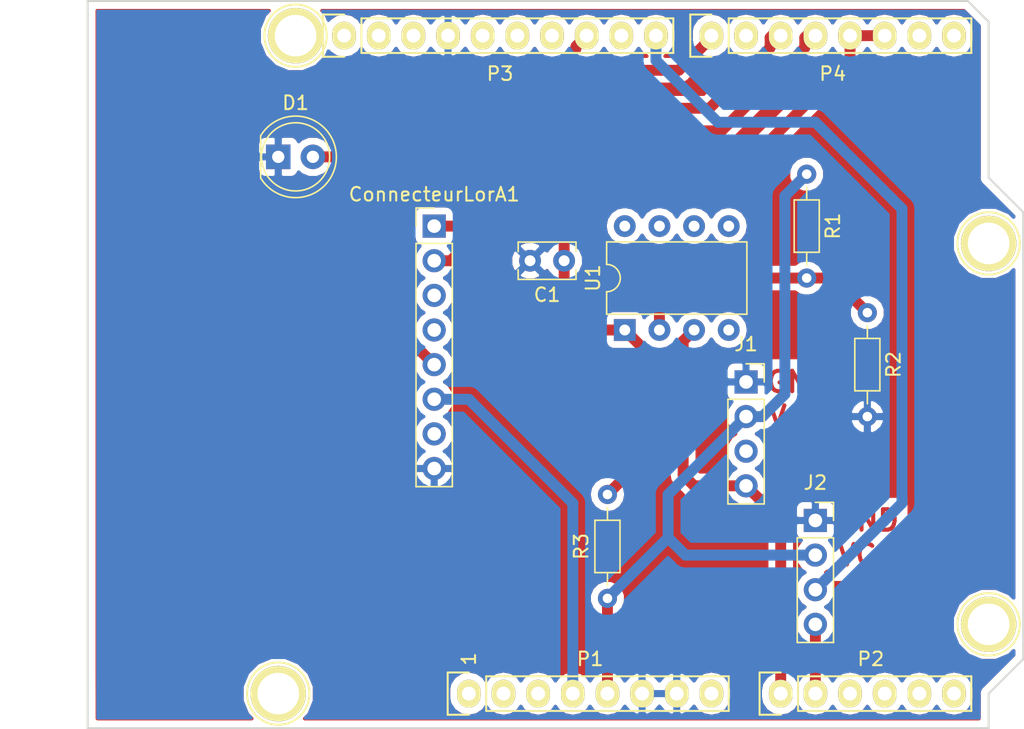
<source format=kicad_pcb>
(kicad_pcb (version 20171130) (host pcbnew "(5.0.1)-rc2")

  (general
    (thickness 1.6)
    (drawings 34)
    (tracks 73)
    (zones 0)
    (modules 17)
    (nets 39)
  )

  (page A4)
  (title_block
    (date "lun. 30 mars 2015")
  )

  (layers
    (0 F.Cu signal)
    (31 B.Cu signal)
    (32 B.Adhes user)
    (33 F.Adhes user)
    (34 B.Paste user)
    (35 F.Paste user)
    (36 B.SilkS user)
    (37 F.SilkS user)
    (38 B.Mask user)
    (39 F.Mask user)
    (40 Dwgs.User user)
    (41 Cmts.User user)
    (42 Eco1.User user)
    (43 Eco2.User user)
    (44 Edge.Cuts user)
    (45 Margin user)
    (46 B.CrtYd user)
    (47 F.CrtYd user)
    (48 B.Fab user)
    (49 F.Fab user)
  )

  (setup
    (last_trace_width 0.8)
    (trace_clearance 0.5)
    (zone_clearance 0.508)
    (zone_45_only no)
    (trace_min 0.2)
    (segment_width 0.15)
    (edge_width 0.15)
    (via_size 0.6)
    (via_drill 0.4)
    (via_min_size 0.4)
    (via_min_drill 0.3)
    (uvia_size 0.3)
    (uvia_drill 0.1)
    (uvias_allowed no)
    (uvia_min_size 0.2)
    (uvia_min_drill 0.1)
    (pcb_text_width 0.3)
    (pcb_text_size 1.5 1.5)
    (mod_edge_width 0.15)
    (mod_text_size 1 1)
    (mod_text_width 0.15)
    (pad_size 4.064 4.064)
    (pad_drill 3.048)
    (pad_to_mask_clearance 0)
    (solder_mask_min_width 0.25)
    (aux_axis_origin 110.998 126.365)
    (grid_origin 110.998 126.365)
    (visible_elements 7FFFFFFF)
    (pcbplotparams
      (layerselection 0x00030_80000001)
      (usegerberextensions false)
      (usegerberattributes false)
      (usegerberadvancedattributes false)
      (creategerberjobfile false)
      (excludeedgelayer true)
      (linewidth 0.100000)
      (plotframeref false)
      (viasonmask false)
      (mode 1)
      (useauxorigin false)
      (hpglpennumber 1)
      (hpglpenspeed 20)
      (hpglpendiameter 15.000000)
      (psnegative false)
      (psa4output false)
      (plotreference true)
      (plotvalue true)
      (plotinvisibletext false)
      (padsonsilk false)
      (subtractmaskfromsilk false)
      (outputformat 1)
      (mirror false)
      (drillshape 1)
      (scaleselection 1)
      (outputdirectory ""))
  )

  (net 0 "")
  (net 1 /Reset)
  (net 2 +5V)
  (net 3 GND)
  (net 4 /Vin)
  (net 5 /A0)
  (net 6 /A1)
  (net 7 /A2)
  (net 8 /A3)
  (net 9 "/9(**)")
  (net 10 /8)
  (net 11 /7)
  (net 12 "/6(**)")
  (net 13 "/5(**)")
  (net 14 /4)
  (net 15 /2)
  (net 16 "/1(Tx)")
  (net 17 "/0(Rx)")
  (net 18 "Net-(P5-Pad1)")
  (net 19 "Net-(P6-Pad1)")
  (net 20 "Net-(P7-Pad1)")
  (net 21 "Net-(P8-Pad1)")
  (net 22 "/13(SCK)")
  (net 23 "/10(**/SS)")
  (net 24 "Net-(P1-Pad1)")
  (net 25 +3V3)
  (net 26 "/12(MISO)")
  (net 27 "/11(**/MOSI)")
  (net 28 "Net-(ConnecteurLorA1-Pad3)")
  (net 29 "Net-(ConnecteurLorA1-Pad4)")
  (net 30 "Net-(ConnecteurLorA1-Pad7)")
  (net 31 "Net-(J1-Pad3)")
  (net 32 "Net-(P1-Pad2)")
  (net 33 "Net-(P2-Pad5)")
  (net 34 "Net-(P2-Pad6)")
  (net 35 "Net-(P3-Pad1)")
  (net 36 "Net-(P3-Pad2)")
  (net 37 "Net-(P3-Pad3)")
  (net 38 "Net-(R1-Pad2)")

  (net_class Default "This is the default net class."
    (clearance 0.5)
    (trace_width 0.8)
    (via_dia 0.6)
    (via_drill 0.4)
    (uvia_dia 0.3)
    (uvia_drill 0.1)
    (add_net +3V3)
    (add_net +5V)
    (add_net "/0(Rx)")
    (add_net "/1(Tx)")
    (add_net "/10(**/SS)")
    (add_net "/11(**/MOSI)")
    (add_net "/12(MISO)")
    (add_net "/13(SCK)")
    (add_net /2)
    (add_net /4)
    (add_net "/5(**)")
    (add_net "/6(**)")
    (add_net /7)
    (add_net /8)
    (add_net "/9(**)")
    (add_net /A0)
    (add_net /A1)
    (add_net /A2)
    (add_net /A3)
    (add_net /Reset)
    (add_net /Vin)
    (add_net GND)
    (add_net "Net-(ConnecteurLorA1-Pad3)")
    (add_net "Net-(ConnecteurLorA1-Pad4)")
    (add_net "Net-(ConnecteurLorA1-Pad7)")
    (add_net "Net-(J1-Pad3)")
    (add_net "Net-(P1-Pad1)")
    (add_net "Net-(P1-Pad2)")
    (add_net "Net-(P2-Pad5)")
    (add_net "Net-(P2-Pad6)")
    (add_net "Net-(P3-Pad1)")
    (add_net "Net-(P3-Pad2)")
    (add_net "Net-(P3-Pad3)")
    (add_net "Net-(P5-Pad1)")
    (add_net "Net-(P6-Pad1)")
    (add_net "Net-(P7-Pad1)")
    (add_net "Net-(P8-Pad1)")
    (add_net "Net-(R1-Pad2)")
  )

  (module Socket_Arduino_Uno:Socket_Strip_Arduino_1x08 locked (layer F.Cu) (tedit 552168D2) (tstamp 551AF9EA)
    (at 138.938 123.825)
    (descr "Through hole socket strip")
    (tags "socket strip")
    (path /56D70129)
    (fp_text reference P1 (at 8.89 -2.54) (layer F.SilkS)
      (effects (font (size 1 1) (thickness 0.15)))
    )
    (fp_text value Power (at 8.89 -4.064) (layer F.Fab)
      (effects (font (size 1 1) (thickness 0.15)))
    )
    (fp_line (start -1.75 -1.75) (end -1.75 1.75) (layer F.CrtYd) (width 0.05))
    (fp_line (start 19.55 -1.75) (end 19.55 1.75) (layer F.CrtYd) (width 0.05))
    (fp_line (start -1.75 -1.75) (end 19.55 -1.75) (layer F.CrtYd) (width 0.05))
    (fp_line (start -1.75 1.75) (end 19.55 1.75) (layer F.CrtYd) (width 0.05))
    (fp_line (start 1.27 1.27) (end 19.05 1.27) (layer F.SilkS) (width 0.15))
    (fp_line (start 19.05 1.27) (end 19.05 -1.27) (layer F.SilkS) (width 0.15))
    (fp_line (start 19.05 -1.27) (end 1.27 -1.27) (layer F.SilkS) (width 0.15))
    (fp_line (start -1.55 1.55) (end 0 1.55) (layer F.SilkS) (width 0.15))
    (fp_line (start 1.27 1.27) (end 1.27 -1.27) (layer F.SilkS) (width 0.15))
    (fp_line (start 0 -1.55) (end -1.55 -1.55) (layer F.SilkS) (width 0.15))
    (fp_line (start -1.55 -1.55) (end -1.55 1.55) (layer F.SilkS) (width 0.15))
    (pad 1 thru_hole oval (at 0 0) (size 1.7272 2.032) (drill 1.016) (layers *.Cu *.Mask F.SilkS)
      (net 24 "Net-(P1-Pad1)"))
    (pad 2 thru_hole oval (at 2.54 0) (size 1.7272 2.032) (drill 1.016) (layers *.Cu *.Mask F.SilkS)
      (net 32 "Net-(P1-Pad2)"))
    (pad 3 thru_hole oval (at 5.08 0) (size 1.7272 2.032) (drill 1.016) (layers *.Cu *.Mask F.SilkS)
      (net 1 /Reset))
    (pad 4 thru_hole oval (at 7.62 0) (size 1.7272 2.032) (drill 1.016) (layers *.Cu *.Mask F.SilkS)
      (net 25 +3V3))
    (pad 5 thru_hole oval (at 10.16 0) (size 1.7272 2.032) (drill 1.016) (layers *.Cu *.Mask F.SilkS)
      (net 2 +5V))
    (pad 6 thru_hole oval (at 12.7 0) (size 1.7272 2.032) (drill 1.016) (layers *.Cu *.Mask F.SilkS)
      (net 3 GND))
    (pad 7 thru_hole oval (at 15.24 0) (size 1.7272 2.032) (drill 1.016) (layers *.Cu *.Mask F.SilkS)
      (net 3 GND))
    (pad 8 thru_hole oval (at 17.78 0) (size 1.7272 2.032) (drill 1.016) (layers *.Cu *.Mask F.SilkS)
      (net 4 /Vin))
    (model ${KIPRJMOD}/Socket_Arduino_Uno.3dshapes/Socket_header_Arduino_1x08.wrl
      (offset (xyz 8.889999866485596 0 0))
      (scale (xyz 1 1 1))
      (rotate (xyz 0 0 180))
    )
  )

  (module Socket_Arduino_Uno:Socket_Strip_Arduino_1x06 locked (layer F.Cu) (tedit 552168D6) (tstamp 551AF9FF)
    (at 161.798 123.825)
    (descr "Through hole socket strip")
    (tags "socket strip")
    (path /56D70DD8)
    (fp_text reference P2 (at 6.604 -2.54) (layer F.SilkS)
      (effects (font (size 1 1) (thickness 0.15)))
    )
    (fp_text value Analog (at 6.604 -4.064) (layer F.Fab)
      (effects (font (size 1 1) (thickness 0.15)))
    )
    (fp_line (start -1.75 -1.75) (end -1.75 1.75) (layer F.CrtYd) (width 0.05))
    (fp_line (start 14.45 -1.75) (end 14.45 1.75) (layer F.CrtYd) (width 0.05))
    (fp_line (start -1.75 -1.75) (end 14.45 -1.75) (layer F.CrtYd) (width 0.05))
    (fp_line (start -1.75 1.75) (end 14.45 1.75) (layer F.CrtYd) (width 0.05))
    (fp_line (start 1.27 1.27) (end 13.97 1.27) (layer F.SilkS) (width 0.15))
    (fp_line (start 13.97 1.27) (end 13.97 -1.27) (layer F.SilkS) (width 0.15))
    (fp_line (start 13.97 -1.27) (end 1.27 -1.27) (layer F.SilkS) (width 0.15))
    (fp_line (start -1.55 1.55) (end 0 1.55) (layer F.SilkS) (width 0.15))
    (fp_line (start 1.27 1.27) (end 1.27 -1.27) (layer F.SilkS) (width 0.15))
    (fp_line (start 0 -1.55) (end -1.55 -1.55) (layer F.SilkS) (width 0.15))
    (fp_line (start -1.55 -1.55) (end -1.55 1.55) (layer F.SilkS) (width 0.15))
    (pad 1 thru_hole oval (at 0 0) (size 1.7272 2.032) (drill 1.016) (layers *.Cu *.Mask F.SilkS)
      (net 5 /A0))
    (pad 2 thru_hole oval (at 2.54 0) (size 1.7272 2.032) (drill 1.016) (layers *.Cu *.Mask F.SilkS)
      (net 6 /A1))
    (pad 3 thru_hole oval (at 5.08 0) (size 1.7272 2.032) (drill 1.016) (layers *.Cu *.Mask F.SilkS)
      (net 7 /A2))
    (pad 4 thru_hole oval (at 7.62 0) (size 1.7272 2.032) (drill 1.016) (layers *.Cu *.Mask F.SilkS)
      (net 8 /A3))
    (pad 5 thru_hole oval (at 10.16 0) (size 1.7272 2.032) (drill 1.016) (layers *.Cu *.Mask F.SilkS)
      (net 33 "Net-(P2-Pad5)"))
    (pad 6 thru_hole oval (at 12.7 0) (size 1.7272 2.032) (drill 1.016) (layers *.Cu *.Mask F.SilkS)
      (net 34 "Net-(P2-Pad6)"))
    (model ${KIPRJMOD}/Socket_Arduino_Uno.3dshapes/Socket_header_Arduino_1x06.wrl
      (offset (xyz 6.349999904632568 0 0))
      (scale (xyz 1 1 1))
      (rotate (xyz 0 0 180))
    )
  )

  (module Socket_Arduino_Uno:Socket_Strip_Arduino_1x10 locked (layer F.Cu) (tedit 552168BF) (tstamp 551AFA18)
    (at 129.794 75.565)
    (descr "Through hole socket strip")
    (tags "socket strip")
    (path /56D721E0)
    (fp_text reference P3 (at 11.43 2.794) (layer F.SilkS)
      (effects (font (size 1 1) (thickness 0.15)))
    )
    (fp_text value Digital (at 11.43 4.318) (layer F.Fab)
      (effects (font (size 1 1) (thickness 0.15)))
    )
    (fp_line (start -1.75 -1.75) (end -1.75 1.75) (layer F.CrtYd) (width 0.05))
    (fp_line (start 24.65 -1.75) (end 24.65 1.75) (layer F.CrtYd) (width 0.05))
    (fp_line (start -1.75 -1.75) (end 24.65 -1.75) (layer F.CrtYd) (width 0.05))
    (fp_line (start -1.75 1.75) (end 24.65 1.75) (layer F.CrtYd) (width 0.05))
    (fp_line (start 1.27 1.27) (end 24.13 1.27) (layer F.SilkS) (width 0.15))
    (fp_line (start 24.13 1.27) (end 24.13 -1.27) (layer F.SilkS) (width 0.15))
    (fp_line (start 24.13 -1.27) (end 1.27 -1.27) (layer F.SilkS) (width 0.15))
    (fp_line (start -1.55 1.55) (end 0 1.55) (layer F.SilkS) (width 0.15))
    (fp_line (start 1.27 1.27) (end 1.27 -1.27) (layer F.SilkS) (width 0.15))
    (fp_line (start 0 -1.55) (end -1.55 -1.55) (layer F.SilkS) (width 0.15))
    (fp_line (start -1.55 -1.55) (end -1.55 1.55) (layer F.SilkS) (width 0.15))
    (pad 1 thru_hole oval (at 0 0) (size 1.7272 2.032) (drill 1.016) (layers *.Cu *.Mask F.SilkS)
      (net 35 "Net-(P3-Pad1)"))
    (pad 2 thru_hole oval (at 2.54 0) (size 1.7272 2.032) (drill 1.016) (layers *.Cu *.Mask F.SilkS)
      (net 36 "Net-(P3-Pad2)"))
    (pad 3 thru_hole oval (at 5.08 0) (size 1.7272 2.032) (drill 1.016) (layers *.Cu *.Mask F.SilkS)
      (net 37 "Net-(P3-Pad3)"))
    (pad 4 thru_hole oval (at 7.62 0) (size 1.7272 2.032) (drill 1.016) (layers *.Cu *.Mask F.SilkS)
      (net 3 GND))
    (pad 5 thru_hole oval (at 10.16 0) (size 1.7272 2.032) (drill 1.016) (layers *.Cu *.Mask F.SilkS)
      (net 22 "/13(SCK)"))
    (pad 6 thru_hole oval (at 12.7 0) (size 1.7272 2.032) (drill 1.016) (layers *.Cu *.Mask F.SilkS)
      (net 26 "/12(MISO)"))
    (pad 7 thru_hole oval (at 15.24 0) (size 1.7272 2.032) (drill 1.016) (layers *.Cu *.Mask F.SilkS)
      (net 27 "/11(**/MOSI)"))
    (pad 8 thru_hole oval (at 17.78 0) (size 1.7272 2.032) (drill 1.016) (layers *.Cu *.Mask F.SilkS)
      (net 23 "/10(**/SS)"))
    (pad 9 thru_hole oval (at 20.32 0) (size 1.7272 2.032) (drill 1.016) (layers *.Cu *.Mask F.SilkS)
      (net 9 "/9(**)"))
    (pad 10 thru_hole oval (at 22.86 0) (size 1.7272 2.032) (drill 1.016) (layers *.Cu *.Mask F.SilkS)
      (net 10 /8))
    (model ${KIPRJMOD}/Socket_Arduino_Uno.3dshapes/Socket_header_Arduino_1x10.wrl
      (offset (xyz 11.42999982833862 0 0))
      (scale (xyz 1 1 1))
      (rotate (xyz 0 0 180))
    )
  )

  (module Socket_Arduino_Uno:Socket_Strip_Arduino_1x08 locked (layer F.Cu) (tedit 552168C7) (tstamp 551AFA2F)
    (at 156.718 75.565)
    (descr "Through hole socket strip")
    (tags "socket strip")
    (path /56D7164F)
    (fp_text reference P4 (at 8.89 2.794) (layer F.SilkS)
      (effects (font (size 1 1) (thickness 0.15)))
    )
    (fp_text value Digital (at 8.89 4.318) (layer F.Fab)
      (effects (font (size 1 1) (thickness 0.15)))
    )
    (fp_line (start -1.75 -1.75) (end -1.75 1.75) (layer F.CrtYd) (width 0.05))
    (fp_line (start 19.55 -1.75) (end 19.55 1.75) (layer F.CrtYd) (width 0.05))
    (fp_line (start -1.75 -1.75) (end 19.55 -1.75) (layer F.CrtYd) (width 0.05))
    (fp_line (start -1.75 1.75) (end 19.55 1.75) (layer F.CrtYd) (width 0.05))
    (fp_line (start 1.27 1.27) (end 19.05 1.27) (layer F.SilkS) (width 0.15))
    (fp_line (start 19.05 1.27) (end 19.05 -1.27) (layer F.SilkS) (width 0.15))
    (fp_line (start 19.05 -1.27) (end 1.27 -1.27) (layer F.SilkS) (width 0.15))
    (fp_line (start -1.55 1.55) (end 0 1.55) (layer F.SilkS) (width 0.15))
    (fp_line (start 1.27 1.27) (end 1.27 -1.27) (layer F.SilkS) (width 0.15))
    (fp_line (start 0 -1.55) (end -1.55 -1.55) (layer F.SilkS) (width 0.15))
    (fp_line (start -1.55 -1.55) (end -1.55 1.55) (layer F.SilkS) (width 0.15))
    (pad 1 thru_hole oval (at 0 0) (size 1.7272 2.032) (drill 1.016) (layers *.Cu *.Mask F.SilkS)
      (net 11 /7))
    (pad 2 thru_hole oval (at 2.54 0) (size 1.7272 2.032) (drill 1.016) (layers *.Cu *.Mask F.SilkS)
      (net 12 "/6(**)"))
    (pad 3 thru_hole oval (at 5.08 0) (size 1.7272 2.032) (drill 1.016) (layers *.Cu *.Mask F.SilkS)
      (net 13 "/5(**)"))
    (pad 4 thru_hole oval (at 7.62 0) (size 1.7272 2.032) (drill 1.016) (layers *.Cu *.Mask F.SilkS)
      (net 14 /4))
    (pad 5 thru_hole oval (at 10.16 0) (size 1.7272 2.032) (drill 1.016) (layers *.Cu *.Mask F.SilkS)
      (net 15 /2))
    (pad 6 thru_hole oval (at 12.7 0) (size 1.7272 2.032) (drill 1.016) (layers *.Cu *.Mask F.SilkS)
      (net 15 /2))
    (pad 7 thru_hole oval (at 15.24 0) (size 1.7272 2.032) (drill 1.016) (layers *.Cu *.Mask F.SilkS)
      (net 16 "/1(Tx)"))
    (pad 8 thru_hole oval (at 17.78 0) (size 1.7272 2.032) (drill 1.016) (layers *.Cu *.Mask F.SilkS)
      (net 17 "/0(Rx)"))
    (model ${KIPRJMOD}/Socket_Arduino_Uno.3dshapes/Socket_header_Arduino_1x08.wrl
      (offset (xyz 8.889999866485596 0 0))
      (scale (xyz 1 1 1))
      (rotate (xyz 0 0 180))
    )
  )

  (module Socket_Arduino_Uno:Arduino_1pin locked (layer F.Cu) (tedit 5524FC39) (tstamp 5524FC3F)
    (at 124.968 123.825)
    (descr "module 1 pin (ou trou mecanique de percage)")
    (tags DEV)
    (path /56D71177)
    (fp_text reference P5 (at 0 -3.048) (layer F.SilkS) hide
      (effects (font (size 1 1) (thickness 0.15)))
    )
    (fp_text value CONN_01X01 (at 0 2.794) (layer F.Fab) hide
      (effects (font (size 1 1) (thickness 0.15)))
    )
    (fp_circle (center 0 0) (end 0 -2.286) (layer F.SilkS) (width 0.15))
    (pad 1 thru_hole circle (at 0 0) (size 4.064 4.064) (drill 3.048) (layers *.Cu *.Mask F.SilkS)
      (net 18 "Net-(P5-Pad1)"))
  )

  (module Socket_Arduino_Uno:Arduino_1pin locked (layer F.Cu) (tedit 5524FC4A) (tstamp 5524FC44)
    (at 177.038 118.745)
    (descr "module 1 pin (ou trou mecanique de percage)")
    (tags DEV)
    (path /56D71274)
    (fp_text reference P6 (at 0 -3.048) (layer F.SilkS) hide
      (effects (font (size 1 1) (thickness 0.15)))
    )
    (fp_text value CONN_01X01 (at 0 2.794) (layer F.Fab) hide
      (effects (font (size 1 1) (thickness 0.15)))
    )
    (fp_circle (center 0 0) (end 0 -2.286) (layer F.SilkS) (width 0.15))
    (pad 1 thru_hole circle (at 0 0) (size 4.064 4.064) (drill 3.048) (layers *.Cu *.Mask F.SilkS)
      (net 19 "Net-(P6-Pad1)"))
  )

  (module Socket_Arduino_Uno:Arduino_1pin locked (layer F.Cu) (tedit 5524FC2F) (tstamp 5524FC49)
    (at 126.238 75.565)
    (descr "module 1 pin (ou trou mecanique de percage)")
    (tags DEV)
    (path /56D712A8)
    (fp_text reference P7 (at 0 -3.048) (layer F.SilkS) hide
      (effects (font (size 1 1) (thickness 0.15)))
    )
    (fp_text value CONN_01X01 (at 0 2.794) (layer F.Fab) hide
      (effects (font (size 1 1) (thickness 0.15)))
    )
    (fp_circle (center 0 0) (end 0 -2.286) (layer F.SilkS) (width 0.15))
    (pad 1 thru_hole circle (at 0 0) (size 4.064 4.064) (drill 3.048) (layers *.Cu *.Mask F.SilkS)
      (net 20 "Net-(P7-Pad1)"))
  )

  (module Socket_Arduino_Uno:Arduino_1pin locked (layer F.Cu) (tedit 5524FC41) (tstamp 5524FC4E)
    (at 177.038 90.805)
    (descr "module 1 pin (ou trou mecanique de percage)")
    (tags DEV)
    (path /56D712DB)
    (fp_text reference P8 (at 0 -3.048) (layer F.SilkS) hide
      (effects (font (size 1 1) (thickness 0.15)))
    )
    (fp_text value CONN_01X01 (at 0 2.794) (layer F.Fab) hide
      (effects (font (size 1 1) (thickness 0.15)))
    )
    (fp_circle (center 0 0) (end 0 -2.286) (layer F.SilkS) (width 0.15))
    (pad 1 thru_hole circle (at 0 0) (size 4.064 4.064) (drill 3.048) (layers *.Cu *.Mask F.SilkS)
      (net 21 "Net-(P8-Pad1)"))
  )

  (module Connector_PinHeader_2.54mm:PinHeader_1x08_P2.54mm_Vertical (layer F.Cu) (tedit 59FED5CC) (tstamp 5BD36223)
    (at 136.398 89.535)
    (descr "Through hole straight pin header, 1x08, 2.54mm pitch, single row")
    (tags "Through hole pin header THT 1x08 2.54mm single row")
    (path /5BC732B6)
    (fp_text reference ConnecteurLorA1 (at 0 -2.33) (layer F.SilkS)
      (effects (font (size 1 1) (thickness 0.15)))
    )
    (fp_text value Conn_01x08_Female (at 0 20.11) (layer F.Fab)
      (effects (font (size 1 1) (thickness 0.15)))
    )
    (fp_line (start -0.635 -1.27) (end 1.27 -1.27) (layer F.Fab) (width 0.1))
    (fp_line (start 1.27 -1.27) (end 1.27 19.05) (layer F.Fab) (width 0.1))
    (fp_line (start 1.27 19.05) (end -1.27 19.05) (layer F.Fab) (width 0.1))
    (fp_line (start -1.27 19.05) (end -1.27 -0.635) (layer F.Fab) (width 0.1))
    (fp_line (start -1.27 -0.635) (end -0.635 -1.27) (layer F.Fab) (width 0.1))
    (fp_line (start -1.33 19.11) (end 1.33 19.11) (layer F.SilkS) (width 0.12))
    (fp_line (start -1.33 1.27) (end -1.33 19.11) (layer F.SilkS) (width 0.12))
    (fp_line (start 1.33 1.27) (end 1.33 19.11) (layer F.SilkS) (width 0.12))
    (fp_line (start -1.33 1.27) (end 1.33 1.27) (layer F.SilkS) (width 0.12))
    (fp_line (start -1.33 0) (end -1.33 -1.33) (layer F.SilkS) (width 0.12))
    (fp_line (start -1.33 -1.33) (end 0 -1.33) (layer F.SilkS) (width 0.12))
    (fp_line (start -1.8 -1.8) (end -1.8 19.55) (layer F.CrtYd) (width 0.05))
    (fp_line (start -1.8 19.55) (end 1.8 19.55) (layer F.CrtYd) (width 0.05))
    (fp_line (start 1.8 19.55) (end 1.8 -1.8) (layer F.CrtYd) (width 0.05))
    (fp_line (start 1.8 -1.8) (end -1.8 -1.8) (layer F.CrtYd) (width 0.05))
    (fp_text user %R (at 0 8.89 90) (layer F.Fab)
      (effects (font (size 1 1) (thickness 0.15)))
    )
    (pad 1 thru_hole rect (at 0 0) (size 1.7 1.7) (drill 1) (layers *.Cu *.Mask)
      (net 13 "/5(**)"))
    (pad 2 thru_hole oval (at 0 2.54) (size 1.7 1.7) (drill 1) (layers *.Cu *.Mask)
      (net 14 /4))
    (pad 3 thru_hole oval (at 0 5.08) (size 1.7 1.7) (drill 1) (layers *.Cu *.Mask)
      (net 28 "Net-(ConnecteurLorA1-Pad3)"))
    (pad 4 thru_hole oval (at 0 7.62) (size 1.7 1.7) (drill 1) (layers *.Cu *.Mask)
      (net 29 "Net-(ConnecteurLorA1-Pad4)"))
    (pad 5 thru_hole oval (at 0 10.16) (size 1.7 1.7) (drill 1) (layers *.Cu *.Mask)
      (net 11 /7))
    (pad 6 thru_hole oval (at 0 12.7) (size 1.7 1.7) (drill 1) (layers *.Cu *.Mask)
      (net 25 +3V3))
    (pad 7 thru_hole oval (at 0 15.24) (size 1.7 1.7) (drill 1) (layers *.Cu *.Mask)
      (net 30 "Net-(ConnecteurLorA1-Pad7)"))
    (pad 8 thru_hole oval (at 0 17.78) (size 1.7 1.7) (drill 1) (layers *.Cu *.Mask)
      (net 3 GND))
    (model ${KISYS3DMOD}/Connector_PinHeader_2.54mm.3dshapes/PinHeader_1x08_P2.54mm_Vertical.wrl
      (at (xyz 0 0 0))
      (scale (xyz 1 1 1))
      (rotate (xyz 0 0 0))
    )
  )

  (module LED_THT:LED_D5.0mm (layer F.Cu) (tedit 5995936A) (tstamp 5BD3624C)
    (at 124.968 84.455)
    (descr "LED, diameter 5.0mm, 2 pins, http://cdn-reichelt.de/documents/datenblatt/A500/LL-504BC2E-009.pdf")
    (tags "LED diameter 5.0mm 2 pins")
    (path /5BC6E1CB)
    (fp_text reference D1 (at 1.27 -3.96) (layer F.SilkS)
      (effects (font (size 1 1) (thickness 0.15)))
    )
    (fp_text value LED (at 1.27 3.96) (layer F.Fab)
      (effects (font (size 1 1) (thickness 0.15)))
    )
    (fp_arc (start 1.27 0) (end -1.23 -1.469694) (angle 299.1) (layer F.Fab) (width 0.1))
    (fp_arc (start 1.27 0) (end -1.29 -1.54483) (angle 148.9) (layer F.SilkS) (width 0.12))
    (fp_arc (start 1.27 0) (end -1.29 1.54483) (angle -148.9) (layer F.SilkS) (width 0.12))
    (fp_circle (center 1.27 0) (end 3.77 0) (layer F.Fab) (width 0.1))
    (fp_circle (center 1.27 0) (end 3.77 0) (layer F.SilkS) (width 0.12))
    (fp_line (start -1.23 -1.469694) (end -1.23 1.469694) (layer F.Fab) (width 0.1))
    (fp_line (start -1.29 -1.545) (end -1.29 1.545) (layer F.SilkS) (width 0.12))
    (fp_line (start -1.95 -3.25) (end -1.95 3.25) (layer F.CrtYd) (width 0.05))
    (fp_line (start -1.95 3.25) (end 4.5 3.25) (layer F.CrtYd) (width 0.05))
    (fp_line (start 4.5 3.25) (end 4.5 -3.25) (layer F.CrtYd) (width 0.05))
    (fp_line (start 4.5 -3.25) (end -1.95 -3.25) (layer F.CrtYd) (width 0.05))
    (fp_text user %R (at 1.25 0) (layer F.Fab)
      (effects (font (size 0.8 0.8) (thickness 0.2)))
    )
    (pad 1 thru_hole rect (at 0 0) (size 1.8 1.8) (drill 0.9) (layers *.Cu *.Mask)
      (net 3 GND))
    (pad 2 thru_hole circle (at 2.54 0) (size 1.8 1.8) (drill 0.9) (layers *.Cu *.Mask)
      (net 23 "/10(**/SS)"))
    (model ${KISYS3DMOD}/LED_THT.3dshapes/LED_D5.0mm.wrl
      (at (xyz 0 0 0))
      (scale (xyz 1 1 1))
      (rotate (xyz 0 0 0))
    )
  )

  (module Connector_PinSocket_2.54mm:PinSocket_1x04_P2.54mm_Vertical (layer F.Cu) (tedit 5A19A429) (tstamp 5BD36264)
    (at 159.258 100.965)
    (descr "Through hole straight socket strip, 1x04, 2.54mm pitch, single row (from Kicad 4.0.7), script generated")
    (tags "Through hole socket strip THT 1x04 2.54mm single row")
    (path /5BC829BE)
    (fp_text reference J1 (at 0 -2.77) (layer F.SilkS)
      (effects (font (size 1 1) (thickness 0.15)))
    )
    (fp_text value Conn_01x04_Male (at 0 10.39) (layer F.Fab)
      (effects (font (size 1 1) (thickness 0.15)))
    )
    (fp_line (start -1.27 -1.27) (end 0.635 -1.27) (layer F.Fab) (width 0.1))
    (fp_line (start 0.635 -1.27) (end 1.27 -0.635) (layer F.Fab) (width 0.1))
    (fp_line (start 1.27 -0.635) (end 1.27 8.89) (layer F.Fab) (width 0.1))
    (fp_line (start 1.27 8.89) (end -1.27 8.89) (layer F.Fab) (width 0.1))
    (fp_line (start -1.27 8.89) (end -1.27 -1.27) (layer F.Fab) (width 0.1))
    (fp_line (start -1.33 1.27) (end 1.33 1.27) (layer F.SilkS) (width 0.12))
    (fp_line (start -1.33 1.27) (end -1.33 8.95) (layer F.SilkS) (width 0.12))
    (fp_line (start -1.33 8.95) (end 1.33 8.95) (layer F.SilkS) (width 0.12))
    (fp_line (start 1.33 1.27) (end 1.33 8.95) (layer F.SilkS) (width 0.12))
    (fp_line (start 1.33 -1.33) (end 1.33 0) (layer F.SilkS) (width 0.12))
    (fp_line (start 0 -1.33) (end 1.33 -1.33) (layer F.SilkS) (width 0.12))
    (fp_line (start -1.8 -1.8) (end 1.75 -1.8) (layer F.CrtYd) (width 0.05))
    (fp_line (start 1.75 -1.8) (end 1.75 9.4) (layer F.CrtYd) (width 0.05))
    (fp_line (start 1.75 9.4) (end -1.8 9.4) (layer F.CrtYd) (width 0.05))
    (fp_line (start -1.8 9.4) (end -1.8 -1.8) (layer F.CrtYd) (width 0.05))
    (fp_text user %R (at 0 3.81 90) (layer F.Fab)
      (effects (font (size 1 1) (thickness 0.15)))
    )
    (pad 1 thru_hole rect (at 0 0) (size 1.7 1.7) (drill 1) (layers *.Cu *.Mask)
      (net 3 GND))
    (pad 2 thru_hole oval (at 0 2.54) (size 1.7 1.7) (drill 1) (layers *.Cu *.Mask)
      (net 2 +5V))
    (pad 3 thru_hole oval (at 0 5.08) (size 1.7 1.7) (drill 1) (layers *.Cu *.Mask)
      (net 31 "Net-(J1-Pad3)"))
    (pad 4 thru_hole oval (at 0 7.62) (size 1.7 1.7) (drill 1) (layers *.Cu *.Mask)
      (net 5 /A0))
    (model ${KISYS3DMOD}/Connector_PinSocket_2.54mm.3dshapes/PinSocket_1x04_P2.54mm_Vertical.wrl
      (at (xyz 0 0 0))
      (scale (xyz 1 1 1))
      (rotate (xyz 0 0 0))
    )
  )

  (module Resistor_THT:R_Axial_DIN0204_L3.6mm_D1.6mm_P7.62mm_Horizontal (layer F.Cu) (tedit 5AE5139B) (tstamp 5BD3627B)
    (at 163.703 85.725 270)
    (descr "Resistor, Axial_DIN0204 series, Axial, Horizontal, pin pitch=7.62mm, 0.167W, length*diameter=3.6*1.6mm^2, http://cdn-reichelt.de/documents/datenblatt/B400/1_4W%23YAG.pdf")
    (tags "Resistor Axial_DIN0204 series Axial Horizontal pin pitch 7.62mm 0.167W length 3.6mm diameter 1.6mm")
    (path /5BC93C10)
    (fp_text reference R1 (at 3.81 -1.92 270) (layer F.SilkS)
      (effects (font (size 1 1) (thickness 0.15)))
    )
    (fp_text value 2,2k (at 3.81 1.92 270) (layer F.Fab)
      (effects (font (size 1 1) (thickness 0.15)))
    )
    (fp_line (start 2.01 -0.8) (end 2.01 0.8) (layer F.Fab) (width 0.1))
    (fp_line (start 2.01 0.8) (end 5.61 0.8) (layer F.Fab) (width 0.1))
    (fp_line (start 5.61 0.8) (end 5.61 -0.8) (layer F.Fab) (width 0.1))
    (fp_line (start 5.61 -0.8) (end 2.01 -0.8) (layer F.Fab) (width 0.1))
    (fp_line (start 0 0) (end 2.01 0) (layer F.Fab) (width 0.1))
    (fp_line (start 7.62 0) (end 5.61 0) (layer F.Fab) (width 0.1))
    (fp_line (start 1.89 -0.92) (end 1.89 0.92) (layer F.SilkS) (width 0.12))
    (fp_line (start 1.89 0.92) (end 5.73 0.92) (layer F.SilkS) (width 0.12))
    (fp_line (start 5.73 0.92) (end 5.73 -0.92) (layer F.SilkS) (width 0.12))
    (fp_line (start 5.73 -0.92) (end 1.89 -0.92) (layer F.SilkS) (width 0.12))
    (fp_line (start 0.94 0) (end 1.89 0) (layer F.SilkS) (width 0.12))
    (fp_line (start 6.68 0) (end 5.73 0) (layer F.SilkS) (width 0.12))
    (fp_line (start -0.95 -1.05) (end -0.95 1.05) (layer F.CrtYd) (width 0.05))
    (fp_line (start -0.95 1.05) (end 8.57 1.05) (layer F.CrtYd) (width 0.05))
    (fp_line (start 8.57 1.05) (end 8.57 -1.05) (layer F.CrtYd) (width 0.05))
    (fp_line (start 8.57 -1.05) (end -0.95 -1.05) (layer F.CrtYd) (width 0.05))
    (fp_text user %R (at 3.81 0 270) (layer F.Fab)
      (effects (font (size 0.72 0.72) (thickness 0.108)))
    )
    (pad 1 thru_hole circle (at 0 0 270) (size 1.4 1.4) (drill 0.7) (layers *.Cu *.Mask)
      (net 2 +5V))
    (pad 2 thru_hole oval (at 7.62 0 270) (size 1.4 1.4) (drill 0.7) (layers *.Cu *.Mask)
      (net 38 "Net-(R1-Pad2)"))
    (model ${KISYS3DMOD}/Resistor_THT.3dshapes/R_Axial_DIN0204_L3.6mm_D1.6mm_P7.62mm_Horizontal.wrl
      (at (xyz 0 0 0))
      (scale (xyz 1 1 1))
      (rotate (xyz 0 0 0))
    )
  )

  (module Resistor_THT:R_Axial_DIN0204_L3.6mm_D1.6mm_P7.62mm_Horizontal (layer F.Cu) (tedit 5AE5139B) (tstamp 5BD36292)
    (at 168.148 95.885 270)
    (descr "Resistor, Axial_DIN0204 series, Axial, Horizontal, pin pitch=7.62mm, 0.167W, length*diameter=3.6*1.6mm^2, http://cdn-reichelt.de/documents/datenblatt/B400/1_4W%23YAG.pdf")
    (tags "Resistor Axial_DIN0204 series Axial Horizontal pin pitch 7.62mm 0.167W length 3.6mm diameter 1.6mm")
    (path /5BC94BE9)
    (fp_text reference R2 (at 3.81 -1.92 270) (layer F.SilkS)
      (effects (font (size 1 1) (thickness 0.15)))
    )
    (fp_text value 10k (at 3.81 1.92 270) (layer F.Fab)
      (effects (font (size 1 1) (thickness 0.15)))
    )
    (fp_text user %R (at 3.81 0 270) (layer F.Fab)
      (effects (font (size 0.72 0.72) (thickness 0.108)))
    )
    (fp_line (start 8.57 -1.05) (end -0.95 -1.05) (layer F.CrtYd) (width 0.05))
    (fp_line (start 8.57 1.05) (end 8.57 -1.05) (layer F.CrtYd) (width 0.05))
    (fp_line (start -0.95 1.05) (end 8.57 1.05) (layer F.CrtYd) (width 0.05))
    (fp_line (start -0.95 -1.05) (end -0.95 1.05) (layer F.CrtYd) (width 0.05))
    (fp_line (start 6.68 0) (end 5.73 0) (layer F.SilkS) (width 0.12))
    (fp_line (start 0.94 0) (end 1.89 0) (layer F.SilkS) (width 0.12))
    (fp_line (start 5.73 -0.92) (end 1.89 -0.92) (layer F.SilkS) (width 0.12))
    (fp_line (start 5.73 0.92) (end 5.73 -0.92) (layer F.SilkS) (width 0.12))
    (fp_line (start 1.89 0.92) (end 5.73 0.92) (layer F.SilkS) (width 0.12))
    (fp_line (start 1.89 -0.92) (end 1.89 0.92) (layer F.SilkS) (width 0.12))
    (fp_line (start 7.62 0) (end 5.61 0) (layer F.Fab) (width 0.1))
    (fp_line (start 0 0) (end 2.01 0) (layer F.Fab) (width 0.1))
    (fp_line (start 5.61 -0.8) (end 2.01 -0.8) (layer F.Fab) (width 0.1))
    (fp_line (start 5.61 0.8) (end 5.61 -0.8) (layer F.Fab) (width 0.1))
    (fp_line (start 2.01 0.8) (end 5.61 0.8) (layer F.Fab) (width 0.1))
    (fp_line (start 2.01 -0.8) (end 2.01 0.8) (layer F.Fab) (width 0.1))
    (pad 2 thru_hole oval (at 7.62 0 270) (size 1.4 1.4) (drill 0.7) (layers *.Cu *.Mask)
      (net 3 GND))
    (pad 1 thru_hole circle (at 0 0 270) (size 1.4 1.4) (drill 0.7) (layers *.Cu *.Mask)
      (net 38 "Net-(R1-Pad2)"))
    (model ${KISYS3DMOD}/Resistor_THT.3dshapes/R_Axial_DIN0204_L3.6mm_D1.6mm_P7.62mm_Horizontal.wrl
      (at (xyz 0 0 0))
      (scale (xyz 1 1 1))
      (rotate (xyz 0 0 0))
    )
  )

  (module Resistor_THT:R_Axial_DIN0204_L3.6mm_D1.6mm_P7.62mm_Horizontal (layer F.Cu) (tedit 5AE5139B) (tstamp 5BD362A9)
    (at 149.098 116.84 90)
    (descr "Resistor, Axial_DIN0204 series, Axial, Horizontal, pin pitch=7.62mm, 0.167W, length*diameter=3.6*1.6mm^2, http://cdn-reichelt.de/documents/datenblatt/B400/1_4W%23YAG.pdf")
    (tags "Resistor Axial_DIN0204 series Axial Horizontal pin pitch 7.62mm 0.167W length 3.6mm diameter 1.6mm")
    (path /5BC9C57F)
    (fp_text reference R3 (at 3.81 -1.92 90) (layer F.SilkS)
      (effects (font (size 1 1) (thickness 0.15)))
    )
    (fp_text value 3,3k (at 3.81 1.92 90) (layer F.Fab)
      (effects (font (size 1 1) (thickness 0.15)))
    )
    (fp_line (start 2.01 -0.8) (end 2.01 0.8) (layer F.Fab) (width 0.1))
    (fp_line (start 2.01 0.8) (end 5.61 0.8) (layer F.Fab) (width 0.1))
    (fp_line (start 5.61 0.8) (end 5.61 -0.8) (layer F.Fab) (width 0.1))
    (fp_line (start 5.61 -0.8) (end 2.01 -0.8) (layer F.Fab) (width 0.1))
    (fp_line (start 0 0) (end 2.01 0) (layer F.Fab) (width 0.1))
    (fp_line (start 7.62 0) (end 5.61 0) (layer F.Fab) (width 0.1))
    (fp_line (start 1.89 -0.92) (end 1.89 0.92) (layer F.SilkS) (width 0.12))
    (fp_line (start 1.89 0.92) (end 5.73 0.92) (layer F.SilkS) (width 0.12))
    (fp_line (start 5.73 0.92) (end 5.73 -0.92) (layer F.SilkS) (width 0.12))
    (fp_line (start 5.73 -0.92) (end 1.89 -0.92) (layer F.SilkS) (width 0.12))
    (fp_line (start 0.94 0) (end 1.89 0) (layer F.SilkS) (width 0.12))
    (fp_line (start 6.68 0) (end 5.73 0) (layer F.SilkS) (width 0.12))
    (fp_line (start -0.95 -1.05) (end -0.95 1.05) (layer F.CrtYd) (width 0.05))
    (fp_line (start -0.95 1.05) (end 8.57 1.05) (layer F.CrtYd) (width 0.05))
    (fp_line (start 8.57 1.05) (end 8.57 -1.05) (layer F.CrtYd) (width 0.05))
    (fp_line (start 8.57 -1.05) (end -0.95 -1.05) (layer F.CrtYd) (width 0.05))
    (fp_text user %R (at 3.81 0 90) (layer F.Fab)
      (effects (font (size 0.72 0.72) (thickness 0.108)))
    )
    (pad 1 thru_hole circle (at 0 0 90) (size 1.4 1.4) (drill 0.7) (layers *.Cu *.Mask)
      (net 2 +5V))
    (pad 2 thru_hole oval (at 7.62 0 90) (size 1.4 1.4) (drill 0.7) (layers *.Cu *.Mask)
      (net 15 /2))
    (model ${KISYS3DMOD}/Resistor_THT.3dshapes/R_Axial_DIN0204_L3.6mm_D1.6mm_P7.62mm_Horizontal.wrl
      (at (xyz 0 0 0))
      (scale (xyz 1 1 1))
      (rotate (xyz 0 0 0))
    )
  )

  (module Package_DIP:DIP-8_W7.62mm (layer F.Cu) (tedit 5A02E8C5) (tstamp 5BD362C5)
    (at 150.368 97.155 90)
    (descr "8-lead though-hole mounted DIP package, row spacing 7.62 mm (300 mils)")
    (tags "THT DIP DIL PDIP 2.54mm 7.62mm 300mil")
    (path /5BC92BA2)
    (fp_text reference U1 (at 3.81 -2.33 90) (layer F.SilkS)
      (effects (font (size 1 1) (thickness 0.15)))
    )
    (fp_text value LM393 (at 3.81 9.95 90) (layer F.Fab)
      (effects (font (size 1 1) (thickness 0.15)))
    )
    (fp_arc (start 3.81 -1.33) (end 2.81 -1.33) (angle -180) (layer F.SilkS) (width 0.12))
    (fp_line (start 1.635 -1.27) (end 6.985 -1.27) (layer F.Fab) (width 0.1))
    (fp_line (start 6.985 -1.27) (end 6.985 8.89) (layer F.Fab) (width 0.1))
    (fp_line (start 6.985 8.89) (end 0.635 8.89) (layer F.Fab) (width 0.1))
    (fp_line (start 0.635 8.89) (end 0.635 -0.27) (layer F.Fab) (width 0.1))
    (fp_line (start 0.635 -0.27) (end 1.635 -1.27) (layer F.Fab) (width 0.1))
    (fp_line (start 2.81 -1.33) (end 1.16 -1.33) (layer F.SilkS) (width 0.12))
    (fp_line (start 1.16 -1.33) (end 1.16 8.95) (layer F.SilkS) (width 0.12))
    (fp_line (start 1.16 8.95) (end 6.46 8.95) (layer F.SilkS) (width 0.12))
    (fp_line (start 6.46 8.95) (end 6.46 -1.33) (layer F.SilkS) (width 0.12))
    (fp_line (start 6.46 -1.33) (end 4.81 -1.33) (layer F.SilkS) (width 0.12))
    (fp_line (start -1.1 -1.55) (end -1.1 9.15) (layer F.CrtYd) (width 0.05))
    (fp_line (start -1.1 9.15) (end 8.7 9.15) (layer F.CrtYd) (width 0.05))
    (fp_line (start 8.7 9.15) (end 8.7 -1.55) (layer F.CrtYd) (width 0.05))
    (fp_line (start 8.7 -1.55) (end -1.1 -1.55) (layer F.CrtYd) (width 0.05))
    (fp_text user %R (at 4.445 3.175 90) (layer F.Fab)
      (effects (font (size 1 1) (thickness 0.15)))
    )
    (pad 1 thru_hole rect (at 0 0 90) (size 1.6 1.6) (drill 0.8) (layers *.Cu *.Mask)
      (net 15 /2))
    (pad 5 thru_hole oval (at 7.62 7.62 90) (size 1.6 1.6) (drill 0.8) (layers *.Cu *.Mask))
    (pad 2 thru_hole oval (at 0 2.54 90) (size 1.6 1.6) (drill 0.8) (layers *.Cu *.Mask)
      (net 38 "Net-(R1-Pad2)"))
    (pad 6 thru_hole oval (at 7.62 5.08 90) (size 1.6 1.6) (drill 0.8) (layers *.Cu *.Mask))
    (pad 3 thru_hole oval (at 0 5.08 90) (size 1.6 1.6) (drill 0.8) (layers *.Cu *.Mask)
      (net 5 /A0))
    (pad 7 thru_hole oval (at 7.62 2.54 90) (size 1.6 1.6) (drill 0.8) (layers *.Cu *.Mask))
    (pad 4 thru_hole oval (at 0 7.62 90) (size 1.6 1.6) (drill 0.8) (layers *.Cu *.Mask))
    (pad 8 thru_hole oval (at 7.62 0 90) (size 1.6 1.6) (drill 0.8) (layers *.Cu *.Mask))
    (model ${KISYS3DMOD}/Package_DIP.3dshapes/DIP-8_W7.62mm.wrl
      (at (xyz 0 0 0))
      (scale (xyz 1 1 1))
      (rotate (xyz 0 0 0))
    )
  )

  (module Capacitor_THT:C_Rect_L4.0mm_W2.5mm_P2.50mm (layer F.Cu) (tedit 5AE50EF0) (tstamp 5BDA648A)
    (at 145.923 92.075 180)
    (descr "C, Rect series, Radial, pin pitch=2.50mm, , length*width=4*2.5mm^2, Capacitor")
    (tags "C Rect series Radial pin pitch 2.50mm  length 4mm width 2.5mm Capacitor")
    (path /5BCDE934)
    (fp_text reference C1 (at 1.25 -2.5 180) (layer F.SilkS)
      (effects (font (size 1 1) (thickness 0.15)))
    )
    (fp_text value 1uF (at 1.25 2.5 180) (layer F.Fab)
      (effects (font (size 1 1) (thickness 0.15)))
    )
    (fp_line (start -0.75 -1.25) (end -0.75 1.25) (layer F.Fab) (width 0.1))
    (fp_line (start -0.75 1.25) (end 3.25 1.25) (layer F.Fab) (width 0.1))
    (fp_line (start 3.25 1.25) (end 3.25 -1.25) (layer F.Fab) (width 0.1))
    (fp_line (start 3.25 -1.25) (end -0.75 -1.25) (layer F.Fab) (width 0.1))
    (fp_line (start -0.87 -1.37) (end 3.37 -1.37) (layer F.SilkS) (width 0.12))
    (fp_line (start -0.87 1.37) (end 3.37 1.37) (layer F.SilkS) (width 0.12))
    (fp_line (start -0.87 -1.37) (end -0.87 -0.665) (layer F.SilkS) (width 0.12))
    (fp_line (start -0.87 0.665) (end -0.87 1.37) (layer F.SilkS) (width 0.12))
    (fp_line (start 3.37 -1.37) (end 3.37 -0.665) (layer F.SilkS) (width 0.12))
    (fp_line (start 3.37 0.665) (end 3.37 1.37) (layer F.SilkS) (width 0.12))
    (fp_line (start -1.05 -1.5) (end -1.05 1.5) (layer F.CrtYd) (width 0.05))
    (fp_line (start -1.05 1.5) (end 3.55 1.5) (layer F.CrtYd) (width 0.05))
    (fp_line (start 3.55 1.5) (end 3.55 -1.5) (layer F.CrtYd) (width 0.05))
    (fp_line (start 3.55 -1.5) (end -1.05 -1.5) (layer F.CrtYd) (width 0.05))
    (fp_text user %R (at 1.25 0 180) (layer F.Fab)
      (effects (font (size 0.8 0.8) (thickness 0.12)))
    )
    (pad 1 thru_hole circle (at 0 0 180) (size 1.6 1.6) (drill 0.8) (layers *.Cu *.Mask)
      (net 15 /2))
    (pad 2 thru_hole circle (at 2.5 0 180) (size 1.6 1.6) (drill 0.8) (layers *.Cu *.Mask)
      (net 3 GND))
    (model ${KISYS3DMOD}/Capacitor_THT.3dshapes/C_Rect_L4.0mm_W2.5mm_P2.50mm.wrl
      (at (xyz 0 0 0))
      (scale (xyz 1 1 1))
      (rotate (xyz 0 0 0))
    )
  )

  (module Connector_PinSocket_2.54mm:PinSocket_1x04_P2.54mm_Vertical (layer F.Cu) (tedit 5A19A429) (tstamp 5BEDBE82)
    (at 164.338 111.125)
    (descr "Through hole straight socket strip, 1x04, 2.54mm pitch, single row (from Kicad 4.0.7), script generated")
    (tags "Through hole socket strip THT 1x04 2.54mm single row")
    (path /5BE15EA1)
    (fp_text reference J2 (at 0 -2.77) (layer F.SilkS)
      (effects (font (size 1 1) (thickness 0.15)))
    )
    (fp_text value Conn_01x04_Male (at 0 10.39) (layer F.Fab)
      (effects (font (size 1 1) (thickness 0.15)))
    )
    (fp_line (start -1.27 -1.27) (end 0.635 -1.27) (layer F.Fab) (width 0.1))
    (fp_line (start 0.635 -1.27) (end 1.27 -0.635) (layer F.Fab) (width 0.1))
    (fp_line (start 1.27 -0.635) (end 1.27 8.89) (layer F.Fab) (width 0.1))
    (fp_line (start 1.27 8.89) (end -1.27 8.89) (layer F.Fab) (width 0.1))
    (fp_line (start -1.27 8.89) (end -1.27 -1.27) (layer F.Fab) (width 0.1))
    (fp_line (start -1.33 1.27) (end 1.33 1.27) (layer F.SilkS) (width 0.12))
    (fp_line (start -1.33 1.27) (end -1.33 8.95) (layer F.SilkS) (width 0.12))
    (fp_line (start -1.33 8.95) (end 1.33 8.95) (layer F.SilkS) (width 0.12))
    (fp_line (start 1.33 1.27) (end 1.33 8.95) (layer F.SilkS) (width 0.12))
    (fp_line (start 1.33 -1.33) (end 1.33 0) (layer F.SilkS) (width 0.12))
    (fp_line (start 0 -1.33) (end 1.33 -1.33) (layer F.SilkS) (width 0.12))
    (fp_line (start -1.8 -1.8) (end 1.75 -1.8) (layer F.CrtYd) (width 0.05))
    (fp_line (start 1.75 -1.8) (end 1.75 9.4) (layer F.CrtYd) (width 0.05))
    (fp_line (start 1.75 9.4) (end -1.8 9.4) (layer F.CrtYd) (width 0.05))
    (fp_line (start -1.8 9.4) (end -1.8 -1.8) (layer F.CrtYd) (width 0.05))
    (fp_text user %R (at 0 3.81 90) (layer F.Fab)
      (effects (font (size 1 1) (thickness 0.15)))
    )
    (pad 1 thru_hole rect (at 0 0) (size 1.7 1.7) (drill 1) (layers *.Cu *.Mask)
      (net 3 GND))
    (pad 2 thru_hole oval (at 0 2.54) (size 1.7 1.7) (drill 1) (layers *.Cu *.Mask)
      (net 2 +5V))
    (pad 3 thru_hole oval (at 0 5.08) (size 1.7 1.7) (drill 1) (layers *.Cu *.Mask)
      (net 10 /8))
    (pad 4 thru_hole oval (at 0 7.62) (size 1.7 1.7) (drill 1) (layers *.Cu *.Mask)
      (net 6 /A1))
    (model ${KISYS3DMOD}/Connector_PinSocket_2.54mm.3dshapes/PinSocket_1x04_P2.54mm_Vertical.wrl
      (at (xyz 0 0 0))
      (scale (xyz 1 1 1))
      (rotate (xyz 0 0 0))
    )
  )

  (gr_text "VCC\n" (at 163.068 103.505) (layer F.Cu)
    (effects (font (size 1.5 1.5) (thickness 0.3)))
  )
  (gr_text VCC (at 168.148 113.665) (layer F.Cu)
    (effects (font (size 1.5 1.5) (thickness 0.3)))
  )
  (gr_text "GND\n" (at 132.588 107.315) (layer F.Cu)
    (effects (font (size 1.5 1.5) (thickness 0.3)))
  )
  (gr_text "GND\n" (at 168.148 111.125) (layer F.Cu)
    (effects (font (size 1.5 1.5) (thickness 0.3)))
  )
  (gr_text GND (at 163.068 100.965) (layer F.Cu)
    (effects (font (size 1.5 1.5) (thickness 0.3)))
  )
  (gr_text "OUT\n" (at 144.653 98.425) (layer F.Cu)
    (effects (font (size 1.5 1.5) (thickness 0.3)))
  )
  (gr_text "3,3V\n" (at 132.588 102.235) (layer F.Cu)
    (effects (font (size 1.5 1.5) (thickness 0.3)))
  )
  (gr_text 1 (at 138.938 121.285 90) (layer F.SilkS)
    (effects (font (size 1 1) (thickness 0.15)))
  )
  (gr_circle (center 117.348 76.962) (end 118.618 76.962) (layer Dwgs.User) (width 0.15))
  (gr_line (start 114.427 78.994) (end 114.427 74.93) (angle 90) (layer Dwgs.User) (width 0.15))
  (gr_line (start 120.269 78.994) (end 114.427 78.994) (angle 90) (layer Dwgs.User) (width 0.15))
  (gr_line (start 120.269 74.93) (end 120.269 78.994) (angle 90) (layer Dwgs.User) (width 0.15))
  (gr_line (start 114.427 74.93) (end 120.269 74.93) (angle 90) (layer Dwgs.User) (width 0.15))
  (gr_line (start 120.523 93.98) (end 104.648 93.98) (angle 90) (layer Dwgs.User) (width 0.15))
  (gr_line (start 177.038 74.549) (end 175.514 73.025) (angle 90) (layer Edge.Cuts) (width 0.15))
  (gr_line (start 177.038 85.979) (end 177.038 74.549) (angle 90) (layer Edge.Cuts) (width 0.15))
  (gr_line (start 179.578 88.519) (end 177.038 85.979) (angle 90) (layer Edge.Cuts) (width 0.15))
  (gr_line (start 179.578 121.285) (end 179.578 88.519) (angle 90) (layer Edge.Cuts) (width 0.15))
  (gr_line (start 177.038 123.825) (end 179.578 121.285) (angle 90) (layer Edge.Cuts) (width 0.15))
  (gr_line (start 177.038 126.365) (end 177.038 123.825) (angle 90) (layer Edge.Cuts) (width 0.15))
  (gr_line (start 110.998 126.365) (end 177.038 126.365) (angle 90) (layer Edge.Cuts) (width 0.15))
  (gr_line (start 110.998 73.025) (end 110.998 126.365) (angle 90) (layer Edge.Cuts) (width 0.15))
  (gr_line (start 175.514 73.025) (end 110.998 73.025) (angle 90) (layer Edge.Cuts) (width 0.15))
  (gr_line (start 173.355 102.235) (end 173.355 94.615) (angle 90) (layer Dwgs.User) (width 0.15))
  (gr_line (start 178.435 102.235) (end 173.355 102.235) (angle 90) (layer Dwgs.User) (width 0.15))
  (gr_line (start 178.435 94.615) (end 178.435 102.235) (angle 90) (layer Dwgs.User) (width 0.15))
  (gr_line (start 173.355 94.615) (end 178.435 94.615) (angle 90) (layer Dwgs.User) (width 0.15))
  (gr_line (start 109.093 123.19) (end 109.093 114.3) (angle 90) (layer Dwgs.User) (width 0.15))
  (gr_line (start 122.428 123.19) (end 109.093 123.19) (angle 90) (layer Dwgs.User) (width 0.15))
  (gr_line (start 122.428 114.3) (end 122.428 123.19) (angle 90) (layer Dwgs.User) (width 0.15))
  (gr_line (start 109.093 114.3) (end 122.428 114.3) (angle 90) (layer Dwgs.User) (width 0.15))
  (gr_line (start 104.648 93.98) (end 104.648 82.55) (angle 90) (layer Dwgs.User) (width 0.15))
  (gr_line (start 120.523 82.55) (end 120.523 93.98) (angle 90) (layer Dwgs.User) (width 0.15))
  (gr_line (start 104.648 82.55) (end 120.523 82.55) (angle 90) (layer Dwgs.User) (width 0.15))

  (segment (start 149.098 123.825) (end 149.098 123.6726) (width 0.25) (layer B.Cu) (net 2))
  (segment (start 160.460081 103.505) (end 159.258 103.505) (width 0.8) (layer B.Cu) (net 2))
  (segment (start 162.102999 101.862082) (end 160.460081 103.505) (width 0.8) (layer B.Cu) (net 2))
  (segment (start 162.102999 87.325001) (end 162.102999 101.862082) (width 0.8) (layer B.Cu) (net 2))
  (segment (start 163.703 85.725) (end 162.102999 87.325001) (width 0.8) (layer B.Cu) (net 2))
  (segment (start 153.543 112.395) (end 149.098 116.84) (width 0.8) (layer B.Cu) (net 2))
  (segment (start 159.258 103.505) (end 153.543 109.22) (width 0.8) (layer B.Cu) (net 2))
  (segment (start 153.543 109.22) (end 153.543 112.395) (width 0.8) (layer B.Cu) (net 2))
  (segment (start 149.098 116.84) (end 149.098 123.825) (width 0.8) (layer F.Cu) (net 2))
  (segment (start 154.813 113.665) (end 153.543 112.395) (width 0.8) (layer B.Cu) (net 2))
  (segment (start 164.338 113.665) (end 154.813 113.665) (width 0.8) (layer B.Cu) (net 2))
  (segment (start 161.798 123.825) (end 161.798 123.9774) (width 0.25) (layer F.Cu) (net 5))
  (segment (start 154.648001 97.954999) (end 154.648001 107.785001) (width 0.8) (layer F.Cu) (net 5))
  (segment (start 155.448 97.155) (end 154.648001 97.954999) (width 0.8) (layer F.Cu) (net 5))
  (segment (start 155.448 108.585) (end 159.258 108.585) (width 0.8) (layer F.Cu) (net 5))
  (segment (start 154.648001 107.785001) (end 155.448 108.585) (width 0.8) (layer F.Cu) (net 5))
  (segment (start 161.798 111.125) (end 161.798 123.825) (width 0.8) (layer F.Cu) (net 5))
  (segment (start 159.258 108.585) (end 161.798 111.125) (width 0.8) (layer F.Cu) (net 5))
  (segment (start 164.338 118.745) (end 164.338 123.825) (width 0.8) (layer F.Cu) (net 6))
  (segment (start 152.654 77.381) (end 157.188 81.915) (width 0.8) (layer B.Cu) (net 10))
  (segment (start 152.654 75.565) (end 152.654 77.381) (width 0.8) (layer B.Cu) (net 10))
  (segment (start 157.188 81.915) (end 164.338 81.915) (width 0.8) (layer B.Cu) (net 10))
  (segment (start 164.338 81.915) (end 170.688 88.265) (width 0.8) (layer B.Cu) (net 10))
  (segment (start 170.688 109.855) (end 164.338 116.205) (width 0.8) (layer B.Cu) (net 10))
  (segment (start 170.688 88.265) (end 170.688 109.855) (width 0.8) (layer B.Cu) (net 10))
  (segment (start 154.3304 78.105) (end 156.718 75.7174) (width 0.8) (layer F.Cu) (net 11))
  (segment (start 136.398 99.695) (end 131.953 95.25) (width 0.8) (layer F.Cu) (net 11))
  (segment (start 156.718 75.7174) (end 156.718 75.565) (width 0.8) (layer F.Cu) (net 11))
  (segment (start 131.953 95.25) (end 131.953 86.995) (width 0.8) (layer F.Cu) (net 11))
  (segment (start 131.953 86.995) (end 133.192992 85.755008) (width 0.8) (layer F.Cu) (net 11))
  (segment (start 133.192992 85.755008) (end 139.374882 85.755008) (width 0.8) (layer F.Cu) (net 11))
  (segment (start 139.374882 85.755008) (end 147.02489 78.105) (width 0.8) (layer F.Cu) (net 11))
  (segment (start 147.02489 78.105) (end 154.3304 78.105) (width 0.8) (layer F.Cu) (net 11))
  (segment (start 161.798 75.7174) (end 161.798 75.565) (width 0.25) (layer F.Cu) (net 13))
  (segment (start 146.69301 80.88999) (end 138.048 89.535) (width 0.8) (layer F.Cu) (net 13))
  (segment (start 156.579531 80.88999) (end 146.69301 80.88999) (width 0.8) (layer F.Cu) (net 13))
  (segment (start 161.02161 76.447911) (end 156.579531 80.88999) (width 0.8) (layer F.Cu) (net 13))
  (segment (start 161.02161 75.70639) (end 161.02161 76.447911) (width 0.8) (layer F.Cu) (net 13))
  (segment (start 161.163 75.565) (end 161.02161 75.70639) (width 0.8) (layer F.Cu) (net 13))
  (segment (start 138.048 89.535) (end 136.398 89.535) (width 0.8) (layer F.Cu) (net 13))
  (segment (start 161.798 75.565) (end 161.163 75.565) (width 0.8) (layer F.Cu) (net 13))
  (segment (start 163.56161 76.447911) (end 157.459521 82.55) (width 0.8) (layer F.Cu) (net 14))
  (segment (start 163.56161 75.70639) (end 163.56161 76.447911) (width 0.8) (layer F.Cu) (net 14))
  (segment (start 164.338 75.565) (end 163.703 75.565) (width 0.8) (layer F.Cu) (net 14))
  (segment (start 163.703 75.565) (end 163.56161 75.70639) (width 0.8) (layer F.Cu) (net 14))
  (segment (start 137.600081 92.075) (end 136.398 92.075) (width 0.8) (layer F.Cu) (net 14))
  (segment (start 147.125081 82.55) (end 137.600081 92.075) (width 0.8) (layer F.Cu) (net 14))
  (segment (start 157.459521 82.55) (end 147.125081 82.55) (width 0.8) (layer F.Cu) (net 14))
  (segment (start 169.418 75.565) (end 166.878 75.565) (width 0.8) (layer F.Cu) (net 15))
  (segment (start 148.463 97.155) (end 150.368 97.155) (width 0.8) (layer F.Cu) (net 15))
  (segment (start 166.878 77.381) (end 159.169 85.09) (width 0.8) (layer F.Cu) (net 15))
  (segment (start 166.878 75.565) (end 166.878 77.381) (width 0.8) (layer F.Cu) (net 15))
  (segment (start 159.169 85.09) (end 147.828 85.09) (width 0.8) (layer F.Cu) (net 15))
  (segment (start 147.828 85.09) (end 145.923 86.995) (width 0.8) (layer F.Cu) (net 15))
  (segment (start 145.923 94.615) (end 148.463 97.155) (width 0.8) (layer F.Cu) (net 15))
  (segment (start 152.273 99.06) (end 150.368 97.155) (width 0.8) (layer F.Cu) (net 15))
  (segment (start 149.098 109.22) (end 152.273 106.045) (width 0.8) (layer F.Cu) (net 15))
  (segment (start 152.273 106.045) (end 152.273 99.06) (width 0.8) (layer F.Cu) (net 15))
  (segment (start 145.923 94.615) (end 145.923 86.995) (width 0.8) (layer F.Cu) (net 15))
  (segment (start 146.79761 76.34139) (end 147.574 75.565) (width 0.8) (layer F.Cu) (net 23))
  (segment (start 146.79761 76.49379) (end 146.79761 76.34139) (width 0.8) (layer F.Cu) (net 23))
  (segment (start 127.508 84.455) (end 138.8364 84.455) (width 0.8) (layer F.Cu) (net 23))
  (segment (start 138.8364 84.455) (end 146.79761 76.49379) (width 0.8) (layer F.Cu) (net 23))
  (segment (start 136.398 102.235) (end 138.938 102.235) (width 0.8) (layer B.Cu) (net 25))
  (segment (start 138.938 102.235) (end 146.558 109.855) (width 0.8) (layer B.Cu) (net 25))
  (segment (start 146.558 120.65) (end 146.558 123.825) (width 0.8) (layer B.Cu) (net 25))
  (segment (start 146.558 109.855) (end 146.558 120.65) (width 0.8) (layer B.Cu) (net 25))
  (segment (start 161.798 93.345) (end 154.813 93.345) (width 0.8) (layer F.Cu) (net 38))
  (segment (start 152.908 95.25) (end 152.908 97.155) (width 0.8) (layer F.Cu) (net 38))
  (segment (start 154.813 93.345) (end 152.908 95.25) (width 0.8) (layer F.Cu) (net 38))
  (segment (start 161.798 93.345) (end 163.703 93.345) (width 0.8) (layer F.Cu) (net 38))
  (segment (start 165.608 93.345) (end 168.148 95.885) (width 0.8) (layer F.Cu) (net 38))
  (segment (start 163.703 93.345) (end 165.608 93.345) (width 0.8) (layer F.Cu) (net 38))

  (zone (net 3) (net_name GND) (layer B.Cu) (tstamp 0) (hatch edge 0.508)
    (connect_pads (clearance 0.508))
    (min_thickness 0.254)
    (fill yes (arc_segments 16) (thermal_gap 0.508) (thermal_bridge_width 0.508))
    (polygon
      (pts
        (xy 112.268 125.095) (xy 112.268 74.295) (xy 177.038 74.295) (xy 177.038 85.725) (xy 179.578 88.265)
        (xy 179.578 121.285) (xy 177.038 123.825) (xy 177.038 125.095)
      )
    )
    (filled_polygon
      (pts
        (xy 168.277547 124.968) (xy 168.018453 124.968) (xy 168.148 124.774119)
      )
    )
    (filled_polygon
      (pts
        (xy 173.357547 124.968) (xy 173.098453 124.968) (xy 173.228 124.774119)
      )
    )
    (filled_polygon
      (pts
        (xy 123.571 75.034501) (xy 123.571 76.095499) (xy 123.977026 77.075734) (xy 124.727266 77.825974) (xy 125.707501 78.232)
        (xy 126.768499 78.232) (xy 127.748734 77.825974) (xy 128.498974 77.075734) (xy 128.652156 76.705918) (xy 128.71357 76.79783)
        (xy 129.209276 77.12905) (xy 129.794 77.245359) (xy 130.378725 77.12905) (xy 130.87443 76.79783) (xy 131.064 76.514119)
        (xy 131.25357 76.79783) (xy 131.749276 77.12905) (xy 132.334 77.245359) (xy 132.918725 77.12905) (xy 133.41443 76.79783)
        (xy 133.604 76.514119) (xy 133.79357 76.79783) (xy 134.289276 77.12905) (xy 134.874 77.245359) (xy 135.458725 77.12905)
        (xy 135.95443 76.79783) (xy 136.147909 76.508267) (xy 136.511964 76.915732) (xy 137.039209 77.169709) (xy 137.054974 77.172358)
        (xy 137.287 77.051217) (xy 137.287 75.692) (xy 137.267 75.692) (xy 137.267 75.438) (xy 137.287 75.438)
        (xy 137.287 75.418) (xy 137.541 75.418) (xy 137.541 75.438) (xy 137.561 75.438) (xy 137.561 75.692)
        (xy 137.541 75.692) (xy 137.541 77.051217) (xy 137.773026 77.172358) (xy 137.788791 77.169709) (xy 138.316036 76.915732)
        (xy 138.68009 76.508268) (xy 138.87357 76.79783) (xy 139.369276 77.12905) (xy 139.954 77.245359) (xy 140.538725 77.12905)
        (xy 141.03443 76.79783) (xy 141.224 76.514119) (xy 141.41357 76.79783) (xy 141.909276 77.12905) (xy 142.494 77.245359)
        (xy 143.078725 77.12905) (xy 143.57443 76.79783) (xy 143.764 76.514119) (xy 143.95357 76.79783) (xy 144.449276 77.12905)
        (xy 145.034 77.245359) (xy 145.618725 77.12905) (xy 146.11443 76.79783) (xy 146.304 76.514119) (xy 146.49357 76.79783)
        (xy 146.989276 77.12905) (xy 147.574 77.245359) (xy 148.158725 77.12905) (xy 148.65443 76.79783) (xy 148.844 76.514119)
        (xy 149.03357 76.79783) (xy 149.529276 77.12905) (xy 150.114 77.245359) (xy 150.698725 77.12905) (xy 151.19443 76.79783)
        (xy 151.384 76.514119) (xy 151.57357 76.79783) (xy 151.619001 76.828186) (xy 151.619001 77.279061) (xy 151.598724 77.381)
        (xy 151.679052 77.784836) (xy 151.679053 77.784837) (xy 151.907808 78.127193) (xy 151.994225 78.184935) (xy 156.384065 82.574776)
        (xy 156.441807 82.661193) (xy 156.528223 82.718934) (xy 156.784163 82.889948) (xy 157.187999 82.970276) (xy 157.289934 82.95)
        (xy 163.90929 82.95) (xy 169.653 88.693711) (xy 169.653001 109.426288) (xy 165.779456 113.299834) (xy 165.736839 113.085582)
        (xy 165.408625 112.594375) (xy 165.386967 112.579904) (xy 165.547698 112.513327) (xy 165.726327 112.334699) (xy 165.823 112.10131)
        (xy 165.823 111.41075) (xy 165.66425 111.252) (xy 164.465 111.252) (xy 164.465 111.272) (xy 164.211 111.272)
        (xy 164.211 111.252) (xy 163.01175 111.252) (xy 162.853 111.41075) (xy 162.853 112.10131) (xy 162.949673 112.334699)
        (xy 163.128302 112.513327) (xy 163.289033 112.579904) (xy 163.267375 112.594375) (xy 163.243571 112.63) (xy 155.241711 112.63)
        (xy 154.578 111.96629) (xy 154.578 110.14869) (xy 162.853 110.14869) (xy 162.853 110.83925) (xy 163.01175 110.998)
        (xy 164.211 110.998) (xy 164.211 109.79875) (xy 164.465 109.79875) (xy 164.465 110.998) (xy 165.66425 110.998)
        (xy 165.823 110.83925) (xy 165.823 110.14869) (xy 165.726327 109.915301) (xy 165.547698 109.736673) (xy 165.314309 109.64)
        (xy 164.62375 109.64) (xy 164.465 109.79875) (xy 164.211 109.79875) (xy 164.05225 109.64) (xy 163.361691 109.64)
        (xy 163.128302 109.736673) (xy 162.949673 109.915301) (xy 162.853 110.14869) (xy 154.578 110.14869) (xy 154.578 109.64871)
        (xy 157.816544 106.410167) (xy 157.859161 106.624418) (xy 158.187375 107.115625) (xy 158.485761 107.315) (xy 158.187375 107.514375)
        (xy 157.859161 108.005582) (xy 157.743908 108.585) (xy 157.859161 109.164418) (xy 158.187375 109.655625) (xy 158.678582 109.983839)
        (xy 159.111744 110.07) (xy 159.404256 110.07) (xy 159.837418 109.983839) (xy 160.328625 109.655625) (xy 160.656839 109.164418)
        (xy 160.772092 108.585) (xy 160.656839 108.005582) (xy 160.328625 107.514375) (xy 160.030239 107.315) (xy 160.328625 107.115625)
        (xy 160.656839 106.624418) (xy 160.772092 106.045) (xy 160.656839 105.465582) (xy 160.328625 104.974375) (xy 160.030239 104.775)
        (xy 160.328625 104.575625) (xy 160.352429 104.54) (xy 160.358147 104.54) (xy 160.460081 104.560276) (xy 160.562015 104.54)
        (xy 160.562016 104.54) (xy 160.863918 104.479948) (xy 161.206274 104.251193) (xy 161.264018 104.164773) (xy 161.59046 103.838331)
        (xy 166.855273 103.838331) (xy 167.081236 104.307663) (xy 167.469604 104.654797) (xy 167.814671 104.797716) (xy 168.021 104.674374)
        (xy 168.021 103.632) (xy 168.275 103.632) (xy 168.275 104.674374) (xy 168.481329 104.797716) (xy 168.826396 104.654797)
        (xy 169.214764 104.307663) (xy 169.440727 103.838331) (xy 169.318206 103.632) (xy 168.275 103.632) (xy 168.021 103.632)
        (xy 166.977794 103.632) (xy 166.855273 103.838331) (xy 161.59046 103.838331) (xy 162.257122 103.171669) (xy 166.855273 103.171669)
        (xy 166.977794 103.378) (xy 168.021 103.378) (xy 168.021 102.335626) (xy 168.275 102.335626) (xy 168.275 103.378)
        (xy 169.318206 103.378) (xy 169.440727 103.171669) (xy 169.214764 102.702337) (xy 168.826396 102.355203) (xy 168.481329 102.212284)
        (xy 168.275 102.335626) (xy 168.021 102.335626) (xy 167.814671 102.212284) (xy 167.469604 102.355203) (xy 167.081236 102.702337)
        (xy 166.855273 103.171669) (xy 162.257122 103.171669) (xy 162.762775 102.666017) (xy 162.849192 102.608275) (xy 163.077947 102.265919)
        (xy 163.137999 101.964017) (xy 163.158275 101.862082) (xy 163.137999 101.760148) (xy 163.137999 95.619452) (xy 166.813 95.619452)
        (xy 166.813 96.150548) (xy 167.016242 96.641217) (xy 167.391783 97.016758) (xy 167.882452 97.22) (xy 168.413548 97.22)
        (xy 168.904217 97.016758) (xy 169.279758 96.641217) (xy 169.483 96.150548) (xy 169.483 95.619452) (xy 169.279758 95.128783)
        (xy 168.904217 94.753242) (xy 168.413548 94.55) (xy 167.882452 94.55) (xy 167.391783 94.753242) (xy 167.016242 95.128783)
        (xy 166.813 95.619452) (xy 163.137999 95.619452) (xy 163.137999 94.573069) (xy 163.182109 94.602542) (xy 163.571515 94.68)
        (xy 163.834485 94.68) (xy 164.223891 94.602542) (xy 164.665481 94.307481) (xy 164.960542 93.865891) (xy 165.064154 93.345)
        (xy 164.960542 92.824109) (xy 164.665481 92.382519) (xy 164.223891 92.087458) (xy 163.834485 92.01) (xy 163.571515 92.01)
        (xy 163.182109 92.087458) (xy 163.137999 92.116931) (xy 163.137999 87.753711) (xy 163.831711 87.06) (xy 163.968548 87.06)
        (xy 164.459217 86.856758) (xy 164.834758 86.481217) (xy 165.038 85.990548) (xy 165.038 85.459452) (xy 164.834758 84.968783)
        (xy 164.459217 84.593242) (xy 163.968548 84.39) (xy 163.437452 84.39) (xy 162.946783 84.593242) (xy 162.571242 84.968783)
        (xy 162.368 85.459452) (xy 162.368 85.596289) (xy 161.443226 86.521064) (xy 161.356806 86.578808) (xy 161.273885 86.702909)
        (xy 161.128051 86.921165) (xy 161.047723 87.325001) (xy 161.067999 87.426935) (xy 161.068 101.43337) (xy 160.743 101.75837)
        (xy 160.743 101.25075) (xy 160.58425 101.092) (xy 159.385 101.092) (xy 159.385 101.112) (xy 159.131 101.112)
        (xy 159.131 101.092) (xy 157.93175 101.092) (xy 157.773 101.25075) (xy 157.773 101.94131) (xy 157.869673 102.174699)
        (xy 158.048302 102.353327) (xy 158.209033 102.419904) (xy 158.187375 102.434375) (xy 157.859161 102.925582) (xy 157.743908 103.505)
        (xy 157.752267 103.547022) (xy 152.883227 108.416063) (xy 152.796807 108.473807) (xy 152.579037 108.799724) (xy 152.568052 108.816164)
        (xy 152.487724 109.22) (xy 152.508 109.321935) (xy 152.508001 111.966288) (xy 148.96929 115.505) (xy 148.832452 115.505)
        (xy 148.341783 115.708242) (xy 147.966242 116.083783) (xy 147.763 116.574452) (xy 147.763 117.105548) (xy 147.966242 117.596217)
        (xy 148.341783 117.971758) (xy 148.832452 118.175) (xy 149.363548 118.175) (xy 149.854217 117.971758) (xy 150.229758 117.596217)
        (xy 150.433 117.105548) (xy 150.433 116.96871) (xy 153.543 113.858711) (xy 154.009065 114.324776) (xy 154.066807 114.411193)
        (xy 154.153223 114.468934) (xy 154.409163 114.639948) (xy 154.812999 114.720276) (xy 154.914934 114.7) (xy 163.243571 114.7)
        (xy 163.267375 114.735625) (xy 163.565761 114.935) (xy 163.267375 115.134375) (xy 162.939161 115.625582) (xy 162.823908 116.205)
        (xy 162.939161 116.784418) (xy 163.267375 117.275625) (xy 163.565761 117.475) (xy 163.267375 117.674375) (xy 162.939161 118.165582)
        (xy 162.823908 118.745) (xy 162.939161 119.324418) (xy 163.267375 119.815625) (xy 163.758582 120.143839) (xy 164.191744 120.23)
        (xy 164.484256 120.23) (xy 164.917418 120.143839) (xy 165.408625 119.815625) (xy 165.736839 119.324418) (xy 165.852092 118.745)
        (xy 165.736839 118.165582) (xy 165.408625 117.674375) (xy 165.110239 117.475) (xy 165.408625 117.275625) (xy 165.736839 116.784418)
        (xy 165.852092 116.205) (xy 165.843733 116.162977) (xy 171.347777 110.658934) (xy 171.434193 110.601193) (xy 171.662948 110.258837)
        (xy 171.709673 110.023934) (xy 171.743276 109.855001) (xy 171.723 109.753065) (xy 171.723 88.366934) (xy 171.743276 88.264999)
        (xy 171.662948 87.861163) (xy 171.6188 87.795091) (xy 171.434193 87.518807) (xy 171.347776 87.461065) (xy 165.141937 81.255227)
        (xy 165.084193 81.168807) (xy 164.741837 80.940052) (xy 164.439935 80.88) (xy 164.439934 80.88) (xy 164.338 80.859724)
        (xy 164.236066 80.88) (xy 157.616711 80.88) (xy 153.689 76.95229) (xy 153.689 76.828185) (xy 153.73443 76.79783)
        (xy 154.06565 76.302124) (xy 154.1526 75.864997) (xy 154.1526 75.265002) (xy 154.06565 74.827875) (xy 153.794453 74.422)
        (xy 155.577548 74.422) (xy 155.30635 74.827876) (xy 155.2194 75.265003) (xy 155.2194 75.864998) (xy 155.30635 76.302125)
        (xy 155.63757 76.79783) (xy 156.133276 77.12905) (xy 156.718 77.245359) (xy 157.302725 77.12905) (xy 157.79843 76.79783)
        (xy 157.988 76.514119) (xy 158.17757 76.79783) (xy 158.673276 77.12905) (xy 159.258 77.245359) (xy 159.842725 77.12905)
        (xy 160.33843 76.79783) (xy 160.528 76.514119) (xy 160.71757 76.79783) (xy 161.213276 77.12905) (xy 161.798 77.245359)
        (xy 162.382725 77.12905) (xy 162.87843 76.79783) (xy 163.068 76.514119) (xy 163.25757 76.79783) (xy 163.753276 77.12905)
        (xy 164.338 77.245359) (xy 164.922725 77.12905) (xy 165.41843 76.79783) (xy 165.608 76.514119) (xy 165.79757 76.79783)
        (xy 166.293276 77.12905) (xy 166.878 77.245359) (xy 167.462725 77.12905) (xy 167.95843 76.79783) (xy 168.148 76.514119)
        (xy 168.33757 76.79783) (xy 168.833276 77.12905) (xy 169.418 77.245359) (xy 170.002725 77.12905) (xy 170.49843 76.79783)
        (xy 170.688 76.514119) (xy 170.87757 76.79783) (xy 171.373276 77.12905) (xy 171.958 77.245359) (xy 172.542725 77.12905)
        (xy 173.03843 76.79783) (xy 173.228 76.514119) (xy 173.41757 76.79783) (xy 173.913276 77.12905) (xy 174.498 77.245359)
        (xy 175.082725 77.12905) (xy 175.57843 76.79783) (xy 175.90965 76.302124) (xy 175.9966 75.864997) (xy 175.9966 75.265002)
        (xy 175.90965 74.827875) (xy 175.638453 74.422) (xy 175.906909 74.422) (xy 176.328001 74.843092) (xy 176.328 85.909076)
        (xy 176.314091 85.979) (xy 176.328 86.048924) (xy 176.328 86.048925) (xy 176.369195 86.256027) (xy 176.526119 86.49088)
        (xy 176.585402 86.530492) (xy 178.868001 88.813092) (xy 178.868001 88.863293) (xy 178.548734 88.544026) (xy 177.568499 88.138)
        (xy 176.507501 88.138) (xy 175.527266 88.544026) (xy 174.777026 89.294266) (xy 174.371 90.274501) (xy 174.371 91.335499)
        (xy 174.777026 92.315734) (xy 175.527266 93.065974) (xy 176.507501 93.472) (xy 177.568499 93.472) (xy 178.548734 93.065974)
        (xy 178.868001 92.746707) (xy 178.868 116.803292) (xy 178.548734 116.484026) (xy 177.568499 116.078) (xy 176.507501 116.078)
        (xy 175.527266 116.484026) (xy 174.777026 117.234266) (xy 174.371 118.214501) (xy 174.371 119.275499) (xy 174.777026 120.255734)
        (xy 175.527266 121.005974) (xy 176.507501 121.412) (xy 177.568499 121.412) (xy 178.548734 121.005974) (xy 178.868 120.686708)
        (xy 178.868 120.990909) (xy 176.585402 123.273508) (xy 176.52612 123.313119) (xy 176.384544 123.525002) (xy 176.369196 123.547972)
        (xy 176.314091 123.825) (xy 176.328001 123.894929) (xy 176.328 124.968) (xy 175.638452 124.968) (xy 175.90965 124.562124)
        (xy 175.9966 124.124997) (xy 175.9966 123.525002) (xy 175.90965 123.087875) (xy 175.57843 122.59217) (xy 175.082724 122.26095)
        (xy 174.498 122.144641) (xy 173.913275 122.26095) (xy 173.41757 122.59217) (xy 173.228 122.875881) (xy 173.03843 122.59217)
        (xy 172.542724 122.26095) (xy 171.958 122.144641) (xy 171.373275 122.26095) (xy 170.87757 122.59217) (xy 170.688 122.875881)
        (xy 170.49843 122.59217) (xy 170.002724 122.26095) (xy 169.418 122.144641) (xy 168.833275 122.26095) (xy 168.33757 122.59217)
        (xy 168.148 122.875881) (xy 167.95843 122.59217) (xy 167.462724 122.26095) (xy 166.878 122.144641) (xy 166.293275 122.26095)
        (xy 165.79757 122.59217) (xy 165.608 122.875881) (xy 165.41843 122.59217) (xy 164.922724 122.26095) (xy 164.338 122.144641)
        (xy 163.753275 122.26095) (xy 163.25757 122.59217) (xy 163.068 122.875881) (xy 162.87843 122.59217) (xy 162.382724 122.26095)
        (xy 161.798 122.144641) (xy 161.213275 122.26095) (xy 160.71757 122.59217) (xy 160.38635 123.087876) (xy 160.2994 123.525003)
        (xy 160.2994 124.124998) (xy 160.38635 124.562125) (xy 160.657547 124.968) (xy 157.858452 124.968) (xy 158.12965 124.562124)
        (xy 158.2166 124.124997) (xy 158.2166 123.525002) (xy 158.12965 123.087875) (xy 157.79843 122.59217) (xy 157.302724 122.26095)
        (xy 156.718 122.144641) (xy 156.133275 122.26095) (xy 155.63757 122.59217) (xy 155.444091 122.881733) (xy 155.080036 122.474268)
        (xy 154.552791 122.220291) (xy 154.537026 122.217642) (xy 154.305 122.338783) (xy 154.305 123.698) (xy 154.325 123.698)
        (xy 154.325 123.952) (xy 154.305 123.952) (xy 154.305 123.972) (xy 154.051 123.972) (xy 154.051 123.952)
        (xy 151.765 123.952) (xy 151.765 123.972) (xy 151.511 123.972) (xy 151.511 123.952) (xy 151.491 123.952)
        (xy 151.491 123.698) (xy 151.511 123.698) (xy 151.511 122.338783) (xy 151.765 122.338783) (xy 151.765 123.698)
        (xy 154.051 123.698) (xy 154.051 122.338783) (xy 153.818974 122.217642) (xy 153.803209 122.220291) (xy 153.275964 122.474268)
        (xy 152.908 122.886108) (xy 152.540036 122.474268) (xy 152.012791 122.220291) (xy 151.997026 122.217642) (xy 151.765 122.338783)
        (xy 151.511 122.338783) (xy 151.278974 122.217642) (xy 151.263209 122.220291) (xy 150.735964 122.474268) (xy 150.37191 122.881732)
        (xy 150.17843 122.59217) (xy 149.682724 122.26095) (xy 149.098 122.144641) (xy 148.513275 122.26095) (xy 148.01757 122.59217)
        (xy 147.828 122.875881) (xy 147.63843 122.59217) (xy 147.593 122.561815) (xy 147.593 109.956932) (xy 147.613276 109.854999)
        (xy 147.573618 109.655625) (xy 147.532948 109.451163) (xy 147.37849 109.22) (xy 147.736846 109.22) (xy 147.840458 109.740891)
        (xy 148.135519 110.182481) (xy 148.577109 110.477542) (xy 148.966515 110.555) (xy 149.229485 110.555) (xy 149.618891 110.477542)
        (xy 150.060481 110.182481) (xy 150.355542 109.740891) (xy 150.459154 109.22) (xy 150.355542 108.699109) (xy 150.060481 108.257519)
        (xy 149.618891 107.962458) (xy 149.229485 107.885) (xy 148.966515 107.885) (xy 148.577109 107.962458) (xy 148.135519 108.257519)
        (xy 147.840458 108.699109) (xy 147.736846 109.22) (xy 147.37849 109.22) (xy 147.304193 109.108807) (xy 147.217776 109.051065)
        (xy 139.741937 101.575227) (xy 139.684193 101.488807) (xy 139.341837 101.260052) (xy 139.039935 101.2) (xy 139.039934 101.2)
        (xy 138.938 101.179724) (xy 138.836066 101.2) (xy 137.492429 101.2) (xy 137.468625 101.164375) (xy 137.170239 100.965)
        (xy 137.468625 100.765625) (xy 137.796839 100.274418) (xy 137.853673 99.98869) (xy 157.773 99.98869) (xy 157.773 100.67925)
        (xy 157.93175 100.838) (xy 159.131 100.838) (xy 159.131 99.63875) (xy 159.385 99.63875) (xy 159.385 100.838)
        (xy 160.58425 100.838) (xy 160.743 100.67925) (xy 160.743 99.98869) (xy 160.646327 99.755301) (xy 160.467698 99.576673)
        (xy 160.234309 99.48) (xy 159.54375 99.48) (xy 159.385 99.63875) (xy 159.131 99.63875) (xy 158.97225 99.48)
        (xy 158.281691 99.48) (xy 158.048302 99.576673) (xy 157.869673 99.755301) (xy 157.773 99.98869) (xy 137.853673 99.98869)
        (xy 137.912092 99.695) (xy 137.796839 99.115582) (xy 137.468625 98.624375) (xy 137.170239 98.425) (xy 137.468625 98.225625)
        (xy 137.796839 97.734418) (xy 137.912092 97.155) (xy 137.796839 96.575582) (xy 137.649451 96.355) (xy 148.92056 96.355)
        (xy 148.92056 97.955) (xy 148.969843 98.202765) (xy 149.110191 98.412809) (xy 149.320235 98.553157) (xy 149.568 98.60244)
        (xy 151.168 98.60244) (xy 151.415765 98.553157) (xy 151.625809 98.412809) (xy 151.766157 98.202765) (xy 151.792785 98.068894)
        (xy 151.873423 98.189577) (xy 152.348091 98.50674) (xy 152.766667 98.59) (xy 153.049333 98.59) (xy 153.467909 98.50674)
        (xy 153.942577 98.189577) (xy 154.178 97.837242) (xy 154.413423 98.189577) (xy 154.888091 98.50674) (xy 155.306667 98.59)
        (xy 155.589333 98.59) (xy 156.007909 98.50674) (xy 156.482577 98.189577) (xy 156.718 97.837242) (xy 156.953423 98.189577)
        (xy 157.428091 98.50674) (xy 157.846667 98.59) (xy 158.129333 98.59) (xy 158.547909 98.50674) (xy 159.022577 98.189577)
        (xy 159.33974 97.714909) (xy 159.451113 97.155) (xy 159.33974 96.595091) (xy 159.022577 96.120423) (xy 158.547909 95.80326)
        (xy 158.129333 95.72) (xy 157.846667 95.72) (xy 157.428091 95.80326) (xy 156.953423 96.120423) (xy 156.718 96.472758)
        (xy 156.482577 96.120423) (xy 156.007909 95.80326) (xy 155.589333 95.72) (xy 155.306667 95.72) (xy 154.888091 95.80326)
        (xy 154.413423 96.120423) (xy 154.178 96.472758) (xy 153.942577 96.120423) (xy 153.467909 95.80326) (xy 153.049333 95.72)
        (xy 152.766667 95.72) (xy 152.348091 95.80326) (xy 151.873423 96.120423) (xy 151.792785 96.241106) (xy 151.766157 96.107235)
        (xy 151.625809 95.897191) (xy 151.415765 95.756843) (xy 151.168 95.70756) (xy 149.568 95.70756) (xy 149.320235 95.756843)
        (xy 149.110191 95.897191) (xy 148.969843 96.107235) (xy 148.92056 96.355) (xy 137.649451 96.355) (xy 137.468625 96.084375)
        (xy 137.170239 95.885) (xy 137.468625 95.685625) (xy 137.796839 95.194418) (xy 137.912092 94.615) (xy 137.796839 94.035582)
        (xy 137.468625 93.544375) (xy 137.170239 93.345) (xy 137.468625 93.145625) (xy 137.51064 93.082745) (xy 142.594861 93.082745)
        (xy 142.668995 93.328864) (xy 143.206223 93.521965) (xy 143.776454 93.494778) (xy 144.177005 93.328864) (xy 144.251139 93.082745)
        (xy 143.423 92.254605) (xy 142.594861 93.082745) (xy 137.51064 93.082745) (xy 137.796839 92.654418) (xy 137.912092 92.075)
        (xy 137.868973 91.858223) (xy 141.976035 91.858223) (xy 142.003222 92.428454) (xy 142.169136 92.829005) (xy 142.415255 92.903139)
        (xy 143.243395 92.075) (xy 143.602605 92.075) (xy 144.430745 92.903139) (xy 144.676864 92.829005) (xy 144.67929 92.822254)
        (xy 144.706466 92.887862) (xy 145.110138 93.291534) (xy 145.637561 93.51) (xy 146.208439 93.51) (xy 146.735862 93.291534)
        (xy 147.139534 92.887862) (xy 147.358 92.360439) (xy 147.358 91.789561) (xy 147.139534 91.262138) (xy 146.735862 90.858466)
        (xy 146.208439 90.64) (xy 145.637561 90.64) (xy 145.110138 90.858466) (xy 144.706466 91.262138) (xy 144.679475 91.327299)
        (xy 144.676864 91.320995) (xy 144.430745 91.246861) (xy 143.602605 92.075) (xy 143.243395 92.075) (xy 142.415255 91.246861)
        (xy 142.169136 91.320995) (xy 141.976035 91.858223) (xy 137.868973 91.858223) (xy 137.796839 91.495582) (xy 137.510641 91.067255)
        (xy 142.594861 91.067255) (xy 143.423 91.895395) (xy 144.251139 91.067255) (xy 144.177005 90.821136) (xy 143.639777 90.628035)
        (xy 143.069546 90.655222) (xy 142.668995 90.821136) (xy 142.594861 91.067255) (xy 137.510641 91.067255) (xy 137.468625 91.004375)
        (xy 137.450381 90.992184) (xy 137.495765 90.983157) (xy 137.705809 90.842809) (xy 137.846157 90.632765) (xy 137.89544 90.385)
        (xy 137.89544 89.535) (xy 148.904887 89.535) (xy 149.01626 90.094909) (xy 149.333423 90.569577) (xy 149.808091 90.88674)
        (xy 150.226667 90.97) (xy 150.509333 90.97) (xy 150.927909 90.88674) (xy 151.402577 90.569577) (xy 151.638 90.217242)
        (xy 151.873423 90.569577) (xy 152.348091 90.88674) (xy 152.766667 90.97) (xy 153.049333 90.97) (xy 153.467909 90.88674)
        (xy 153.942577 90.569577) (xy 154.178 90.217242) (xy 154.413423 90.569577) (xy 154.888091 90.88674) (xy 155.306667 90.97)
        (xy 155.589333 90.97) (xy 156.007909 90.88674) (xy 156.482577 90.569577) (xy 156.718 90.217242) (xy 156.953423 90.569577)
        (xy 157.428091 90.88674) (xy 157.846667 90.97) (xy 158.129333 90.97) (xy 158.547909 90.88674) (xy 159.022577 90.569577)
        (xy 159.33974 90.094909) (xy 159.451113 89.535) (xy 159.33974 88.975091) (xy 159.022577 88.500423) (xy 158.547909 88.18326)
        (xy 158.129333 88.1) (xy 157.846667 88.1) (xy 157.428091 88.18326) (xy 156.953423 88.500423) (xy 156.718 88.852758)
        (xy 156.482577 88.500423) (xy 156.007909 88.18326) (xy 155.589333 88.1) (xy 155.306667 88.1) (xy 154.888091 88.18326)
        (xy 154.413423 88.500423) (xy 154.178 88.852758) (xy 153.942577 88.500423) (xy 153.467909 88.18326) (xy 153.049333 88.1)
        (xy 152.766667 88.1) (xy 152.348091 88.18326) (xy 151.873423 88.500423) (xy 151.638 88.852758) (xy 151.402577 88.500423)
        (xy 150.927909 88.18326) (xy 150.509333 88.1) (xy 150.226667 88.1) (xy 149.808091 88.18326) (xy 149.333423 88.500423)
        (xy 149.01626 88.975091) (xy 148.904887 89.535) (xy 137.89544 89.535) (xy 137.89544 88.685) (xy 137.846157 88.437235)
        (xy 137.705809 88.227191) (xy 137.495765 88.086843) (xy 137.248 88.03756) (xy 135.548 88.03756) (xy 135.300235 88.086843)
        (xy 135.090191 88.227191) (xy 134.949843 88.437235) (xy 134.90056 88.685) (xy 134.90056 90.385) (xy 134.949843 90.632765)
        (xy 135.090191 90.842809) (xy 135.300235 90.983157) (xy 135.345619 90.992184) (xy 135.327375 91.004375) (xy 134.999161 91.495582)
        (xy 134.883908 92.075) (xy 134.999161 92.654418) (xy 135.327375 93.145625) (xy 135.625761 93.345) (xy 135.327375 93.544375)
        (xy 134.999161 94.035582) (xy 134.883908 94.615) (xy 134.999161 95.194418) (xy 135.327375 95.685625) (xy 135.625761 95.885)
        (xy 135.327375 96.084375) (xy 134.999161 96.575582) (xy 134.883908 97.155) (xy 134.999161 97.734418) (xy 135.327375 98.225625)
        (xy 135.625761 98.425) (xy 135.327375 98.624375) (xy 134.999161 99.115582) (xy 134.883908 99.695) (xy 134.999161 100.274418)
        (xy 135.327375 100.765625) (xy 135.625761 100.965) (xy 135.327375 101.164375) (xy 134.999161 101.655582) (xy 134.883908 102.235)
        (xy 134.999161 102.814418) (xy 135.327375 103.305625) (xy 135.625761 103.505) (xy 135.327375 103.704375) (xy 134.999161 104.195582)
        (xy 134.883908 104.775) (xy 134.999161 105.354418) (xy 135.327375 105.845625) (xy 135.646478 106.058843) (xy 135.516642 106.119817)
        (xy 135.126355 106.548076) (xy 134.956524 106.95811) (xy 135.077845 107.188) (xy 136.271 107.188) (xy 136.271 107.168)
        (xy 136.525 107.168) (xy 136.525 107.188) (xy 137.718155 107.188) (xy 137.839476 106.95811) (xy 137.669645 106.548076)
        (xy 137.279358 106.119817) (xy 137.149522 106.058843) (xy 137.468625 105.845625) (xy 137.796839 105.354418) (xy 137.912092 104.775)
        (xy 137.796839 104.195582) (xy 137.468625 103.704375) (xy 137.170239 103.505) (xy 137.468625 103.305625) (xy 137.492429 103.27)
        (xy 138.50929 103.27) (xy 145.523 110.283711) (xy 145.523001 120.548061) (xy 145.523 120.548066) (xy 145.523001 122.561814)
        (xy 145.47757 122.59217) (xy 145.288 122.875881) (xy 145.09843 122.59217) (xy 144.602724 122.26095) (xy 144.018 122.144641)
        (xy 143.433275 122.26095) (xy 142.93757 122.59217) (xy 142.748 122.875881) (xy 142.55843 122.59217) (xy 142.062724 122.26095)
        (xy 141.478 122.144641) (xy 140.893275 122.26095) (xy 140.39757 122.59217) (xy 140.208 122.875881) (xy 140.01843 122.59217)
        (xy 139.522724 122.26095) (xy 138.938 122.144641) (xy 138.353275 122.26095) (xy 137.85757 122.59217) (xy 137.52635 123.087876)
        (xy 137.4394 123.525003) (xy 137.4394 124.124998) (xy 137.52635 124.562125) (xy 137.797547 124.968) (xy 127.381294 124.968)
        (xy 127.635 124.355499) (xy 127.635 123.294501) (xy 127.228974 122.314266) (xy 126.478734 121.564026) (xy 125.498499 121.158)
        (xy 124.437501 121.158) (xy 123.457266 121.564026) (xy 122.707026 122.314266) (xy 122.301 123.294501) (xy 122.301 124.355499)
        (xy 122.554706 124.968) (xy 112.395 124.968) (xy 112.395 107.67189) (xy 134.956524 107.67189) (xy 135.126355 108.081924)
        (xy 135.516642 108.510183) (xy 136.041108 108.756486) (xy 136.271 108.635819) (xy 136.271 107.442) (xy 136.525 107.442)
        (xy 136.525 108.635819) (xy 136.754892 108.756486) (xy 137.279358 108.510183) (xy 137.669645 108.081924) (xy 137.839476 107.67189)
        (xy 137.718155 107.442) (xy 136.525 107.442) (xy 136.271 107.442) (xy 135.077845 107.442) (xy 134.956524 107.67189)
        (xy 112.395 107.67189) (xy 112.395 84.74075) (xy 123.433 84.74075) (xy 123.433 85.48131) (xy 123.529673 85.714699)
        (xy 123.708302 85.893327) (xy 123.941691 85.99) (xy 124.68225 85.99) (xy 124.841 85.83125) (xy 124.841 84.582)
        (xy 123.59175 84.582) (xy 123.433 84.74075) (xy 112.395 84.74075) (xy 112.395 83.42869) (xy 123.433 83.42869)
        (xy 123.433 84.16925) (xy 123.59175 84.328) (xy 124.841 84.328) (xy 124.841 83.07875) (xy 125.095 83.07875)
        (xy 125.095 84.328) (xy 125.115 84.328) (xy 125.115 84.582) (xy 125.095 84.582) (xy 125.095 85.83125)
        (xy 125.25375 85.99) (xy 125.994309 85.99) (xy 126.227698 85.893327) (xy 126.406327 85.714699) (xy 126.462139 85.579956)
        (xy 126.638493 85.75631) (xy 127.20267 85.99) (xy 127.81333 85.99) (xy 128.377507 85.75631) (xy 128.80931 85.324507)
        (xy 129.043 84.76033) (xy 129.043 84.14967) (xy 128.80931 83.585493) (xy 128.377507 83.15369) (xy 127.81333 82.92)
        (xy 127.20267 82.92) (xy 126.638493 83.15369) (xy 126.462139 83.330044) (xy 126.406327 83.195301) (xy 126.227698 83.016673)
        (xy 125.994309 82.92) (xy 125.25375 82.92) (xy 125.095 83.07875) (xy 124.841 83.07875) (xy 124.68225 82.92)
        (xy 123.941691 82.92) (xy 123.708302 83.016673) (xy 123.529673 83.195301) (xy 123.433 83.42869) (xy 112.395 83.42869)
        (xy 112.395 74.422) (xy 123.824706 74.422)
      )
    )
    (filled_polygon
      (pts
        (xy 170.817547 124.968) (xy 170.558453 124.968) (xy 170.688 124.774119)
      )
    )
    (filled_polygon
      (pts
        (xy 163.197547 124.968) (xy 162.938453 124.968) (xy 163.068 124.774119)
      )
    )
    (filled_polygon
      (pts
        (xy 155.577547 124.968) (xy 155.265637 124.968) (xy 155.44409 124.768268)
      )
    )
    (filled_polygon
      (pts
        (xy 153.090363 124.968) (xy 152.725637 124.968) (xy 152.908 124.763892)
      )
    )
    (filled_polygon
      (pts
        (xy 150.550363 124.968) (xy 150.238452 124.968) (xy 150.371909 124.768267)
      )
    )
    (filled_polygon
      (pts
        (xy 147.957547 124.968) (xy 147.698453 124.968) (xy 147.828 124.774119)
      )
    )
    (filled_polygon
      (pts
        (xy 145.417547 124.968) (xy 145.158453 124.968) (xy 145.288 124.774119)
      )
    )
    (filled_polygon
      (pts
        (xy 142.877547 124.968) (xy 142.618453 124.968) (xy 142.748 124.774119)
      )
    )
    (filled_polygon
      (pts
        (xy 140.337547 124.968) (xy 140.078453 124.968) (xy 140.208 124.774119)
      )
    )
    (filled_polygon
      (pts
        (xy 165.737547 124.968) (xy 165.478453 124.968) (xy 165.608 124.774119)
      )
    )
    (filled_polygon
      (pts
        (xy 138.680091 74.621733) (xy 138.501637 74.422) (xy 138.813548 74.422)
      )
    )
    (filled_polygon
      (pts
        (xy 136.14791 74.621732) (xy 136.014453 74.422) (xy 136.326363 74.422)
      )
    )
    (filled_polygon
      (pts
        (xy 141.224 74.615881) (xy 141.094453 74.422) (xy 141.353547 74.422)
      )
    )
    (filled_polygon
      (pts
        (xy 173.228 74.615881) (xy 173.098453 74.422) (xy 173.357547 74.422)
      )
    )
    (filled_polygon
      (pts
        (xy 143.764 74.615881) (xy 143.634453 74.422) (xy 143.893547 74.422)
      )
    )
    (filled_polygon
      (pts
        (xy 146.304 74.615881) (xy 146.174453 74.422) (xy 146.433547 74.422)
      )
    )
    (filled_polygon
      (pts
        (xy 148.844 74.615881) (xy 148.714453 74.422) (xy 148.973547 74.422)
      )
    )
    (filled_polygon
      (pts
        (xy 131.064 74.615881) (xy 130.934453 74.422) (xy 131.193547 74.422)
      )
    )
    (filled_polygon
      (pts
        (xy 133.604 74.615881) (xy 133.474453 74.422) (xy 133.733547 74.422)
      )
    )
    (filled_polygon
      (pts
        (xy 151.384 74.615881) (xy 151.254453 74.422) (xy 151.513547 74.422)
      )
    )
    (filled_polygon
      (pts
        (xy 160.528 74.615881) (xy 160.398453 74.422) (xy 160.657547 74.422)
      )
    )
    (filled_polygon
      (pts
        (xy 157.988 74.615881) (xy 157.858453 74.422) (xy 158.117547 74.422)
      )
    )
    (filled_polygon
      (pts
        (xy 165.608 74.615881) (xy 165.478453 74.422) (xy 165.737547 74.422)
      )
    )
    (filled_polygon
      (pts
        (xy 168.148 74.615881) (xy 168.018453 74.422) (xy 168.277547 74.422)
      )
    )
    (filled_polygon
      (pts
        (xy 170.688 74.615881) (xy 170.558453 74.422) (xy 170.817547 74.422)
      )
    )
    (filled_polygon
      (pts
        (xy 163.068 74.615881) (xy 162.938453 74.422) (xy 163.197547 74.422)
      )
    )
    (filled_polygon
      (pts
        (xy 128.652156 74.424082) (xy 128.651294 74.422) (xy 128.653547 74.422)
      )
    )
  )
  (zone (net 0) (net_name "") (layer F.Cu) (tstamp 0) (hatch edge 0.508)
    (connect_pads (clearance 0.508))
    (min_thickness 0.254)
    (fill yes (arc_segments 16) (thermal_gap 0.508) (thermal_bridge_width 0.508))
    (polygon
      (pts
        (xy 110.998 73.025) (xy 175.768 73.025) (xy 177.038 74.295) (xy 177.038 85.725) (xy 179.578 88.265)
        (xy 179.578 121.285) (xy 177.038 123.825) (xy 177.038 126.365) (xy 110.998 126.365)
      )
    )
    (filled_polygon
      (pts
        (xy 123.977026 74.054266) (xy 123.571 75.034501) (xy 123.571 76.095499) (xy 123.977026 77.075734) (xy 124.727266 77.825974)
        (xy 125.707501 78.232) (xy 126.768499 78.232) (xy 127.748734 77.825974) (xy 128.498974 77.075734) (xy 128.652156 76.705918)
        (xy 128.71357 76.79783) (xy 129.209276 77.12905) (xy 129.794 77.245359) (xy 130.378725 77.12905) (xy 130.87443 76.79783)
        (xy 131.064 76.514119) (xy 131.25357 76.79783) (xy 131.749276 77.12905) (xy 132.334 77.245359) (xy 132.918725 77.12905)
        (xy 133.41443 76.79783) (xy 133.604 76.514119) (xy 133.79357 76.79783) (xy 134.289276 77.12905) (xy 134.874 77.245359)
        (xy 135.458725 77.12905) (xy 135.95443 76.79783) (xy 136.144 76.514119) (xy 136.33357 76.79783) (xy 136.829276 77.12905)
        (xy 137.414 77.245359) (xy 137.998725 77.12905) (xy 138.49443 76.79783) (xy 138.684 76.514119) (xy 138.87357 76.79783)
        (xy 139.369276 77.12905) (xy 139.954 77.245359) (xy 140.538725 77.12905) (xy 141.03443 76.79783) (xy 141.224 76.514119)
        (xy 141.41357 76.79783) (xy 141.909276 77.12905) (xy 142.494 77.245359) (xy 143.078725 77.12905) (xy 143.57443 76.79783)
        (xy 143.764 76.514119) (xy 143.95357 76.79783) (xy 144.449276 77.12905) (xy 144.657267 77.170422) (xy 138.40769 83.42)
        (xy 128.643817 83.42) (xy 128.377507 83.15369) (xy 127.81333 82.92) (xy 127.20267 82.92) (xy 126.638493 83.15369)
        (xy 126.469275 83.322908) (xy 126.466157 83.307235) (xy 126.325809 83.097191) (xy 126.115765 82.956843) (xy 125.868 82.90756)
        (xy 124.068 82.90756) (xy 123.820235 82.956843) (xy 123.610191 83.097191) (xy 123.469843 83.307235) (xy 123.42056 83.555)
        (xy 123.42056 85.355) (xy 123.469843 85.602765) (xy 123.610191 85.812809) (xy 123.820235 85.953157) (xy 124.068 86.00244)
        (xy 125.868 86.00244) (xy 126.115765 85.953157) (xy 126.325809 85.812809) (xy 126.466157 85.602765) (xy 126.469275 85.587092)
        (xy 126.638493 85.75631) (xy 127.20267 85.99) (xy 127.81333 85.99) (xy 128.377507 85.75631) (xy 128.643817 85.49)
        (xy 131.994289 85.49) (xy 131.293225 86.191065) (xy 131.206808 86.248807) (xy 131.149066 86.335224) (xy 130.978052 86.591164)
        (xy 130.897724 86.995) (xy 130.918001 87.096939) (xy 130.918 95.148065) (xy 130.897724 95.25) (xy 130.918 95.351934)
        (xy 130.978052 95.653836) (xy 131.206807 95.996193) (xy 131.293227 96.053937) (xy 134.892267 99.652978) (xy 134.883908 99.695)
        (xy 134.999161 100.274418) (xy 135.11314 100.445) (xy 129.374429 100.445) (xy 129.374429 104.265) (xy 134.985353 104.265)
        (xy 134.883908 104.775) (xy 134.999161 105.354418) (xy 135.11314 105.525) (xy 129.517286 105.525) (xy 129.517286 109.345)
        (xy 135.658715 109.345) (xy 135.658715 108.607019) (xy 135.818582 108.713839) (xy 136.251744 108.8) (xy 136.544256 108.8)
        (xy 136.977418 108.713839) (xy 137.468625 108.385625) (xy 137.796839 107.894418) (xy 137.912092 107.315) (xy 137.796839 106.735582)
        (xy 137.468625 106.244375) (xy 137.170239 106.045) (xy 137.468625 105.845625) (xy 137.796839 105.354418) (xy 137.912092 104.775)
        (xy 137.796839 104.195582) (xy 137.468625 103.704375) (xy 137.170239 103.505) (xy 137.468625 103.305625) (xy 137.796839 102.814418)
        (xy 137.912092 102.235) (xy 137.796839 101.655582) (xy 137.468625 101.164375) (xy 137.170239 100.965) (xy 137.468625 100.765625)
        (xy 137.796839 100.274418) (xy 137.912092 99.695) (xy 137.796839 99.115582) (xy 137.468625 98.624375) (xy 137.170239 98.425)
        (xy 137.468625 98.225625) (xy 137.796839 97.734418) (xy 137.912092 97.155) (xy 137.796839 96.575582) (xy 137.468625 96.084375)
        (xy 137.170239 95.885) (xy 137.468625 95.685625) (xy 137.796839 95.194418) (xy 137.912092 94.615) (xy 137.796839 94.035582)
        (xy 137.468625 93.544375) (xy 137.170239 93.345) (xy 137.468625 93.145625) (xy 137.492429 93.11) (xy 137.498147 93.11)
        (xy 137.600081 93.130276) (xy 137.702015 93.11) (xy 137.702016 93.11) (xy 138.003918 93.049948) (xy 138.346274 92.821193)
        (xy 138.404018 92.734773) (xy 147.553792 83.585) (xy 157.357587 83.585) (xy 157.459521 83.605276) (xy 157.561455 83.585)
        (xy 157.561456 83.585) (xy 157.863358 83.524948) (xy 158.205714 83.296193) (xy 158.263458 83.209773) (xy 164.221386 77.251846)
        (xy 164.255619 77.228972) (xy 164.338 77.245359) (xy 164.922725 77.12905) (xy 165.41843 76.79783) (xy 165.608 76.514119)
        (xy 165.79757 76.79783) (xy 165.843001 76.828186) (xy 165.843001 76.952288) (xy 158.74029 84.055) (xy 147.929934 84.055)
        (xy 147.828 84.034724) (xy 147.726065 84.055) (xy 147.424163 84.115052) (xy 147.081807 84.343807) (xy 147.024065 84.430224)
        (xy 145.263225 86.191065) (xy 145.176808 86.248807) (xy 145.119066 86.335224) (xy 144.948052 86.591164) (xy 144.867724 86.995)
        (xy 144.888001 87.096939) (xy 144.888 91.080604) (xy 144.706466 91.262138) (xy 144.673 91.342932) (xy 144.639534 91.262138)
        (xy 144.235862 90.858466) (xy 143.708439 90.64) (xy 143.137561 90.64) (xy 142.610138 90.858466) (xy 142.206466 91.262138)
        (xy 141.988 91.789561) (xy 141.988 92.360439) (xy 142.206466 92.887862) (xy 142.610138 93.291534) (xy 143.137561 93.51)
        (xy 143.708439 93.51) (xy 144.235862 93.291534) (xy 144.639534 92.887862) (xy 144.673 92.807068) (xy 144.706466 92.887862)
        (xy 144.888 93.069396) (xy 144.888 94.513066) (xy 144.867724 94.615) (xy 144.888 94.716934) (xy 144.948052 95.018836)
        (xy 145.176807 95.361193) (xy 145.263227 95.418937) (xy 146.479289 96.635) (xy 141.725143 96.635) (xy 141.725143 100.455)
        (xy 147.580857 100.455) (xy 147.580857 97.736568) (xy 147.659065 97.814776) (xy 147.716807 97.901193) (xy 148.059163 98.129948)
        (xy 148.361065 98.19) (xy 148.36107 98.19) (xy 148.462999 98.210275) (xy 148.564929 98.19) (xy 148.967304 98.19)
        (xy 148.969843 98.202765) (xy 149.110191 98.412809) (xy 149.320235 98.553157) (xy 149.568 98.60244) (xy 150.35173 98.60244)
        (xy 151.238001 99.488712) (xy 151.238 105.616289) (xy 148.96929 107.885) (xy 148.966515 107.885) (xy 148.577109 107.962458)
        (xy 148.135519 108.257519) (xy 147.840458 108.699109) (xy 147.736846 109.22) (xy 147.840458 109.740891) (xy 148.135519 110.182481)
        (xy 148.577109 110.477542) (xy 148.966515 110.555) (xy 149.229485 110.555) (xy 149.618891 110.477542) (xy 150.060481 110.182481)
        (xy 150.355542 109.740891) (xy 150.433689 109.348021) (xy 152.932776 106.848935) (xy 153.019193 106.791193) (xy 153.247948 106.448837)
        (xy 153.288618 106.244375) (xy 153.328276 106.045001) (xy 153.308 105.943066) (xy 153.308 99.161934) (xy 153.328276 99.06)
        (xy 153.247948 98.656163) (xy 153.185625 98.56289) (xy 153.467909 98.50674) (xy 153.613001 98.409793) (xy 153.613002 107.683062)
        (xy 153.592725 107.785001) (xy 153.673053 108.188837) (xy 153.673054 108.188838) (xy 153.901809 108.531194) (xy 153.988226 108.588936)
        (xy 154.644065 109.244776) (xy 154.701807 109.331193) (xy 155.044163 109.559948) (xy 155.346065 109.62) (xy 155.34607 109.62)
        (xy 155.447999 109.640275) (xy 155.549929 109.62) (xy 158.163571 109.62) (xy 158.187375 109.655625) (xy 158.678582 109.983839)
        (xy 159.111744 110.07) (xy 159.27929 110.07) (xy 160.763 111.553711) (xy 160.763001 122.561814) (xy 160.71757 122.59217)
        (xy 160.38635 123.087876) (xy 160.2994 123.525003) (xy 160.2994 124.124998) (xy 160.38635 124.562125) (xy 160.71757 125.05783)
        (xy 161.213276 125.38905) (xy 161.798 125.505359) (xy 162.382725 125.38905) (xy 162.87843 125.05783) (xy 163.068 124.774119)
        (xy 163.25757 125.05783) (xy 163.753276 125.38905) (xy 164.338 125.505359) (xy 164.922725 125.38905) (xy 165.41843 125.05783)
        (xy 165.608 124.774119) (xy 165.79757 125.05783) (xy 166.293276 125.38905) (xy 166.878 125.505359) (xy 167.462725 125.38905)
        (xy 167.95843 125.05783) (xy 168.148 124.774119) (xy 168.33757 125.05783) (xy 168.833276 125.38905) (xy 169.418 125.505359)
        (xy 170.002725 125.38905) (xy 170.49843 125.05783) (xy 170.688 124.774119) (xy 170.87757 125.05783) (xy 171.373276 125.38905)
        (xy 171.958 125.505359) (xy 172.542725 125.38905) (xy 173.03843 125.05783) (xy 173.228 124.774119) (xy 173.41757 125.05783)
        (xy 173.913276 125.38905) (xy 174.498 125.505359) (xy 175.082725 125.38905) (xy 175.57843 125.05783) (xy 175.90965 124.562124)
        (xy 175.9966 124.124997) (xy 175.9966 123.525002) (xy 175.90965 123.087875) (xy 175.57843 122.59217) (xy 175.082724 122.26095)
        (xy 174.498 122.144641) (xy 173.913275 122.26095) (xy 173.41757 122.59217) (xy 173.228 122.875881) (xy 173.03843 122.59217)
        (xy 172.542724 122.26095) (xy 171.958 122.144641) (xy 171.373275 122.26095) (xy 170.87757 122.59217) (xy 170.688 122.875881)
        (xy 170.49843 122.59217) (xy 170.002724 122.26095) (xy 169.418 122.144641) (xy 168.833275 122.26095) (xy 168.33757 122.59217)
        (xy 168.148 122.875881) (xy 167.95843 122.59217) (xy 167.462724 122.26095) (xy 166.878 122.144641) (xy 166.293275 122.26095)
        (xy 165.79757 122.59217) (xy 165.608 122.875881) (xy 165.41843 122.59217) (xy 165.373 122.561815) (xy 165.373 119.839429)
        (xy 165.408625 119.815625) (xy 165.736839 119.324418) (xy 165.852092 118.745) (xy 165.736839 118.165582) (xy 165.408625 117.674375)
        (xy 165.110239 117.475) (xy 165.408625 117.275625) (xy 165.736839 116.784418) (xy 165.852092 116.205) (xy 165.750647 115.695)
        (xy 171.075857 115.695) (xy 171.075857 113.155) (xy 171.218715 113.155) (xy 171.218715 109.335) (xy 165.077286 109.335)
        (xy 165.077286 109.62756) (xy 163.488 109.62756) (xy 163.240235 109.676843) (xy 163.030191 109.817191) (xy 162.889843 110.027235)
        (xy 162.84056 110.275) (xy 162.84056 111.061076) (xy 162.833 111.02307) (xy 162.833 111.023065) (xy 162.772948 110.721163)
        (xy 162.544193 110.378807) (xy 162.457776 110.321065) (xy 160.763733 108.627023) (xy 160.772092 108.585) (xy 160.656839 108.005582)
        (xy 160.328625 107.514375) (xy 160.030239 107.315) (xy 160.328625 107.115625) (xy 160.656839 106.624418) (xy 160.772092 106.045)
        (xy 160.670647 105.535) (xy 165.995857 105.535) (xy 165.995857 103.505) (xy 166.786846 103.505) (xy 166.890458 104.025891)
        (xy 167.185519 104.467481) (xy 167.627109 104.762542) (xy 168.016515 104.84) (xy 168.279485 104.84) (xy 168.668891 104.762542)
        (xy 169.110481 104.467481) (xy 169.405542 104.025891) (xy 169.509154 103.505) (xy 169.405542 102.984109) (xy 169.110481 102.542519)
        (xy 168.668891 102.247458) (xy 168.279485 102.17) (xy 168.016515 102.17) (xy 167.627109 102.247458) (xy 167.185519 102.542519)
        (xy 166.890458 102.984109) (xy 166.786846 103.505) (xy 165.995857 103.505) (xy 165.995857 102.995) (xy 166.138715 102.995)
        (xy 166.138715 99.175) (xy 159.997286 99.175) (xy 159.997286 99.46756) (xy 158.408 99.46756) (xy 158.160235 99.516843)
        (xy 157.950191 99.657191) (xy 157.809843 99.867235) (xy 157.76056 100.115) (xy 157.76056 101.815) (xy 157.809843 102.062765)
        (xy 157.950191 102.272809) (xy 158.160235 102.413157) (xy 158.205619 102.422184) (xy 158.187375 102.434375) (xy 157.859161 102.925582)
        (xy 157.743908 103.505) (xy 157.859161 104.084418) (xy 158.187375 104.575625) (xy 158.485761 104.775) (xy 158.187375 104.974375)
        (xy 157.859161 105.465582) (xy 157.743908 106.045) (xy 157.859161 106.624418) (xy 158.187375 107.115625) (xy 158.485761 107.315)
        (xy 158.187375 107.514375) (xy 158.163571 107.55) (xy 155.876711 107.55) (xy 155.683001 107.356291) (xy 155.683001 98.571368)
        (xy 156.007909 98.50674) (xy 156.482577 98.189577) (xy 156.718 97.837242) (xy 156.953423 98.189577) (xy 157.428091 98.50674)
        (xy 157.846667 98.59) (xy 158.129333 98.59) (xy 158.547909 98.50674) (xy 159.022577 98.189577) (xy 159.33974 97.714909)
        (xy 159.451113 97.155) (xy 159.33974 96.595091) (xy 159.022577 96.120423) (xy 158.547909 95.80326) (xy 158.129333 95.72)
        (xy 157.846667 95.72) (xy 157.428091 95.80326) (xy 156.953423 96.120423) (xy 156.718 96.472758) (xy 156.482577 96.120423)
        (xy 156.007909 95.80326) (xy 155.589333 95.72) (xy 155.306667 95.72) (xy 154.888091 95.80326) (xy 154.413423 96.120423)
        (xy 154.178 96.472758) (xy 153.943 96.121056) (xy 153.943 95.67871) (xy 155.241711 94.38) (xy 162.849051 94.38)
        (xy 163.182109 94.602542) (xy 163.571515 94.68) (xy 163.834485 94.68) (xy 164.223891 94.602542) (xy 164.556949 94.38)
        (xy 165.17929 94.38) (xy 166.813 96.013711) (xy 166.813 96.150548) (xy 167.016242 96.641217) (xy 167.391783 97.016758)
        (xy 167.882452 97.22) (xy 168.413548 97.22) (xy 168.904217 97.016758) (xy 169.279758 96.641217) (xy 169.483 96.150548)
        (xy 169.483 95.619452) (xy 169.279758 95.128783) (xy 168.904217 94.753242) (xy 168.413548 94.55) (xy 168.276711 94.55)
        (xy 166.411937 92.685227) (xy 166.354193 92.598807) (xy 166.011837 92.370052) (xy 165.709935 92.31) (xy 165.709934 92.31)
        (xy 165.608 92.289724) (xy 165.506066 92.31) (xy 164.556949 92.31) (xy 164.223891 92.087458) (xy 163.834485 92.01)
        (xy 163.571515 92.01) (xy 163.182109 92.087458) (xy 162.849051 92.31) (xy 154.914934 92.31) (xy 154.813 92.289724)
        (xy 154.711065 92.31) (xy 154.409163 92.370052) (xy 154.066807 92.598807) (xy 154.009065 92.685224) (xy 152.248227 94.446063)
        (xy 152.161807 94.503807) (xy 151.933053 94.846163) (xy 151.933052 94.846164) (xy 151.852724 95.25) (xy 151.873 95.351934)
        (xy 151.873 96.121055) (xy 151.792785 96.241106) (xy 151.766157 96.107235) (xy 151.625809 95.897191) (xy 151.415765 95.756843)
        (xy 151.168 95.70756) (xy 149.568 95.70756) (xy 149.320235 95.756843) (xy 149.110191 95.897191) (xy 148.969843 96.107235)
        (xy 148.967304 96.12) (xy 148.891711 96.12) (xy 146.958 94.18629) (xy 146.958 93.069396) (xy 147.139534 92.887862)
        (xy 147.358 92.360439) (xy 147.358 91.789561) (xy 147.139534 91.262138) (xy 146.958 91.080604) (xy 146.958 89.535)
        (xy 148.904887 89.535) (xy 149.01626 90.094909) (xy 149.333423 90.569577) (xy 149.808091 90.88674) (xy 150.226667 90.97)
        (xy 150.509333 90.97) (xy 150.927909 90.88674) (xy 151.402577 90.569577) (xy 151.638 90.217242) (xy 151.873423 90.569577)
        (xy 152.348091 90.88674) (xy 152.766667 90.97) (xy 153.049333 90.97) (xy 153.467909 90.88674) (xy 153.942577 90.569577)
        (xy 154.178 90.217242) (xy 154.413423 90.569577) (xy 154.888091 90.88674) (xy 155.306667 90.97) (xy 155.589333 90.97)
        (xy 156.007909 90.88674) (xy 156.482577 90.569577) (xy 156.718 90.217242) (xy 156.953423 90.569577) (xy 157.428091 90.88674)
        (xy 157.846667 90.97) (xy 158.129333 90.97) (xy 158.547909 90.88674) (xy 159.022577 90.569577) (xy 159.33974 90.094909)
        (xy 159.451113 89.535) (xy 159.33974 88.975091) (xy 159.022577 88.500423) (xy 158.547909 88.18326) (xy 158.129333 88.1)
        (xy 157.846667 88.1) (xy 157.428091 88.18326) (xy 156.953423 88.500423) (xy 156.718 88.852758) (xy 156.482577 88.500423)
        (xy 156.007909 88.18326) (xy 155.589333 88.1) (xy 155.306667 88.1) (xy 154.888091 88.18326) (xy 154.413423 88.500423)
        (xy 154.178 88.852758) (xy 153.942577 88.500423) (xy 153.467909 88.18326) (xy 153.049333 88.1) (xy 152.766667 88.1)
        (xy 152.348091 88.18326) (xy 151.873423 88.500423) (xy 151.638 88.852758) (xy 151.402577 88.500423) (xy 150.927909 88.18326)
        (xy 150.509333 88.1) (xy 150.226667 88.1) (xy 149.808091 88.18326) (xy 149.333423 88.500423) (xy 149.01626 88.975091)
        (xy 148.904887 89.535) (xy 146.958 89.535) (xy 146.958 87.42371) (xy 148.256711 86.125) (xy 159.067066 86.125)
        (xy 159.169 86.145276) (xy 159.270934 86.125) (xy 159.270935 86.125) (xy 159.572837 86.064948) (xy 159.915193 85.836193)
        (xy 159.972937 85.749773) (xy 160.263258 85.459452) (xy 162.368 85.459452) (xy 162.368 85.990548) (xy 162.571242 86.481217)
        (xy 162.946783 86.856758) (xy 163.437452 87.06) (xy 163.968548 87.06) (xy 164.459217 86.856758) (xy 164.834758 86.481217)
        (xy 165.038 85.990548) (xy 165.038 85.459452) (xy 164.834758 84.968783) (xy 164.459217 84.593242) (xy 163.968548 84.39)
        (xy 163.437452 84.39) (xy 162.946783 84.593242) (xy 162.571242 84.968783) (xy 162.368 85.459452) (xy 160.263258 85.459452)
        (xy 167.537776 78.184935) (xy 167.624193 78.127193) (xy 167.852948 77.784837) (xy 167.913 77.482935) (xy 167.913 77.482934)
        (xy 167.933276 77.381001) (xy 167.913 77.279068) (xy 167.913 76.828185) (xy 167.95843 76.79783) (xy 168.090616 76.6)
        (xy 168.205384 76.6) (xy 168.33757 76.79783) (xy 168.833276 77.12905) (xy 169.418 77.245359) (xy 170.002725 77.12905)
        (xy 170.49843 76.79783) (xy 170.688 76.514119) (xy 170.87757 76.79783) (xy 171.373276 77.12905) (xy 171.958 77.245359)
        (xy 172.542725 77.12905) (xy 173.03843 76.79783) (xy 173.228 76.514119) (xy 173.41757 76.79783) (xy 173.913276 77.12905)
        (xy 174.498 77.245359) (xy 175.082725 77.12905) (xy 175.57843 76.79783) (xy 175.90965 76.302124) (xy 175.9966 75.864997)
        (xy 175.9966 75.265002) (xy 175.90965 74.827875) (xy 175.57843 74.33217) (xy 175.082724 74.00095) (xy 174.498 73.884641)
        (xy 173.913275 74.00095) (xy 173.41757 74.33217) (xy 173.228 74.615881) (xy 173.03843 74.33217) (xy 172.542724 74.00095)
        (xy 171.958 73.884641) (xy 171.373275 74.00095) (xy 170.87757 74.33217) (xy 170.688 74.615881) (xy 170.49843 74.33217)
        (xy 170.002724 74.00095) (xy 169.418 73.884641) (xy 168.833275 74.00095) (xy 168.33757 74.33217) (xy 168.205384 74.53)
        (xy 168.090616 74.53) (xy 167.95843 74.33217) (xy 167.462724 74.00095) (xy 166.878 73.884641) (xy 166.293275 74.00095)
        (xy 165.79757 74.33217) (xy 165.608 74.615881) (xy 165.41843 74.33217) (xy 164.922724 74.00095) (xy 164.338 73.884641)
        (xy 163.753275 74.00095) (xy 163.25757 74.33217) (xy 163.068 74.615881) (xy 162.87843 74.33217) (xy 162.382724 74.00095)
        (xy 161.798 73.884641) (xy 161.213275 74.00095) (xy 160.71757 74.33217) (xy 160.528 74.615881) (xy 160.33843 74.33217)
        (xy 159.842724 74.00095) (xy 159.258 73.884641) (xy 158.673275 74.00095) (xy 158.17757 74.33217) (xy 157.988 74.615881)
        (xy 157.79843 74.33217) (xy 157.302724 74.00095) (xy 156.718 73.884641) (xy 156.133275 74.00095) (xy 155.63757 74.33217)
        (xy 155.30635 74.827876) (xy 155.2194 75.265003) (xy 155.2194 75.752289) (xy 153.90169 77.07) (xy 153.327099 77.07)
        (xy 153.73443 76.79783) (xy 154.06565 76.302124) (xy 154.1526 75.864997) (xy 154.1526 75.265002) (xy 154.06565 74.827875)
        (xy 153.73443 74.33217) (xy 153.238724 74.00095) (xy 152.654 73.884641) (xy 152.069275 74.00095) (xy 151.57357 74.33217)
        (xy 151.384 74.615881) (xy 151.19443 74.33217) (xy 150.698724 74.00095) (xy 150.114 73.884641) (xy 149.529275 74.00095)
        (xy 149.03357 74.33217) (xy 148.844 74.615881) (xy 148.65443 74.33217) (xy 148.158724 74.00095) (xy 147.574 73.884641)
        (xy 146.989275 74.00095) (xy 146.49357 74.33217) (xy 146.304 74.615881) (xy 146.11443 74.33217) (xy 145.618724 74.00095)
        (xy 145.034 73.884641) (xy 144.449275 74.00095) (xy 143.95357 74.33217) (xy 143.764 74.615881) (xy 143.57443 74.33217)
        (xy 143.078724 74.00095) (xy 142.494 73.884641) (xy 141.909275 74.00095) (xy 141.41357 74.33217) (xy 141.224 74.615881)
        (xy 141.03443 74.33217) (xy 140.538724 74.00095) (xy 139.954 73.884641) (xy 139.369275 74.00095) (xy 138.87357 74.33217)
        (xy 138.684 74.615881) (xy 138.49443 74.33217) (xy 137.998724 74.00095) (xy 137.414 73.884641) (xy 136.829275 74.00095)
        (xy 136.33357 74.33217) (xy 136.144 74.615881) (xy 135.95443 74.33217) (xy 135.458724 74.00095) (xy 134.874 73.884641)
        (xy 134.289275 74.00095) (xy 133.79357 74.33217) (xy 133.604 74.615881) (xy 133.41443 74.33217) (xy 132.918724 74.00095)
        (xy 132.334 73.884641) (xy 131.749275 74.00095) (xy 131.25357 74.33217) (xy 131.064 74.615881) (xy 130.87443 74.33217)
        (xy 130.378724 74.00095) (xy 129.794 73.884641) (xy 129.209275 74.00095) (xy 128.71357 74.33217) (xy 128.652156 74.424082)
        (xy 128.498974 74.054266) (xy 128.179708 73.735) (xy 175.21991 73.735) (xy 176.328001 74.843092) (xy 176.328 85.909076)
        (xy 176.314091 85.979) (xy 176.328 86.048924) (xy 176.328 86.048925) (xy 176.369195 86.256027) (xy 176.526119 86.49088)
        (xy 176.585402 86.530492) (xy 178.868001 88.813092) (xy 178.868001 88.863293) (xy 178.548734 88.544026) (xy 177.568499 88.138)
        (xy 176.507501 88.138) (xy 175.527266 88.544026) (xy 174.777026 89.294266) (xy 174.371 90.274501) (xy 174.371 91.335499)
        (xy 174.777026 92.315734) (xy 175.527266 93.065974) (xy 176.507501 93.472) (xy 177.568499 93.472) (xy 178.548734 93.065974)
        (xy 178.868001 92.746707) (xy 178.868 116.803292) (xy 178.548734 116.484026) (xy 177.568499 116.078) (xy 176.507501 116.078)
        (xy 175.527266 116.484026) (xy 174.777026 117.234266) (xy 174.371 118.214501) (xy 174.371 119.275499) (xy 174.777026 120.255734)
        (xy 175.527266 121.005974) (xy 176.507501 121.412) (xy 177.568499 121.412) (xy 178.548734 121.005974) (xy 178.868 120.686708)
        (xy 178.868 120.990909) (xy 176.585402 123.273508) (xy 176.52612 123.313119) (xy 176.48651 123.3724) (xy 176.369196 123.547972)
        (xy 176.314091 123.825) (xy 176.328001 123.894929) (xy 176.328 125.655) (xy 126.909708 125.655) (xy 127.228974 125.335734)
        (xy 127.635 124.355499) (xy 127.635 123.525003) (xy 137.4394 123.525003) (xy 137.4394 124.124998) (xy 137.52635 124.562125)
        (xy 137.85757 125.05783) (xy 138.353276 125.38905) (xy 138.938 125.505359) (xy 139.522725 125.38905) (xy 140.01843 125.05783)
        (xy 140.208 124.774119) (xy 140.39757 125.05783) (xy 140.893276 125.38905) (xy 141.478 125.505359) (xy 142.062725 125.38905)
        (xy 142.55843 125.05783) (xy 142.748 124.774119) (xy 142.93757 125.05783) (xy 143.433276 125.38905) (xy 144.018 125.505359)
        (xy 144.602725 125.38905) (xy 145.09843 125.05783) (xy 145.288 124.774119) (xy 145.47757 125.05783) (xy 145.973276 125.38905)
        (xy 146.558 125.505359) (xy 147.142725 125.38905) (xy 147.63843 125.05783) (xy 147.828 124.774119) (xy 148.01757 125.05783)
        (xy 148.513276 125.38905) (xy 149.098 125.505359) (xy 149.682725 125.38905) (xy 150.17843 125.05783) (xy 150.368 124.774119)
        (xy 150.55757 125.05783) (xy 151.053276 125.38905) (xy 151.638 125.505359) (xy 152.222725 125.38905) (xy 152.71843 125.05783)
        (xy 152.908 124.774119) (xy 153.09757 125.05783) (xy 153.593276 125.38905) (xy 154.178 125.505359) (xy 154.762725 125.38905)
        (xy 155.25843 125.05783) (xy 155.448 124.774119) (xy 155.63757 125.05783) (xy 156.133276 125.38905) (xy 156.718 125.505359)
        (xy 157.302725 125.38905) (xy 157.79843 125.05783) (xy 158.12965 124.562124) (xy 158.2166 124.124997) (xy 158.2166 123.525002)
        (xy 158.12965 123.087875) (xy 157.79843 122.59217) (xy 157.302724 122.26095) (xy 156.718 122.144641) (xy 156.133275 122.26095)
        (xy 155.63757 122.59217) (xy 155.448 122.875881) (xy 155.25843 122.59217) (xy 154.762724 122.26095) (xy 154.178 122.144641)
        (xy 153.593275 122.26095) (xy 153.09757 122.59217) (xy 152.908 122.875881) (xy 152.71843 122.59217) (xy 152.222724 122.26095)
        (xy 151.638 122.144641) (xy 151.053275 122.26095) (xy 150.55757 122.59217) (xy 150.368 122.875881) (xy 150.17843 122.59217)
        (xy 150.133 122.561815) (xy 150.133 117.692975) (xy 150.229758 117.596217) (xy 150.433 117.105548) (xy 150.433 116.574452)
        (xy 150.229758 116.083783) (xy 149.854217 115.708242) (xy 149.363548 115.505) (xy 148.832452 115.505) (xy 148.341783 115.708242)
        (xy 147.966242 116.083783) (xy 147.763 116.574452) (xy 147.763 117.105548) (xy 147.966242 117.596217) (xy 148.063 117.692975)
        (xy 148.063001 122.561814) (xy 148.01757 122.59217) (xy 147.828 122.875881) (xy 147.63843 122.59217) (xy 147.142724 122.26095)
        (xy 146.558 122.144641) (xy 145.973275 122.26095) (xy 145.47757 122.59217) (xy 145.288 122.875881) (xy 145.09843 122.59217)
        (xy 144.602724 122.26095) (xy 144.018 122.144641) (xy 143.433275 122.26095) (xy 142.93757 122.59217) (xy 142.748 122.875881)
        (xy 142.55843 122.59217) (xy 142.062724 122.26095) (xy 141.478 122.144641) (xy 140.893275 122.26095) (xy 140.39757 122.59217)
        (xy 140.208 122.875881) (xy 140.01843 122.59217) (xy 139.522724 122.26095) (xy 138.938 122.144641) (xy 138.353275 122.26095)
        (xy 137.85757 122.59217) (xy 137.52635 123.087876) (xy 137.4394 123.525003) (xy 127.635 123.525003) (xy 127.635 123.294501)
        (xy 127.228974 122.314266) (xy 126.478734 121.564026) (xy 125.498499 121.158) (xy 124.437501 121.158) (xy 123.457266 121.564026)
        (xy 122.707026 122.314266) (xy 122.301 123.294501) (xy 122.301 124.355499) (xy 122.707026 125.335734) (xy 123.026292 125.655)
        (xy 111.708 125.655) (xy 111.708 73.735) (xy 124.296292 73.735)
      )
    )
    (filled_polygon
      (pts
        (xy 162.939161 119.324418) (xy 163.267375 119.815625) (xy 163.303 119.839429) (xy 163.303001 122.561814) (xy 163.25757 122.59217)
        (xy 163.068 122.875881) (xy 162.87843 122.59217) (xy 162.833 122.561815) (xy 162.833 118.790709)
      )
    )
    (filled_polygon
      (pts
        (xy 162.939161 116.784418) (xy 163.267375 117.275625) (xy 163.565761 117.475) (xy 163.267375 117.674375) (xy 162.939161 118.165582)
        (xy 162.833 118.699291) (xy 162.833 116.250709)
      )
    )
    (filled_polygon
      (pts
        (xy 162.939161 114.244418) (xy 163.267375 114.735625) (xy 163.565761 114.935) (xy 163.267375 115.134375) (xy 162.939161 115.625582)
        (xy 162.833 116.159291) (xy 162.833 113.710709)
      )
    )
    (filled_polygon
      (pts
        (xy 165.220143 115.008435) (xy 165.110239 114.935) (xy 165.220143 114.861565)
      )
    )
    (filled_polygon
      (pts
        (xy 162.84056 111.975) (xy 162.889843 112.222765) (xy 163.030191 112.432809) (xy 163.240235 112.573157) (xy 163.285619 112.582184)
        (xy 163.267375 112.594375) (xy 162.939161 113.085582) (xy 162.833 113.619291) (xy 162.833 111.226929) (xy 162.84056 111.188922)
      )
    )
    (filled_polygon
      (pts
        (xy 160.140143 104.848435) (xy 160.030239 104.775) (xy 160.140143 104.701565)
      )
    )
    (filled_polygon
      (pts
        (xy 139.319935 86.799354) (xy 137.780427 88.338863) (xy 137.705809 88.227191) (xy 137.495765 88.086843) (xy 137.248 88.03756)
        (xy 135.548 88.03756) (xy 135.300235 88.086843) (xy 135.090191 88.227191) (xy 134.949843 88.437235) (xy 134.90056 88.685)
        (xy 134.90056 90.385) (xy 134.949843 90.632765) (xy 135.090191 90.842809) (xy 135.300235 90.983157) (xy 135.345619 90.992184)
        (xy 135.327375 91.004375) (xy 134.999161 91.495582) (xy 134.883908 92.075) (xy 134.999161 92.654418) (xy 135.327375 93.145625)
        (xy 135.625761 93.345) (xy 135.327375 93.544375) (xy 134.999161 94.035582) (xy 134.883908 94.615) (xy 134.999161 95.194418)
        (xy 135.327375 95.685625) (xy 135.625761 95.885) (xy 135.327375 96.084375) (xy 134.999161 96.575582) (xy 134.956544 96.789833)
        (xy 132.988 94.82129) (xy 132.988 87.42371) (xy 133.621703 86.790008) (xy 139.272948 86.790008)
      )
    )
    (filled_polygon
      (pts
        (xy 158.17757 76.79783) (xy 158.673276 77.12905) (xy 158.843 77.16281) (xy 156.150821 79.85499) (xy 146.794939 79.85499)
        (xy 146.747956 79.845645) (xy 147.453601 79.14) (xy 154.228466 79.14) (xy 154.3304 79.160276) (xy 154.432334 79.14)
        (xy 154.432335 79.14) (xy 154.734237 79.079948) (xy 155.076593 78.851193) (xy 155.134337 78.764773) (xy 156.664411 77.2347)
        (xy 156.718 77.245359) (xy 157.302725 77.12905) (xy 157.79843 76.79783) (xy 157.988 76.514119)
      )
    )
    (filled_polygon
      (pts
        (xy 149.03357 76.79783) (xy 149.440901 77.07) (xy 148.247099 77.07) (xy 148.65443 76.79783) (xy 148.844 76.514119)
      )
    )
    (filled_polygon
      (pts
        (xy 151.57357 76.79783) (xy 151.980901 77.07) (xy 150.787099 77.07) (xy 151.19443 76.79783) (xy 151.384 76.514119)
      )
    )
  )
  (zone (net 0) (net_name "") (layer F.Cu) (tstamp 0) (hatch edge 0.508)
    (connect_pads (clearance 0.508))
    (min_thickness 0.254)
    (fill yes (arc_segments 16) (thermal_gap 0.508) (thermal_bridge_width 0.508))
    (polygon
      (pts
        (xy 110.998 73.025) (xy 175.768 73.025) (xy 177.038 74.295) (xy 177.038 85.725) (xy 179.578 88.265)
        (xy 179.578 121.285) (xy 177.038 123.825) (xy 177.038 126.365) (xy 111.633 126.365)
      )
    )
    (filled_polygon
      (pts
        (xy 123.977026 74.054266) (xy 123.571 75.034501) (xy 123.571 76.095499) (xy 123.977026 77.075734) (xy 124.727266 77.825974)
        (xy 125.707501 78.232) (xy 126.768499 78.232) (xy 127.748734 77.825974) (xy 128.498974 77.075734) (xy 128.652156 76.705918)
        (xy 128.71357 76.79783) (xy 129.209276 77.12905) (xy 129.794 77.245359) (xy 130.378725 77.12905) (xy 130.87443 76.79783)
        (xy 131.064 76.514119) (xy 131.25357 76.79783) (xy 131.749276 77.12905) (xy 132.334 77.245359) (xy 132.918725 77.12905)
        (xy 133.41443 76.79783) (xy 133.604 76.514119) (xy 133.79357 76.79783) (xy 134.289276 77.12905) (xy 134.874 77.245359)
        (xy 135.458725 77.12905) (xy 135.95443 76.79783) (xy 136.144 76.514119) (xy 136.33357 76.79783) (xy 136.829276 77.12905)
        (xy 137.414 77.245359) (xy 137.998725 77.12905) (xy 138.49443 76.79783) (xy 138.684 76.514119) (xy 138.87357 76.79783)
        (xy 139.369276 77.12905) (xy 139.954 77.245359) (xy 140.538725 77.12905) (xy 141.03443 76.79783) (xy 141.224 76.514119)
        (xy 141.41357 76.79783) (xy 141.909276 77.12905) (xy 142.494 77.245359) (xy 143.078725 77.12905) (xy 143.57443 76.79783)
        (xy 143.764 76.514119) (xy 143.95357 76.79783) (xy 144.449276 77.12905) (xy 144.657267 77.170422) (xy 138.40769 83.42)
        (xy 128.643817 83.42) (xy 128.377507 83.15369) (xy 127.81333 82.92) (xy 127.20267 82.92) (xy 126.638493 83.15369)
        (xy 126.469275 83.322908) (xy 126.466157 83.307235) (xy 126.325809 83.097191) (xy 126.115765 82.956843) (xy 125.868 82.90756)
        (xy 124.068 82.90756) (xy 123.820235 82.956843) (xy 123.610191 83.097191) (xy 123.469843 83.307235) (xy 123.42056 83.555)
        (xy 123.42056 85.355) (xy 123.469843 85.602765) (xy 123.610191 85.812809) (xy 123.820235 85.953157) (xy 124.068 86.00244)
        (xy 125.868 86.00244) (xy 126.115765 85.953157) (xy 126.325809 85.812809) (xy 126.466157 85.602765) (xy 126.469275 85.587092)
        (xy 126.638493 85.75631) (xy 127.20267 85.99) (xy 127.81333 85.99) (xy 128.377507 85.75631) (xy 128.643817 85.49)
        (xy 131.994289 85.49) (xy 131.293225 86.191065) (xy 131.206808 86.248807) (xy 131.149066 86.335224) (xy 130.978052 86.591164)
        (xy 130.897724 86.995) (xy 130.918001 87.096939) (xy 130.918 95.148065) (xy 130.897724 95.25) (xy 130.918 95.351934)
        (xy 130.978052 95.653836) (xy 131.206807 95.996193) (xy 131.293227 96.053937) (xy 134.892267 99.652978) (xy 134.883908 99.695)
        (xy 134.999161 100.274418) (xy 135.11314 100.445) (xy 129.374429 100.445) (xy 129.374429 104.265) (xy 134.985353 104.265)
        (xy 134.883908 104.775) (xy 134.999161 105.354418) (xy 135.11314 105.525) (xy 129.517286 105.525) (xy 129.517286 109.345)
        (xy 135.658715 109.345) (xy 135.658715 108.607019) (xy 135.818582 108.713839) (xy 136.251744 108.8) (xy 136.544256 108.8)
        (xy 136.977418 108.713839) (xy 137.468625 108.385625) (xy 137.796839 107.894418) (xy 137.912092 107.315) (xy 137.796839 106.735582)
        (xy 137.468625 106.244375) (xy 137.170239 106.045) (xy 137.468625 105.845625) (xy 137.796839 105.354418) (xy 137.912092 104.775)
        (xy 137.796839 104.195582) (xy 137.468625 103.704375) (xy 137.170239 103.505) (xy 137.468625 103.305625) (xy 137.796839 102.814418)
        (xy 137.912092 102.235) (xy 137.796839 101.655582) (xy 137.468625 101.164375) (xy 137.170239 100.965) (xy 137.468625 100.765625)
        (xy 137.796839 100.274418) (xy 137.912092 99.695) (xy 137.796839 99.115582) (xy 137.468625 98.624375) (xy 137.170239 98.425)
        (xy 137.468625 98.225625) (xy 137.796839 97.734418) (xy 137.912092 97.155) (xy 137.796839 96.575582) (xy 137.468625 96.084375)
        (xy 137.170239 95.885) (xy 137.468625 95.685625) (xy 137.796839 95.194418) (xy 137.912092 94.615) (xy 137.796839 94.035582)
        (xy 137.468625 93.544375) (xy 137.170239 93.345) (xy 137.468625 93.145625) (xy 137.492429 93.11) (xy 137.498147 93.11)
        (xy 137.600081 93.130276) (xy 137.702015 93.11) (xy 137.702016 93.11) (xy 138.003918 93.049948) (xy 138.346274 92.821193)
        (xy 138.404018 92.734773) (xy 147.553792 83.585) (xy 157.357587 83.585) (xy 157.459521 83.605276) (xy 157.561455 83.585)
        (xy 157.561456 83.585) (xy 157.863358 83.524948) (xy 158.205714 83.296193) (xy 158.263458 83.209773) (xy 164.221386 77.251846)
        (xy 164.255619 77.228972) (xy 164.338 77.245359) (xy 164.922725 77.12905) (xy 165.41843 76.79783) (xy 165.608 76.514119)
        (xy 165.79757 76.79783) (xy 165.843001 76.828186) (xy 165.843001 76.952288) (xy 158.74029 84.055) (xy 147.929934 84.055)
        (xy 147.828 84.034724) (xy 147.726065 84.055) (xy 147.424163 84.115052) (xy 147.081807 84.343807) (xy 147.024065 84.430224)
        (xy 145.263225 86.191065) (xy 145.176808 86.248807) (xy 145.119066 86.335224) (xy 144.948052 86.591164) (xy 144.867724 86.995)
        (xy 144.888001 87.096939) (xy 144.888 91.080604) (xy 144.706466 91.262138) (xy 144.673 91.342932) (xy 144.639534 91.262138)
        (xy 144.235862 90.858466) (xy 143.708439 90.64) (xy 143.137561 90.64) (xy 142.610138 90.858466) (xy 142.206466 91.262138)
        (xy 141.988 91.789561) (xy 141.988 92.360439) (xy 142.206466 92.887862) (xy 142.610138 93.291534) (xy 143.137561 93.51)
        (xy 143.708439 93.51) (xy 144.235862 93.291534) (xy 144.639534 92.887862) (xy 144.673 92.807068) (xy 144.706466 92.887862)
        (xy 144.888 93.069396) (xy 144.888 94.513066) (xy 144.867724 94.615) (xy 144.888 94.716934) (xy 144.948052 95.018836)
        (xy 145.176807 95.361193) (xy 145.263227 95.418937) (xy 146.479289 96.635) (xy 141.725143 96.635) (xy 141.725143 100.455)
        (xy 147.580857 100.455) (xy 147.580857 97.736568) (xy 147.659065 97.814776) (xy 147.716807 97.901193) (xy 148.059163 98.129948)
        (xy 148.361065 98.19) (xy 148.36107 98.19) (xy 148.462999 98.210275) (xy 148.564929 98.19) (xy 148.967304 98.19)
        (xy 148.969843 98.202765) (xy 149.110191 98.412809) (xy 149.320235 98.553157) (xy 149.568 98.60244) (xy 150.35173 98.60244)
        (xy 151.238001 99.488712) (xy 151.238 105.616289) (xy 148.96929 107.885) (xy 148.966515 107.885) (xy 148.577109 107.962458)
        (xy 148.135519 108.257519) (xy 147.840458 108.699109) (xy 147.736846 109.22) (xy 147.840458 109.740891) (xy 148.135519 110.182481)
        (xy 148.577109 110.477542) (xy 148.966515 110.555) (xy 149.229485 110.555) (xy 149.618891 110.477542) (xy 150.060481 110.182481)
        (xy 150.355542 109.740891) (xy 150.433689 109.348021) (xy 152.932776 106.848935) (xy 153.019193 106.791193) (xy 153.247948 106.448837)
        (xy 153.288618 106.244375) (xy 153.328276 106.045001) (xy 153.308 105.943066) (xy 153.308 99.161934) (xy 153.328276 99.06)
        (xy 153.247948 98.656163) (xy 153.185625 98.56289) (xy 153.467909 98.50674) (xy 153.613001 98.409793) (xy 153.613002 107.683062)
        (xy 153.592725 107.785001) (xy 153.673053 108.188837) (xy 153.673054 108.188838) (xy 153.901809 108.531194) (xy 153.988226 108.588936)
        (xy 154.644065 109.244776) (xy 154.701807 109.331193) (xy 155.044163 109.559948) (xy 155.346065 109.62) (xy 155.34607 109.62)
        (xy 155.447999 109.640275) (xy 155.549929 109.62) (xy 158.163571 109.62) (xy 158.187375 109.655625) (xy 158.678582 109.983839)
        (xy 159.111744 110.07) (xy 159.27929 110.07) (xy 160.763 111.553711) (xy 160.763001 122.561814) (xy 160.71757 122.59217)
        (xy 160.38635 123.087876) (xy 160.2994 123.525003) (xy 160.2994 124.124998) (xy 160.38635 124.562125) (xy 160.71757 125.05783)
        (xy 161.213276 125.38905) (xy 161.798 125.505359) (xy 162.382725 125.38905) (xy 162.87843 125.05783) (xy 163.068 124.774119)
        (xy 163.25757 125.05783) (xy 163.753276 125.38905) (xy 164.338 125.505359) (xy 164.922725 125.38905) (xy 165.41843 125.05783)
        (xy 165.608 124.774119) (xy 165.79757 125.05783) (xy 166.293276 125.38905) (xy 166.878 125.505359) (xy 167.462725 125.38905)
        (xy 167.95843 125.05783) (xy 168.148 124.774119) (xy 168.33757 125.05783) (xy 168.833276 125.38905) (xy 169.418 125.505359)
        (xy 170.002725 125.38905) (xy 170.49843 125.05783) (xy 170.688 124.774119) (xy 170.87757 125.05783) (xy 171.373276 125.38905)
        (xy 171.958 125.505359) (xy 172.542725 125.38905) (xy 173.03843 125.05783) (xy 173.228 124.774119) (xy 173.41757 125.05783)
        (xy 173.913276 125.38905) (xy 174.498 125.505359) (xy 175.082725 125.38905) (xy 175.57843 125.05783) (xy 175.90965 124.562124)
        (xy 175.9966 124.124997) (xy 175.9966 123.525002) (xy 175.90965 123.087875) (xy 175.57843 122.59217) (xy 175.082724 122.26095)
        (xy 174.498 122.144641) (xy 173.913275 122.26095) (xy 173.41757 122.59217) (xy 173.228 122.875881) (xy 173.03843 122.59217)
        (xy 172.542724 122.26095) (xy 171.958 122.144641) (xy 171.373275 122.26095) (xy 170.87757 122.59217) (xy 170.688 122.875881)
        (xy 170.49843 122.59217) (xy 170.002724 122.26095) (xy 169.418 122.144641) (xy 168.833275 122.26095) (xy 168.33757 122.59217)
        (xy 168.148 122.875881) (xy 167.95843 122.59217) (xy 167.462724 122.26095) (xy 166.878 122.144641) (xy 166.293275 122.26095)
        (xy 165.79757 122.59217) (xy 165.608 122.875881) (xy 165.41843 122.59217) (xy 165.373 122.561815) (xy 165.373 119.839429)
        (xy 165.408625 119.815625) (xy 165.736839 119.324418) (xy 165.852092 118.745) (xy 165.736839 118.165582) (xy 165.408625 117.674375)
        (xy 165.110239 117.475) (xy 165.408625 117.275625) (xy 165.736839 116.784418) (xy 165.852092 116.205) (xy 165.750647 115.695)
        (xy 171.075857 115.695) (xy 171.075857 113.155) (xy 171.218715 113.155) (xy 171.218715 109.335) (xy 165.077286 109.335)
        (xy 165.077286 109.62756) (xy 163.488 109.62756) (xy 163.240235 109.676843) (xy 163.030191 109.817191) (xy 162.889843 110.027235)
        (xy 162.84056 110.275) (xy 162.84056 111.061076) (xy 162.833 111.02307) (xy 162.833 111.023065) (xy 162.772948 110.721163)
        (xy 162.544193 110.378807) (xy 162.457776 110.321065) (xy 160.763733 108.627023) (xy 160.772092 108.585) (xy 160.656839 108.005582)
        (xy 160.328625 107.514375) (xy 160.030239 107.315) (xy 160.328625 107.115625) (xy 160.656839 106.624418) (xy 160.772092 106.045)
        (xy 160.670647 105.535) (xy 165.995857 105.535) (xy 165.995857 103.505) (xy 166.786846 103.505) (xy 166.890458 104.025891)
        (xy 167.185519 104.467481) (xy 167.627109 104.762542) (xy 168.016515 104.84) (xy 168.279485 104.84) (xy 168.668891 104.762542)
        (xy 169.110481 104.467481) (xy 169.405542 104.025891) (xy 169.509154 103.505) (xy 169.405542 102.984109) (xy 169.110481 102.542519)
        (xy 168.668891 102.247458) (xy 168.279485 102.17) (xy 168.016515 102.17) (xy 167.627109 102.247458) (xy 167.185519 102.542519)
        (xy 166.890458 102.984109) (xy 166.786846 103.505) (xy 165.995857 103.505) (xy 165.995857 102.995) (xy 166.138715 102.995)
        (xy 166.138715 99.175) (xy 159.997286 99.175) (xy 159.997286 99.46756) (xy 158.408 99.46756) (xy 158.160235 99.516843)
        (xy 157.950191 99.657191) (xy 157.809843 99.867235) (xy 157.76056 100.115) (xy 157.76056 101.815) (xy 157.809843 102.062765)
        (xy 157.950191 102.272809) (xy 158.160235 102.413157) (xy 158.205619 102.422184) (xy 158.187375 102.434375) (xy 157.859161 102.925582)
        (xy 157.743908 103.505) (xy 157.859161 104.084418) (xy 158.187375 104.575625) (xy 158.485761 104.775) (xy 158.187375 104.974375)
        (xy 157.859161 105.465582) (xy 157.743908 106.045) (xy 157.859161 106.624418) (xy 158.187375 107.115625) (xy 158.485761 107.315)
        (xy 158.187375 107.514375) (xy 158.163571 107.55) (xy 155.876711 107.55) (xy 155.683001 107.356291) (xy 155.683001 98.571368)
        (xy 156.007909 98.50674) (xy 156.482577 98.189577) (xy 156.718 97.837242) (xy 156.953423 98.189577) (xy 157.428091 98.50674)
        (xy 157.846667 98.59) (xy 158.129333 98.59) (xy 158.547909 98.50674) (xy 159.022577 98.189577) (xy 159.33974 97.714909)
        (xy 159.451113 97.155) (xy 159.33974 96.595091) (xy 159.022577 96.120423) (xy 158.547909 95.80326) (xy 158.129333 95.72)
        (xy 157.846667 95.72) (xy 157.428091 95.80326) (xy 156.953423 96.120423) (xy 156.718 96.472758) (xy 156.482577 96.120423)
        (xy 156.007909 95.80326) (xy 155.589333 95.72) (xy 155.306667 95.72) (xy 154.888091 95.80326) (xy 154.413423 96.120423)
        (xy 154.178 96.472758) (xy 153.943 96.121056) (xy 153.943 95.67871) (xy 155.241711 94.38) (xy 162.849051 94.38)
        (xy 163.182109 94.602542) (xy 163.571515 94.68) (xy 163.834485 94.68) (xy 164.223891 94.602542) (xy 164.556949 94.38)
        (xy 165.17929 94.38) (xy 166.813 96.013711) (xy 166.813 96.150548) (xy 167.016242 96.641217) (xy 167.391783 97.016758)
        (xy 167.882452 97.22) (xy 168.413548 97.22) (xy 168.904217 97.016758) (xy 169.279758 96.641217) (xy 169.483 96.150548)
        (xy 169.483 95.619452) (xy 169.279758 95.128783) (xy 168.904217 94.753242) (xy 168.413548 94.55) (xy 168.276711 94.55)
        (xy 166.411937 92.685227) (xy 166.354193 92.598807) (xy 166.011837 92.370052) (xy 165.709935 92.31) (xy 165.709934 92.31)
        (xy 165.608 92.289724) (xy 165.506066 92.31) (xy 164.556949 92.31) (xy 164.223891 92.087458) (xy 163.834485 92.01)
        (xy 163.571515 92.01) (xy 163.182109 92.087458) (xy 162.849051 92.31) (xy 154.914934 92.31) (xy 154.813 92.289724)
        (xy 154.711065 92.31) (xy 154.409163 92.370052) (xy 154.066807 92.598807) (xy 154.009065 92.685224) (xy 152.248227 94.446063)
        (xy 152.161807 94.503807) (xy 151.933053 94.846163) (xy 151.933052 94.846164) (xy 151.852724 95.25) (xy 151.873 95.351934)
        (xy 151.873 96.121055) (xy 151.792785 96.241106) (xy 151.766157 96.107235) (xy 151.625809 95.897191) (xy 151.415765 95.756843)
        (xy 151.168 95.70756) (xy 149.568 95.70756) (xy 149.320235 95.756843) (xy 149.110191 95.897191) (xy 148.969843 96.107235)
        (xy 148.967304 96.12) (xy 148.891711 96.12) (xy 146.958 94.18629) (xy 146.958 93.069396) (xy 147.139534 92.887862)
        (xy 147.358 92.360439) (xy 147.358 91.789561) (xy 147.139534 91.262138) (xy 146.958 91.080604) (xy 146.958 89.535)
        (xy 148.904887 89.535) (xy 149.01626 90.094909) (xy 149.333423 90.569577) (xy 149.808091 90.88674) (xy 150.226667 90.97)
        (xy 150.509333 90.97) (xy 150.927909 90.88674) (xy 151.402577 90.569577) (xy 151.638 90.217242) (xy 151.873423 90.569577)
        (xy 152.348091 90.88674) (xy 152.766667 90.97) (xy 153.049333 90.97) (xy 153.467909 90.88674) (xy 153.942577 90.569577)
        (xy 154.178 90.217242) (xy 154.413423 90.569577) (xy 154.888091 90.88674) (xy 155.306667 90.97) (xy 155.589333 90.97)
        (xy 156.007909 90.88674) (xy 156.482577 90.569577) (xy 156.718 90.217242) (xy 156.953423 90.569577) (xy 157.428091 90.88674)
        (xy 157.846667 90.97) (xy 158.129333 90.97) (xy 158.547909 90.88674) (xy 159.022577 90.569577) (xy 159.33974 90.094909)
        (xy 159.451113 89.535) (xy 159.33974 88.975091) (xy 159.022577 88.500423) (xy 158.547909 88.18326) (xy 158.129333 88.1)
        (xy 157.846667 88.1) (xy 157.428091 88.18326) (xy 156.953423 88.500423) (xy 156.718 88.852758) (xy 156.482577 88.500423)
        (xy 156.007909 88.18326) (xy 155.589333 88.1) (xy 155.306667 88.1) (xy 154.888091 88.18326) (xy 154.413423 88.500423)
        (xy 154.178 88.852758) (xy 153.942577 88.500423) (xy 153.467909 88.18326) (xy 153.049333 88.1) (xy 152.766667 88.1)
        (xy 152.348091 88.18326) (xy 151.873423 88.500423) (xy 151.638 88.852758) (xy 151.402577 88.500423) (xy 150.927909 88.18326)
        (xy 150.509333 88.1) (xy 150.226667 88.1) (xy 149.808091 88.18326) (xy 149.333423 88.500423) (xy 149.01626 88.975091)
        (xy 148.904887 89.535) (xy 146.958 89.535) (xy 146.958 87.42371) (xy 148.256711 86.125) (xy 159.067066 86.125)
        (xy 159.169 86.145276) (xy 159.270934 86.125) (xy 159.270935 86.125) (xy 159.572837 86.064948) (xy 159.915193 85.836193)
        (xy 159.972937 85.749773) (xy 160.263258 85.459452) (xy 162.368 85.459452) (xy 162.368 85.990548) (xy 162.571242 86.481217)
        (xy 162.946783 86.856758) (xy 163.437452 87.06) (xy 163.968548 87.06) (xy 164.459217 86.856758) (xy 164.834758 86.481217)
        (xy 165.038 85.990548) (xy 165.038 85.459452) (xy 164.834758 84.968783) (xy 164.459217 84.593242) (xy 163.968548 84.39)
        (xy 163.437452 84.39) (xy 162.946783 84.593242) (xy 162.571242 84.968783) (xy 162.368 85.459452) (xy 160.263258 85.459452)
        (xy 167.537776 78.184935) (xy 167.624193 78.127193) (xy 167.852948 77.784837) (xy 167.913 77.482935) (xy 167.913 77.482934)
        (xy 167.933276 77.381001) (xy 167.913 77.279068) (xy 167.913 76.828185) (xy 167.95843 76.79783) (xy 168.090616 76.6)
        (xy 168.205384 76.6) (xy 168.33757 76.79783) (xy 168.833276 77.12905) (xy 169.418 77.245359) (xy 170.002725 77.12905)
        (xy 170.49843 76.79783) (xy 170.688 76.514119) (xy 170.87757 76.79783) (xy 171.373276 77.12905) (xy 171.958 77.245359)
        (xy 172.542725 77.12905) (xy 173.03843 76.79783) (xy 173.228 76.514119) (xy 173.41757 76.79783) (xy 173.913276 77.12905)
        (xy 174.498 77.245359) (xy 175.082725 77.12905) (xy 175.57843 76.79783) (xy 175.90965 76.302124) (xy 175.9966 75.864997)
        (xy 175.9966 75.265002) (xy 175.90965 74.827875) (xy 175.57843 74.33217) (xy 175.082724 74.00095) (xy 174.498 73.884641)
        (xy 173.913275 74.00095) (xy 173.41757 74.33217) (xy 173.228 74.615881) (xy 173.03843 74.33217) (xy 172.542724 74.00095)
        (xy 171.958 73.884641) (xy 171.373275 74.00095) (xy 170.87757 74.33217) (xy 170.688 74.615881) (xy 170.49843 74.33217)
        (xy 170.002724 74.00095) (xy 169.418 73.884641) (xy 168.833275 74.00095) (xy 168.33757 74.33217) (xy 168.205384 74.53)
        (xy 168.090616 74.53) (xy 167.95843 74.33217) (xy 167.462724 74.00095) (xy 166.878 73.884641) (xy 166.293275 74.00095)
        (xy 165.79757 74.33217) (xy 165.608 74.615881) (xy 165.41843 74.33217) (xy 164.922724 74.00095) (xy 164.338 73.884641)
        (xy 163.753275 74.00095) (xy 163.25757 74.33217) (xy 163.068 74.615881) (xy 162.87843 74.33217) (xy 162.382724 74.00095)
        (xy 161.798 73.884641) (xy 161.213275 74.00095) (xy 160.71757 74.33217) (xy 160.528 74.615881) (xy 160.33843 74.33217)
        (xy 159.842724 74.00095) (xy 159.258 73.884641) (xy 158.673275 74.00095) (xy 158.17757 74.33217) (xy 157.988 74.615881)
        (xy 157.79843 74.33217) (xy 157.302724 74.00095) (xy 156.718 73.884641) (xy 156.133275 74.00095) (xy 155.63757 74.33217)
        (xy 155.30635 74.827876) (xy 155.2194 75.265003) (xy 155.2194 75.752289) (xy 153.90169 77.07) (xy 153.327099 77.07)
        (xy 153.73443 76.79783) (xy 154.06565 76.302124) (xy 154.1526 75.864997) (xy 154.1526 75.265002) (xy 154.06565 74.827875)
        (xy 153.73443 74.33217) (xy 153.238724 74.00095) (xy 152.654 73.884641) (xy 152.069275 74.00095) (xy 151.57357 74.33217)
        (xy 151.384 74.615881) (xy 151.19443 74.33217) (xy 150.698724 74.00095) (xy 150.114 73.884641) (xy 149.529275 74.00095)
        (xy 149.03357 74.33217) (xy 148.844 74.615881) (xy 148.65443 74.33217) (xy 148.158724 74.00095) (xy 147.574 73.884641)
        (xy 146.989275 74.00095) (xy 146.49357 74.33217) (xy 146.304 74.615881) (xy 146.11443 74.33217) (xy 145.618724 74.00095)
        (xy 145.034 73.884641) (xy 144.449275 74.00095) (xy 143.95357 74.33217) (xy 143.764 74.615881) (xy 143.57443 74.33217)
        (xy 143.078724 74.00095) (xy 142.494 73.884641) (xy 141.909275 74.00095) (xy 141.41357 74.33217) (xy 141.224 74.615881)
        (xy 141.03443 74.33217) (xy 140.538724 74.00095) (xy 139.954 73.884641) (xy 139.369275 74.00095) (xy 138.87357 74.33217)
        (xy 138.684 74.615881) (xy 138.49443 74.33217) (xy 137.998724 74.00095) (xy 137.414 73.884641) (xy 136.829275 74.00095)
        (xy 136.33357 74.33217) (xy 136.144 74.615881) (xy 135.95443 74.33217) (xy 135.458724 74.00095) (xy 134.874 73.884641)
        (xy 134.289275 74.00095) (xy 133.79357 74.33217) (xy 133.604 74.615881) (xy 133.41443 74.33217) (xy 132.918724 74.00095)
        (xy 132.334 73.884641) (xy 131.749275 74.00095) (xy 131.25357 74.33217) (xy 131.064 74.615881) (xy 130.87443 74.33217)
        (xy 130.378724 74.00095) (xy 129.794 73.884641) (xy 129.209275 74.00095) (xy 128.71357 74.33217) (xy 128.652156 74.424082)
        (xy 128.498974 74.054266) (xy 128.179708 73.735) (xy 175.21991 73.735) (xy 176.328001 74.843092) (xy 176.328 85.909076)
        (xy 176.314091 85.979) (xy 176.328 86.048924) (xy 176.328 86.048925) (xy 176.369195 86.256027) (xy 176.526119 86.49088)
        (xy 176.585402 86.530492) (xy 178.868001 88.813092) (xy 178.868001 88.863293) (xy 178.548734 88.544026) (xy 177.568499 88.138)
        (xy 176.507501 88.138) (xy 175.527266 88.544026) (xy 174.777026 89.294266) (xy 174.371 90.274501) (xy 174.371 91.335499)
        (xy 174.777026 92.315734) (xy 175.527266 93.065974) (xy 176.507501 93.472) (xy 177.568499 93.472) (xy 178.548734 93.065974)
        (xy 178.868001 92.746707) (xy 178.868 116.803292) (xy 178.548734 116.484026) (xy 177.568499 116.078) (xy 176.507501 116.078)
        (xy 175.527266 116.484026) (xy 174.777026 117.234266) (xy 174.371 118.214501) (xy 174.371 119.275499) (xy 174.777026 120.255734)
        (xy 175.527266 121.005974) (xy 176.507501 121.412) (xy 177.568499 121.412) (xy 178.548734 121.005974) (xy 178.868 120.686708)
        (xy 178.868 120.990909) (xy 176.585402 123.273508) (xy 176.52612 123.313119) (xy 176.48651 123.3724) (xy 176.369196 123.547972)
        (xy 176.314091 123.825) (xy 176.328001 123.894929) (xy 176.328 125.655) (xy 126.909708 125.655) (xy 127.228974 125.335734)
        (xy 127.635 124.355499) (xy 127.635 123.525003) (xy 137.4394 123.525003) (xy 137.4394 124.124998) (xy 137.52635 124.562125)
        (xy 137.85757 125.05783) (xy 138.353276 125.38905) (xy 138.938 125.505359) (xy 139.522725 125.38905) (xy 140.01843 125.05783)
        (xy 140.208 124.774119) (xy 140.39757 125.05783) (xy 140.893276 125.38905) (xy 141.478 125.505359) (xy 142.062725 125.38905)
        (xy 142.55843 125.05783) (xy 142.748 124.774119) (xy 142.93757 125.05783) (xy 143.433276 125.38905) (xy 144.018 125.505359)
        (xy 144.602725 125.38905) (xy 145.09843 125.05783) (xy 145.288 124.774119) (xy 145.47757 125.05783) (xy 145.973276 125.38905)
        (xy 146.558 125.505359) (xy 147.142725 125.38905) (xy 147.63843 125.05783) (xy 147.828 124.774119) (xy 148.01757 125.05783)
        (xy 148.513276 125.38905) (xy 149.098 125.505359) (xy 149.682725 125.38905) (xy 150.17843 125.05783) (xy 150.368 124.774119)
        (xy 150.55757 125.05783) (xy 151.053276 125.38905) (xy 151.638 125.505359) (xy 152.222725 125.38905) (xy 152.71843 125.05783)
        (xy 152.908 124.774119) (xy 153.09757 125.05783) (xy 153.593276 125.38905) (xy 154.178 125.505359) (xy 154.762725 125.38905)
        (xy 155.25843 125.05783) (xy 155.448 124.774119) (xy 155.63757 125.05783) (xy 156.133276 125.38905) (xy 156.718 125.505359)
        (xy 157.302725 125.38905) (xy 157.79843 125.05783) (xy 158.12965 124.562124) (xy 158.2166 124.124997) (xy 158.2166 123.525002)
        (xy 158.12965 123.087875) (xy 157.79843 122.59217) (xy 157.302724 122.26095) (xy 156.718 122.144641) (xy 156.133275 122.26095)
        (xy 155.63757 122.59217) (xy 155.448 122.875881) (xy 155.25843 122.59217) (xy 154.762724 122.26095) (xy 154.178 122.144641)
        (xy 153.593275 122.26095) (xy 153.09757 122.59217) (xy 152.908 122.875881) (xy 152.71843 122.59217) (xy 152.222724 122.26095)
        (xy 151.638 122.144641) (xy 151.053275 122.26095) (xy 150.55757 122.59217) (xy 150.368 122.875881) (xy 150.17843 122.59217)
        (xy 150.133 122.561815) (xy 150.133 117.692975) (xy 150.229758 117.596217) (xy 150.433 117.105548) (xy 150.433 116.574452)
        (xy 150.229758 116.083783) (xy 149.854217 115.708242) (xy 149.363548 115.505) (xy 148.832452 115.505) (xy 148.341783 115.708242)
        (xy 147.966242 116.083783) (xy 147.763 116.574452) (xy 147.763 117.105548) (xy 147.966242 117.596217) (xy 148.063 117.692975)
        (xy 148.063001 122.561814) (xy 148.01757 122.59217) (xy 147.828 122.875881) (xy 147.63843 122.59217) (xy 147.142724 122.26095)
        (xy 146.558 122.144641) (xy 145.973275 122.26095) (xy 145.47757 122.59217) (xy 145.288 122.875881) (xy 145.09843 122.59217)
        (xy 144.602724 122.26095) (xy 144.018 122.144641) (xy 143.433275 122.26095) (xy 142.93757 122.59217) (xy 142.748 122.875881)
        (xy 142.55843 122.59217) (xy 142.062724 122.26095) (xy 141.478 122.144641) (xy 140.893275 122.26095) (xy 140.39757 122.59217)
        (xy 140.208 122.875881) (xy 140.01843 122.59217) (xy 139.522724 122.26095) (xy 138.938 122.144641) (xy 138.353275 122.26095)
        (xy 137.85757 122.59217) (xy 137.52635 123.087876) (xy 137.4394 123.525003) (xy 127.635 123.525003) (xy 127.635 123.294501)
        (xy 127.228974 122.314266) (xy 126.478734 121.564026) (xy 125.498499 121.158) (xy 124.437501 121.158) (xy 123.457266 121.564026)
        (xy 122.707026 122.314266) (xy 122.301 123.294501) (xy 122.301 124.355499) (xy 122.707026 125.335734) (xy 123.026292 125.655)
        (xy 111.751557 125.655) (xy 111.708 121.996251) (xy 111.708 73.735) (xy 124.296292 73.735)
      )
    )
    (filled_polygon
      (pts
        (xy 162.939161 119.324418) (xy 163.267375 119.815625) (xy 163.303 119.839429) (xy 163.303001 122.561814) (xy 163.25757 122.59217)
        (xy 163.068 122.875881) (xy 162.87843 122.59217) (xy 162.833 122.561815) (xy 162.833 118.790709)
      )
    )
    (filled_polygon
      (pts
        (xy 162.939161 116.784418) (xy 163.267375 117.275625) (xy 163.565761 117.475) (xy 163.267375 117.674375) (xy 162.939161 118.165582)
        (xy 162.833 118.699291) (xy 162.833 116.250709)
      )
    )
    (filled_polygon
      (pts
        (xy 162.939161 114.244418) (xy 163.267375 114.735625) (xy 163.565761 114.935) (xy 163.267375 115.134375) (xy 162.939161 115.625582)
        (xy 162.833 116.159291) (xy 162.833 113.710709)
      )
    )
    (filled_polygon
      (pts
        (xy 165.220143 115.008435) (xy 165.110239 114.935) (xy 165.220143 114.861565)
      )
    )
    (filled_polygon
      (pts
        (xy 162.84056 111.975) (xy 162.889843 112.222765) (xy 163.030191 112.432809) (xy 163.240235 112.573157) (xy 163.285619 112.582184)
        (xy 163.267375 112.594375) (xy 162.939161 113.085582) (xy 162.833 113.619291) (xy 162.833 111.226929) (xy 162.84056 111.188922)
      )
    )
    (filled_polygon
      (pts
        (xy 160.140143 104.848435) (xy 160.030239 104.775) (xy 160.140143 104.701565)
      )
    )
    (filled_polygon
      (pts
        (xy 139.319935 86.799354) (xy 137.780427 88.338863) (xy 137.705809 88.227191) (xy 137.495765 88.086843) (xy 137.248 88.03756)
        (xy 135.548 88.03756) (xy 135.300235 88.086843) (xy 135.090191 88.227191) (xy 134.949843 88.437235) (xy 134.90056 88.685)
        (xy 134.90056 90.385) (xy 134.949843 90.632765) (xy 135.090191 90.842809) (xy 135.300235 90.983157) (xy 135.345619 90.992184)
        (xy 135.327375 91.004375) (xy 134.999161 91.495582) (xy 134.883908 92.075) (xy 134.999161 92.654418) (xy 135.327375 93.145625)
        (xy 135.625761 93.345) (xy 135.327375 93.544375) (xy 134.999161 94.035582) (xy 134.883908 94.615) (xy 134.999161 95.194418)
        (xy 135.327375 95.685625) (xy 135.625761 95.885) (xy 135.327375 96.084375) (xy 134.999161 96.575582) (xy 134.956544 96.789833)
        (xy 132.988 94.82129) (xy 132.988 87.42371) (xy 133.621703 86.790008) (xy 139.272948 86.790008)
      )
    )
    (filled_polygon
      (pts
        (xy 158.17757 76.79783) (xy 158.673276 77.12905) (xy 158.843 77.16281) (xy 156.150821 79.85499) (xy 146.794939 79.85499)
        (xy 146.747956 79.845645) (xy 147.453601 79.14) (xy 154.228466 79.14) (xy 154.3304 79.160276) (xy 154.432334 79.14)
        (xy 154.432335 79.14) (xy 154.734237 79.079948) (xy 155.076593 78.851193) (xy 155.134337 78.764773) (xy 156.664411 77.2347)
        (xy 156.718 77.245359) (xy 157.302725 77.12905) (xy 157.79843 76.79783) (xy 157.988 76.514119)
      )
    )
    (filled_polygon
      (pts
        (xy 149.03357 76.79783) (xy 149.440901 77.07) (xy 148.247099 77.07) (xy 148.65443 76.79783) (xy 148.844 76.514119)
      )
    )
    (filled_polygon
      (pts
        (xy 151.57357 76.79783) (xy 151.980901 77.07) (xy 150.787099 77.07) (xy 151.19443 76.79783) (xy 151.384 76.514119)
      )
    )
  )
  (zone (net 3) (net_name GND) (layer B.Cu) (tstamp 0) (hatch edge 0.508)
    (connect_pads (clearance 0.508))
    (min_thickness 0.254)
    (fill yes (arc_segments 16) (thermal_gap 0.508) (thermal_bridge_width 0.508))
    (polygon
      (pts
        (xy 111.633 73.66) (xy 175.768 73.66) (xy 177.038 74.93) (xy 177.038 85.725) (xy 177.038 86.36)
        (xy 179.578 88.9) (xy 179.578 121.285) (xy 177.038 123.825) (xy 177.038 125.73) (xy 111.633 125.73)
      )
    )
    (filled_polygon
      (pts
        (xy 123.977026 74.054266) (xy 123.571 75.034501) (xy 123.571 76.095499) (xy 123.977026 77.075734) (xy 124.727266 77.825974)
        (xy 125.707501 78.232) (xy 126.768499 78.232) (xy 127.748734 77.825974) (xy 128.498974 77.075734) (xy 128.652156 76.705918)
        (xy 128.71357 76.79783) (xy 129.209276 77.12905) (xy 129.794 77.245359) (xy 130.378725 77.12905) (xy 130.87443 76.79783)
        (xy 131.064 76.514119) (xy 131.25357 76.79783) (xy 131.749276 77.12905) (xy 132.334 77.245359) (xy 132.918725 77.12905)
        (xy 133.41443 76.79783) (xy 133.604 76.514119) (xy 133.79357 76.79783) (xy 134.289276 77.12905) (xy 134.874 77.245359)
        (xy 135.458725 77.12905) (xy 135.95443 76.79783) (xy 136.147909 76.508267) (xy 136.511964 76.915732) (xy 137.039209 77.169709)
        (xy 137.054974 77.172358) (xy 137.287 77.051217) (xy 137.287 75.692) (xy 137.267 75.692) (xy 137.267 75.438)
        (xy 137.287 75.438) (xy 137.287 74.078783) (xy 137.541 74.078783) (xy 137.541 75.438) (xy 137.561 75.438)
        (xy 137.561 75.692) (xy 137.541 75.692) (xy 137.541 77.051217) (xy 137.773026 77.172358) (xy 137.788791 77.169709)
        (xy 138.316036 76.915732) (xy 138.68009 76.508268) (xy 138.87357 76.79783) (xy 139.369276 77.12905) (xy 139.954 77.245359)
        (xy 140.538725 77.12905) (xy 141.03443 76.79783) (xy 141.224 76.514119) (xy 141.41357 76.79783) (xy 141.909276 77.12905)
        (xy 142.494 77.245359) (xy 143.078725 77.12905) (xy 143.57443 76.79783) (xy 143.764 76.514119) (xy 143.95357 76.79783)
        (xy 144.449276 77.12905) (xy 145.034 77.245359) (xy 145.618725 77.12905) (xy 146.11443 76.79783) (xy 146.304 76.514119)
        (xy 146.49357 76.79783) (xy 146.989276 77.12905) (xy 147.574 77.245359) (xy 148.158725 77.12905) (xy 148.65443 76.79783)
        (xy 148.844 76.514119) (xy 149.03357 76.79783) (xy 149.529276 77.12905) (xy 150.114 77.245359) (xy 150.698725 77.12905)
        (xy 151.19443 76.79783) (xy 151.384 76.514119) (xy 151.57357 76.79783) (xy 151.619001 76.828186) (xy 151.619001 77.279061)
        (xy 151.598724 77.381) (xy 151.679052 77.784836) (xy 151.679053 77.784837) (xy 151.907808 78.127193) (xy 151.994225 78.184935)
        (xy 156.384065 82.574776) (xy 156.441807 82.661193) (xy 156.528223 82.718934) (xy 156.784163 82.889948) (xy 157.187999 82.970276)
        (xy 157.289934 82.95) (xy 163.90929 82.95) (xy 169.653 88.693711) (xy 169.653001 109.426288) (xy 165.779456 113.299834)
        (xy 165.736839 113.085582) (xy 165.408625 112.594375) (xy 165.386967 112.579904) (xy 165.547698 112.513327) (xy 165.726327 112.334699)
        (xy 165.823 112.10131) (xy 165.823 111.41075) (xy 165.66425 111.252) (xy 164.465 111.252) (xy 164.465 111.272)
        (xy 164.211 111.272) (xy 164.211 111.252) (xy 163.01175 111.252) (xy 162.853 111.41075) (xy 162.853 112.10131)
        (xy 162.949673 112.334699) (xy 163.128302 112.513327) (xy 163.289033 112.579904) (xy 163.267375 112.594375) (xy 163.243571 112.63)
        (xy 155.241711 112.63) (xy 154.578 111.96629) (xy 154.578 110.14869) (xy 162.853 110.14869) (xy 162.853 110.83925)
        (xy 163.01175 110.998) (xy 164.211 110.998) (xy 164.211 109.79875) (xy 164.465 109.79875) (xy 164.465 110.998)
        (xy 165.66425 110.998) (xy 165.823 110.83925) (xy 165.823 110.14869) (xy 165.726327 109.915301) (xy 165.547698 109.736673)
        (xy 165.314309 109.64) (xy 164.62375 109.64) (xy 164.465 109.79875) (xy 164.211 109.79875) (xy 164.05225 109.64)
        (xy 163.361691 109.64) (xy 163.128302 109.736673) (xy 162.949673 109.915301) (xy 162.853 110.14869) (xy 154.578 110.14869)
        (xy 154.578 109.64871) (xy 157.816544 106.410167) (xy 157.859161 106.624418) (xy 158.187375 107.115625) (xy 158.485761 107.315)
        (xy 158.187375 107.514375) (xy 157.859161 108.005582) (xy 157.743908 108.585) (xy 157.859161 109.164418) (xy 158.187375 109.655625)
        (xy 158.678582 109.983839) (xy 159.111744 110.07) (xy 159.404256 110.07) (xy 159.837418 109.983839) (xy 160.328625 109.655625)
        (xy 160.656839 109.164418) (xy 160.772092 108.585) (xy 160.656839 108.005582) (xy 160.328625 107.514375) (xy 160.030239 107.315)
        (xy 160.328625 107.115625) (xy 160.656839 106.624418) (xy 160.772092 106.045) (xy 160.656839 105.465582) (xy 160.328625 104.974375)
        (xy 160.030239 104.775) (xy 160.328625 104.575625) (xy 160.352429 104.54) (xy 160.358147 104.54) (xy 160.460081 104.560276)
        (xy 160.562015 104.54) (xy 160.562016 104.54) (xy 160.863918 104.479948) (xy 161.206274 104.251193) (xy 161.264018 104.164773)
        (xy 161.59046 103.838331) (xy 166.855273 103.838331) (xy 167.081236 104.307663) (xy 167.469604 104.654797) (xy 167.814671 104.797716)
        (xy 168.021 104.674374) (xy 168.021 103.632) (xy 168.275 103.632) (xy 168.275 104.674374) (xy 168.481329 104.797716)
        (xy 168.826396 104.654797) (xy 169.214764 104.307663) (xy 169.440727 103.838331) (xy 169.318206 103.632) (xy 168.275 103.632)
        (xy 168.021 103.632) (xy 166.977794 103.632) (xy 166.855273 103.838331) (xy 161.59046 103.838331) (xy 162.257122 103.171669)
        (xy 166.855273 103.171669) (xy 166.977794 103.378) (xy 168.021 103.378) (xy 168.021 102.335626) (xy 168.275 102.335626)
        (xy 168.275 103.378) (xy 169.318206 103.378) (xy 169.440727 103.171669) (xy 169.214764 102.702337) (xy 168.826396 102.355203)
        (xy 168.481329 102.212284) (xy 168.275 102.335626) (xy 168.021 102.335626) (xy 167.814671 102.212284) (xy 167.469604 102.355203)
        (xy 167.081236 102.702337) (xy 166.855273 103.171669) (xy 162.257122 103.171669) (xy 162.762775 102.666017) (xy 162.849192 102.608275)
        (xy 163.077947 102.265919) (xy 163.137999 101.964017) (xy 163.158275 101.862082) (xy 163.137999 101.760148) (xy 163.137999 95.619452)
        (xy 166.813 95.619452) (xy 166.813 96.150548) (xy 167.016242 96.641217) (xy 167.391783 97.016758) (xy 167.882452 97.22)
        (xy 168.413548 97.22) (xy 168.904217 97.016758) (xy 169.279758 96.641217) (xy 169.483 96.150548) (xy 169.483 95.619452)
        (xy 169.279758 95.128783) (xy 168.904217 94.753242) (xy 168.413548 94.55) (xy 167.882452 94.55) (xy 167.391783 94.753242)
        (xy 167.016242 95.128783) (xy 166.813 95.619452) (xy 163.137999 95.619452) (xy 163.137999 94.573069) (xy 163.182109 94.602542)
        (xy 163.571515 94.68) (xy 163.834485 94.68) (xy 164.223891 94.602542) (xy 164.665481 94.307481) (xy 164.960542 93.865891)
        (xy 165.064154 93.345) (xy 164.960542 92.824109) (xy 164.665481 92.382519) (xy 164.223891 92.087458) (xy 163.834485 92.01)
        (xy 163.571515 92.01) (xy 163.182109 92.087458) (xy 163.137999 92.116931) (xy 163.137999 87.753711) (xy 163.831711 87.06)
        (xy 163.968548 87.06) (xy 164.459217 86.856758) (xy 164.834758 86.481217) (xy 165.038 85.990548) (xy 165.038 85.459452)
        (xy 164.834758 84.968783) (xy 164.459217 84.593242) (xy 163.968548 84.39) (xy 163.437452 84.39) (xy 162.946783 84.593242)
        (xy 162.571242 84.968783) (xy 162.368 85.459452) (xy 162.368 85.596289) (xy 161.443226 86.521064) (xy 161.356806 86.578808)
        (xy 161.273885 86.702909) (xy 161.128051 86.921165) (xy 161.047723 87.325001) (xy 161.067999 87.426935) (xy 161.068 101.43337)
        (xy 160.743 101.75837) (xy 160.743 101.25075) (xy 160.58425 101.092) (xy 159.385 101.092) (xy 159.385 101.112)
        (xy 159.131 101.112) (xy 159.131 101.092) (xy 157.93175 101.092) (xy 157.773 101.25075) (xy 157.773 101.94131)
        (xy 157.869673 102.174699) (xy 158.048302 102.353327) (xy 158.209033 102.419904) (xy 158.187375 102.434375) (xy 157.859161 102.925582)
        (xy 157.743908 103.505) (xy 157.752267 103.547022) (xy 152.883227 108.416063) (xy 152.796807 108.473807) (xy 152.579037 108.799724)
        (xy 152.568052 108.816164) (xy 152.487724 109.22) (xy 152.508 109.321935) (xy 152.508001 111.966288) (xy 148.96929 115.505)
        (xy 148.832452 115.505) (xy 148.341783 115.708242) (xy 147.966242 116.083783) (xy 147.763 116.574452) (xy 147.763 117.105548)
        (xy 147.966242 117.596217) (xy 148.341783 117.971758) (xy 148.832452 118.175) (xy 149.363548 118.175) (xy 149.854217 117.971758)
        (xy 150.229758 117.596217) (xy 150.433 117.105548) (xy 150.433 116.96871) (xy 153.543 113.858711) (xy 154.009065 114.324776)
        (xy 154.066807 114.411193) (xy 154.153223 114.468934) (xy 154.409163 114.639948) (xy 154.812999 114.720276) (xy 154.914934 114.7)
        (xy 163.243571 114.7) (xy 163.267375 114.735625) (xy 163.565761 114.935) (xy 163.267375 115.134375) (xy 162.939161 115.625582)
        (xy 162.823908 116.205) (xy 162.939161 116.784418) (xy 163.267375 117.275625) (xy 163.565761 117.475) (xy 163.267375 117.674375)
        (xy 162.939161 118.165582) (xy 162.823908 118.745) (xy 162.939161 119.324418) (xy 163.267375 119.815625) (xy 163.758582 120.143839)
        (xy 164.191744 120.23) (xy 164.484256 120.23) (xy 164.917418 120.143839) (xy 165.408625 119.815625) (xy 165.736839 119.324418)
        (xy 165.852092 118.745) (xy 165.736839 118.165582) (xy 165.408625 117.674375) (xy 165.110239 117.475) (xy 165.408625 117.275625)
        (xy 165.736839 116.784418) (xy 165.852092 116.205) (xy 165.843733 116.162977) (xy 171.347777 110.658934) (xy 171.434193 110.601193)
        (xy 171.662948 110.258837) (xy 171.709673 110.023934) (xy 171.743276 109.855001) (xy 171.723 109.753065) (xy 171.723 88.366934)
        (xy 171.743276 88.264999) (xy 171.662948 87.861163) (xy 171.6188 87.795091) (xy 171.434193 87.518807) (xy 171.347776 87.461065)
        (xy 165.141937 81.255227) (xy 165.084193 81.168807) (xy 164.741837 80.940052) (xy 164.439935 80.88) (xy 164.439934 80.88)
        (xy 164.338 80.859724) (xy 164.236066 80.88) (xy 157.616711 80.88) (xy 153.689 76.95229) (xy 153.689 76.828185)
        (xy 153.73443 76.79783) (xy 154.06565 76.302124) (xy 154.1526 75.864997) (xy 154.1526 75.265003) (xy 155.2194 75.265003)
        (xy 155.2194 75.864998) (xy 155.30635 76.302125) (xy 155.63757 76.79783) (xy 156.133276 77.12905) (xy 156.718 77.245359)
        (xy 157.302725 77.12905) (xy 157.79843 76.79783) (xy 157.988 76.514119) (xy 158.17757 76.79783) (xy 158.673276 77.12905)
        (xy 159.258 77.245359) (xy 159.842725 77.12905) (xy 160.33843 76.79783) (xy 160.528 76.514119) (xy 160.71757 76.79783)
        (xy 161.213276 77.12905) (xy 161.798 77.245359) (xy 162.382725 77.12905) (xy 162.87843 76.79783) (xy 163.068 76.514119)
        (xy 163.25757 76.79783) (xy 163.753276 77.12905) (xy 164.338 77.245359) (xy 164.922725 77.12905) (xy 165.41843 76.79783)
        (xy 165.608 76.514119) (xy 165.79757 76.79783) (xy 166.293276 77.12905) (xy 166.878 77.245359) (xy 167.462725 77.12905)
        (xy 167.95843 76.79783) (xy 168.148 76.514119) (xy 168.33757 76.79783) (xy 168.833276 77.12905) (xy 169.418 77.245359)
        (xy 170.002725 77.12905) (xy 170.49843 76.79783) (xy 170.688 76.514119) (xy 170.87757 76.79783) (xy 171.373276 77.12905)
        (xy 171.958 77.245359) (xy 172.542725 77.12905) (xy 173.03843 76.79783) (xy 173.228 76.514119) (xy 173.41757 76.79783)
        (xy 173.913276 77.12905) (xy 174.498 77.245359) (xy 175.082725 77.12905) (xy 175.57843 76.79783) (xy 175.90965 76.302124)
        (xy 175.9966 75.864997) (xy 175.9966 75.265002) (xy 175.90965 74.827875) (xy 175.57843 74.33217) (xy 175.082724 74.00095)
        (xy 174.498 73.884641) (xy 173.913275 74.00095) (xy 173.41757 74.33217) (xy 173.228 74.615881) (xy 173.03843 74.33217)
        (xy 172.542724 74.00095) (xy 171.958 73.884641) (xy 171.373275 74.00095) (xy 170.87757 74.33217) (xy 170.688 74.615881)
        (xy 170.49843 74.33217) (xy 170.002724 74.00095) (xy 169.418 73.884641) (xy 168.833275 74.00095) (xy 168.33757 74.33217)
        (xy 168.148 74.615881) (xy 167.95843 74.33217) (xy 167.462724 74.00095) (xy 166.878 73.884641) (xy 166.293275 74.00095)
        (xy 165.79757 74.33217) (xy 165.608 74.615881) (xy 165.41843 74.33217) (xy 164.922724 74.00095) (xy 164.338 73.884641)
        (xy 163.753275 74.00095) (xy 163.25757 74.33217) (xy 163.068 74.615881) (xy 162.87843 74.33217) (xy 162.382724 74.00095)
        (xy 161.798 73.884641) (xy 161.213275 74.00095) (xy 160.71757 74.33217) (xy 160.528 74.615881) (xy 160.33843 74.33217)
        (xy 159.842724 74.00095) (xy 159.258 73.884641) (xy 158.673275 74.00095) (xy 158.17757 74.33217) (xy 157.988 74.615881)
        (xy 157.79843 74.33217) (xy 157.302724 74.00095) (xy 156.718 73.884641) (xy 156.133275 74.00095) (xy 155.63757 74.33217)
        (xy 155.30635 74.827876) (xy 155.2194 75.265003) (xy 154.1526 75.265003) (xy 154.1526 75.265002) (xy 154.06565 74.827875)
        (xy 153.73443 74.33217) (xy 153.238724 74.00095) (xy 152.654 73.884641) (xy 152.069275 74.00095) (xy 151.57357 74.33217)
        (xy 151.384 74.615881) (xy 151.19443 74.33217) (xy 150.698724 74.00095) (xy 150.114 73.884641) (xy 149.529275 74.00095)
        (xy 149.03357 74.33217) (xy 148.844 74.615881) (xy 148.65443 74.33217) (xy 148.158724 74.00095) (xy 147.574 73.884641)
        (xy 146.989275 74.00095) (xy 146.49357 74.33217) (xy 146.304 74.615881) (xy 146.11443 74.33217) (xy 145.618724 74.00095)
        (xy 145.034 73.884641) (xy 144.449275 74.00095) (xy 143.95357 74.33217) (xy 143.764 74.615881) (xy 143.57443 74.33217)
        (xy 143.078724 74.00095) (xy 142.494 73.884641) (xy 141.909275 74.00095) (xy 141.41357 74.33217) (xy 141.224 74.615881)
        (xy 141.03443 74.33217) (xy 140.538724 74.00095) (xy 139.954 73.884641) (xy 139.369275 74.00095) (xy 138.87357 74.33217)
        (xy 138.680091 74.621733) (xy 138.316036 74.214268) (xy 137.788791 73.960291) (xy 137.773026 73.957642) (xy 137.541 74.078783)
        (xy 137.287 74.078783) (xy 137.054974 73.957642) (xy 137.039209 73.960291) (xy 136.511964 74.214268) (xy 136.14791 74.621732)
        (xy 135.95443 74.33217) (xy 135.458724 74.00095) (xy 134.874 73.884641) (xy 134.289275 74.00095) (xy 133.79357 74.33217)
        (xy 133.604 74.615881) (xy 133.41443 74.33217) (xy 132.918724 74.00095) (xy 132.334 73.884641) (xy 131.749275 74.00095)
        (xy 131.25357 74.33217) (xy 131.064 74.615881) (xy 130.87443 74.33217) (xy 130.378724 74.00095) (xy 129.794 73.884641)
        (xy 129.209275 74.00095) (xy 128.71357 74.33217) (xy 128.652156 74.424082) (xy 128.498974 74.054266) (xy 128.231708 73.787)
        (xy 175.27191 73.787) (xy 176.328001 74.843092) (xy 176.328 85.909076) (xy 176.314091 85.979) (xy 176.328 86.048924)
        (xy 176.328 86.048925) (xy 176.369195 86.256027) (xy 176.526119 86.49088) (xy 176.585402 86.530492) (xy 178.868001 88.813092)
        (xy 178.868001 88.863293) (xy 178.548734 88.544026) (xy 177.568499 88.138) (xy 176.507501 88.138) (xy 175.527266 88.544026)
        (xy 174.777026 89.294266) (xy 174.371 90.274501) (xy 174.371 91.335499) (xy 174.777026 92.315734) (xy 175.527266 93.065974)
        (xy 176.507501 93.472) (xy 177.568499 93.472) (xy 178.548734 93.065974) (xy 178.868001 92.746707) (xy 178.868 116.803292)
        (xy 178.548734 116.484026) (xy 177.568499 116.078) (xy 176.507501 116.078) (xy 175.527266 116.484026) (xy 174.777026 117.234266)
        (xy 174.371 118.214501) (xy 174.371 119.275499) (xy 174.777026 120.255734) (xy 175.527266 121.005974) (xy 176.507501 121.412)
        (xy 177.568499 121.412) (xy 178.548734 121.005974) (xy 178.868 120.686708) (xy 178.868 120.990909) (xy 176.585402 123.273508)
        (xy 176.52612 123.313119) (xy 176.384544 123.525002) (xy 176.369196 123.547972) (xy 176.314091 123.825) (xy 176.328001 123.894929)
        (xy 176.328 125.603) (xy 126.961708 125.603) (xy 127.228974 125.335734) (xy 127.635 124.355499) (xy 127.635 123.294501)
        (xy 127.228974 122.314266) (xy 126.478734 121.564026) (xy 125.498499 121.158) (xy 124.437501 121.158) (xy 123.457266 121.564026)
        (xy 122.707026 122.314266) (xy 122.301 123.294501) (xy 122.301 124.355499) (xy 122.707026 125.335734) (xy 122.974292 125.603)
        (xy 111.76 125.603) (xy 111.76 107.67189) (xy 134.956524 107.67189) (xy 135.126355 108.081924) (xy 135.516642 108.510183)
        (xy 136.041108 108.756486) (xy 136.271 108.635819) (xy 136.271 107.442) (xy 136.525 107.442) (xy 136.525 108.635819)
        (xy 136.754892 108.756486) (xy 137.279358 108.510183) (xy 137.669645 108.081924) (xy 137.839476 107.67189) (xy 137.718155 107.442)
        (xy 136.525 107.442) (xy 136.271 107.442) (xy 135.077845 107.442) (xy 134.956524 107.67189) (xy 111.76 107.67189)
        (xy 111.76 92.075) (xy 134.883908 92.075) (xy 134.999161 92.654418) (xy 135.327375 93.145625) (xy 135.625761 93.345)
        (xy 135.327375 93.544375) (xy 134.999161 94.035582) (xy 134.883908 94.615) (xy 134.999161 95.194418) (xy 135.327375 95.685625)
        (xy 135.625761 95.885) (xy 135.327375 96.084375) (xy 134.999161 96.575582) (xy 134.883908 97.155) (xy 134.999161 97.734418)
        (xy 135.327375 98.225625) (xy 135.625761 98.425) (xy 135.327375 98.624375) (xy 134.999161 99.115582) (xy 134.883908 99.695)
        (xy 134.999161 100.274418) (xy 135.327375 100.765625) (xy 135.625761 100.965) (xy 135.327375 101.164375) (xy 134.999161 101.655582)
        (xy 134.883908 102.235) (xy 134.999161 102.814418) (xy 135.327375 103.305625) (xy 135.625761 103.505) (xy 135.327375 103.704375)
        (xy 134.999161 104.195582) (xy 134.883908 104.775) (xy 134.999161 105.354418) (xy 135.327375 105.845625) (xy 135.646478 106.058843)
        (xy 135.516642 106.119817) (xy 135.126355 106.548076) (xy 134.956524 106.95811) (xy 135.077845 107.188) (xy 136.271 107.188)
        (xy 136.271 107.168) (xy 136.525 107.168) (xy 136.525 107.188) (xy 137.718155 107.188) (xy 137.839476 106.95811)
        (xy 137.669645 106.548076) (xy 137.279358 106.119817) (xy 137.149522 106.058843) (xy 137.468625 105.845625) (xy 137.796839 105.354418)
        (xy 137.912092 104.775) (xy 137.796839 104.195582) (xy 137.468625 103.704375) (xy 137.170239 103.505) (xy 137.468625 103.305625)
        (xy 137.492429 103.27) (xy 138.50929 103.27) (xy 145.523 110.283711) (xy 145.523001 120.548061) (xy 145.523 120.548066)
        (xy 145.523001 122.561814) (xy 145.47757 122.59217) (xy 145.288 122.875881) (xy 145.09843 122.59217) (xy 144.602724 122.26095)
        (xy 144.018 122.144641) (xy 143.433275 122.26095) (xy 142.93757 122.59217) (xy 142.748 122.875881) (xy 142.55843 122.59217)
        (xy 142.062724 122.26095) (xy 141.478 122.144641) (xy 140.893275 122.26095) (xy 140.39757 122.59217) (xy 140.208 122.875881)
        (xy 140.01843 122.59217) (xy 139.522724 122.26095) (xy 138.938 122.144641) (xy 138.353275 122.26095) (xy 137.85757 122.59217)
        (xy 137.52635 123.087876) (xy 137.4394 123.525003) (xy 137.4394 124.124998) (xy 137.52635 124.562125) (xy 137.85757 125.05783)
        (xy 138.353276 125.38905) (xy 138.938 125.505359) (xy 139.522725 125.38905) (xy 140.01843 125.05783) (xy 140.208 124.774119)
        (xy 140.39757 125.05783) (xy 140.893276 125.38905) (xy 141.478 125.505359) (xy 142.062725 125.38905) (xy 142.55843 125.05783)
        (xy 142.748 124.774119) (xy 142.93757 125.05783) (xy 143.433276 125.38905) (xy 144.018 125.505359) (xy 144.602725 125.38905)
        (xy 145.09843 125.05783) (xy 145.288 124.774119) (xy 145.47757 125.05783) (xy 145.973276 125.38905) (xy 146.558 125.505359)
        (xy 147.142725 125.38905) (xy 147.63843 125.05783) (xy 147.828 124.774119) (xy 148.01757 125.05783) (xy 148.513276 125.38905)
        (xy 149.098 125.505359) (xy 149.682725 125.38905) (xy 150.17843 125.05783) (xy 150.371909 124.768267) (xy 150.735964 125.175732)
        (xy 151.263209 125.429709) (xy 151.278974 125.432358) (xy 151.511 125.311217) (xy 151.511 123.952) (xy 151.765 123.952)
        (xy 151.765 125.311217) (xy 151.997026 125.432358) (xy 152.012791 125.429709) (xy 152.540036 125.175732) (xy 152.908 124.763892)
        (xy 153.275964 125.175732) (xy 153.803209 125.429709) (xy 153.818974 125.432358) (xy 154.051 125.311217) (xy 154.051 123.952)
        (xy 151.765 123.952) (xy 151.511 123.952) (xy 151.491 123.952) (xy 151.491 123.698) (xy 151.511 123.698)
        (xy 151.511 122.338783) (xy 151.765 122.338783) (xy 151.765 123.698) (xy 154.051 123.698) (xy 154.051 122.338783)
        (xy 154.305 122.338783) (xy 154.305 123.698) (xy 154.325 123.698) (xy 154.325 123.952) (xy 154.305 123.952)
        (xy 154.305 125.311217) (xy 154.537026 125.432358) (xy 154.552791 125.429709) (xy 155.080036 125.175732) (xy 155.44409 124.768268)
        (xy 155.63757 125.05783) (xy 156.133276 125.38905) (xy 156.718 125.505359) (xy 157.302725 125.38905) (xy 157.79843 125.05783)
        (xy 158.12965 124.562124) (xy 158.2166 124.124997) (xy 158.2166 123.525003) (xy 160.2994 123.525003) (xy 160.2994 124.124998)
        (xy 160.38635 124.562125) (xy 160.71757 125.05783) (xy 161.213276 125.38905) (xy 161.798 125.505359) (xy 162.382725 125.38905)
        (xy 162.87843 125.05783) (xy 163.068 124.774119) (xy 163.25757 125.05783) (xy 163.753276 125.38905) (xy 164.338 125.505359)
        (xy 164.922725 125.38905) (xy 165.41843 125.05783) (xy 165.608 124.774119) (xy 165.79757 125.05783) (xy 166.293276 125.38905)
        (xy 166.878 125.505359) (xy 167.462725 125.38905) (xy 167.95843 125.05783) (xy 168.148 124.774119) (xy 168.33757 125.05783)
        (xy 168.833276 125.38905) (xy 169.418 125.505359) (xy 170.002725 125.38905) (xy 170.49843 125.05783) (xy 170.688 124.774119)
        (xy 170.87757 125.05783) (xy 171.373276 125.38905) (xy 171.958 125.505359) (xy 172.542725 125.38905) (xy 173.03843 125.05783)
        (xy 173.228 124.774119) (xy 173.41757 125.05783) (xy 173.913276 125.38905) (xy 174.498 125.505359) (xy 175.082725 125.38905)
        (xy 175.57843 125.05783) (xy 175.90965 124.562124) (xy 175.9966 124.124997) (xy 175.9966 123.525002) (xy 175.90965 123.087875)
        (xy 175.57843 122.59217) (xy 175.082724 122.26095) (xy 174.498 122.144641) (xy 173.913275 122.26095) (xy 173.41757 122.59217)
        (xy 173.228 122.875881) (xy 173.03843 122.59217) (xy 172.542724 122.26095) (xy 171.958 122.144641) (xy 171.373275 122.26095)
        (xy 170.87757 122.59217) (xy 170.688 122.875881) (xy 170.49843 122.59217) (xy 170.002724 122.26095) (xy 169.418 122.144641)
        (xy 168.833275 122.26095) (xy 168.33757 122.59217) (xy 168.148 122.875881) (xy 167.95843 122.59217) (xy 167.462724 122.26095)
        (xy 166.878 122.144641) (xy 166.293275 122.26095) (xy 165.79757 122.59217) (xy 165.608 122.875881) (xy 165.41843 122.59217)
        (xy 164.922724 122.26095) (xy 164.338 122.144641) (xy 163.753275 122.26095) (xy 163.25757 122.59217) (xy 163.068 122.875881)
        (xy 162.87843 122.59217) (xy 162.382724 122.26095) (xy 161.798 122.144641) (xy 161.213275 122.26095) (xy 160.71757 122.59217)
        (xy 160.38635 123.087876) (xy 160.2994 123.525003) (xy 158.2166 123.525003) (xy 158.2166 123.525002) (xy 158.12965 123.087875)
        (xy 157.79843 122.59217) (xy 157.302724 122.26095) (xy 156.718 122.144641) (xy 156.133275 122.26095) (xy 155.63757 122.59217)
        (xy 155.444091 122.881733) (xy 155.080036 122.474268) (xy 154.552791 122.220291) (xy 154.537026 122.217642) (xy 154.305 122.338783)
        (xy 154.051 122.338783) (xy 153.818974 122.217642) (xy 153.803209 122.220291) (xy 153.275964 122.474268) (xy 152.908 122.886108)
        (xy 152.540036 122.474268) (xy 152.012791 122.220291) (xy 151.997026 122.217642) (xy 151.765 122.338783) (xy 151.511 122.338783)
        (xy 151.278974 122.217642) (xy 151.263209 122.220291) (xy 150.735964 122.474268) (xy 150.37191 122.881732) (xy 150.17843 122.59217)
        (xy 149.682724 122.26095) (xy 149.098 122.144641) (xy 148.513275 122.26095) (xy 148.01757 122.59217) (xy 147.828 122.875881)
        (xy 147.63843 122.59217) (xy 147.593 122.561815) (xy 147.593 109.956932) (xy 147.613276 109.854999) (xy 147.573618 109.655625)
        (xy 147.532948 109.451163) (xy 147.37849 109.22) (xy 147.736846 109.22) (xy 147.840458 109.740891) (xy 148.135519 110.182481)
        (xy 148.577109 110.477542) (xy 148.966515 110.555) (xy 149.229485 110.555) (xy 149.618891 110.477542) (xy 150.060481 110.182481)
        (xy 150.355542 109.740891) (xy 150.459154 109.22) (xy 150.355542 108.699109) (xy 150.060481 108.257519) (xy 149.618891 107.962458)
        (xy 149.229485 107.885) (xy 148.966515 107.885) (xy 148.577109 107.962458) (xy 148.135519 108.257519) (xy 147.840458 108.699109)
        (xy 147.736846 109.22) (xy 147.37849 109.22) (xy 147.304193 109.108807) (xy 147.217776 109.051065) (xy 139.741937 101.575227)
        (xy 139.684193 101.488807) (xy 139.341837 101.260052) (xy 139.039935 101.2) (xy 139.039934 101.2) (xy 138.938 101.179724)
        (xy 138.836066 101.2) (xy 137.492429 101.2) (xy 137.468625 101.164375) (xy 137.170239 100.965) (xy 137.468625 100.765625)
        (xy 137.796839 100.274418) (xy 137.853673 99.98869) (xy 157.773 99.98869) (xy 157.773 100.67925) (xy 157.93175 100.838)
        (xy 159.131 100.838) (xy 159.131 99.63875) (xy 159.385 99.63875) (xy 159.385 100.838) (xy 160.58425 100.838)
        (xy 160.743 100.67925) (xy 160.743 99.98869) (xy 160.646327 99.755301) (xy 160.467698 99.576673) (xy 160.234309 99.48)
        (xy 159.54375 99.48) (xy 159.385 99.63875) (xy 159.131 99.63875) (xy 158.97225 99.48) (xy 158.281691 99.48)
        (xy 158.048302 99.576673) (xy 157.869673 99.755301) (xy 157.773 99.98869) (xy 137.853673 99.98869) (xy 137.912092 99.695)
        (xy 137.796839 99.115582) (xy 137.468625 98.624375) (xy 137.170239 98.425) (xy 137.468625 98.225625) (xy 137.796839 97.734418)
        (xy 137.912092 97.155) (xy 137.796839 96.575582) (xy 137.649451 96.355) (xy 148.92056 96.355) (xy 148.92056 97.955)
        (xy 148.969843 98.202765) (xy 149.110191 98.412809) (xy 149.320235 98.553157) (xy 149.568 98.60244) (xy 151.168 98.60244)
        (xy 151.415765 98.553157) (xy 151.625809 98.412809) (xy 151.766157 98.202765) (xy 151.792785 98.068894) (xy 151.873423 98.189577)
        (xy 152.348091 98.50674) (xy 152.766667 98.59) (xy 153.049333 98.59) (xy 153.467909 98.50674) (xy 153.942577 98.189577)
        (xy 154.178 97.837242) (xy 154.413423 98.189577) (xy 154.888091 98.50674) (xy 155.306667 98.59) (xy 155.589333 98.59)
        (xy 156.007909 98.50674) (xy 156.482577 98.189577) (xy 156.718 97.837242) (xy 156.953423 98.189577) (xy 157.428091 98.50674)
        (xy 157.846667 98.59) (xy 158.129333 98.59) (xy 158.547909 98.50674) (xy 159.022577 98.189577) (xy 159.33974 97.714909)
        (xy 159.451113 97.155) (xy 159.33974 96.595091) (xy 159.022577 96.120423) (xy 158.547909 95.80326) (xy 158.129333 95.72)
        (xy 157.846667 95.72) (xy 157.428091 95.80326) (xy 156.953423 96.120423) (xy 156.718 96.472758) (xy 156.482577 96.120423)
        (xy 156.007909 95.80326) (xy 155.589333 95.72) (xy 155.306667 95.72) (xy 154.888091 95.80326) (xy 154.413423 96.120423)
        (xy 154.178 96.472758) (xy 153.942577 96.120423) (xy 153.467909 95.80326) (xy 153.049333 95.72) (xy 152.766667 95.72)
        (xy 152.348091 95.80326) (xy 151.873423 96.120423) (xy 151.792785 96.241106) (xy 151.766157 96.107235) (xy 151.625809 95.897191)
        (xy 151.415765 95.756843) (xy 151.168 95.70756) (xy 149.568 95.70756) (xy 149.320235 95.756843) (xy 149.110191 95.897191)
        (xy 148.969843 96.107235) (xy 148.92056 96.355) (xy 137.649451 96.355) (xy 137.468625 96.084375) (xy 137.170239 95.885)
        (xy 137.468625 95.685625) (xy 137.796839 95.194418) (xy 137.912092 94.615) (xy 137.796839 94.035582) (xy 137.468625 93.544375)
        (xy 137.170239 93.345) (xy 137.468625 93.145625) (xy 137.51064 93.082745) (xy 142.594861 93.082745) (xy 142.668995 93.328864)
        (xy 143.206223 93.521965) (xy 143.776454 93.494778) (xy 144.177005 93.328864) (xy 144.251139 93.082745) (xy 143.423 92.254605)
        (xy 142.594861 93.082745) (xy 137.51064 93.082745) (xy 137.796839 92.654418) (xy 137.912092 92.075) (xy 137.868973 91.858223)
        (xy 141.976035 91.858223) (xy 142.003222 92.428454) (xy 142.169136 92.829005) (xy 142.415255 92.903139) (xy 143.243395 92.075)
        (xy 143.602605 92.075) (xy 144.430745 92.903139) (xy 144.676864 92.829005) (xy 144.67929 92.822254) (xy 144.706466 92.887862)
        (xy 145.110138 93.291534) (xy 145.637561 93.51) (xy 146.208439 93.51) (xy 146.735862 93.291534) (xy 147.139534 92.887862)
        (xy 147.358 92.360439) (xy 147.358 91.789561) (xy 147.139534 91.262138) (xy 146.735862 90.858466) (xy 146.208439 90.64)
        (xy 145.637561 90.64) (xy 145.110138 90.858466) (xy 144.706466 91.262138) (xy 144.679475 91.327299) (xy 144.676864 91.320995)
        (xy 144.430745 91.246861) (xy 143.602605 92.075) (xy 143.243395 92.075) (xy 142.415255 91.246861) (xy 142.169136 91.320995)
        (xy 141.976035 91.858223) (xy 137.868973 91.858223) (xy 137.796839 91.495582) (xy 137.510641 91.067255) (xy 142.594861 91.067255)
        (xy 143.423 91.895395) (xy 144.251139 91.067255) (xy 144.177005 90.821136) (xy 143.639777 90.628035) (xy 143.069546 90.655222)
        (xy 142.668995 90.821136) (xy 142.594861 91.067255) (xy 137.510641 91.067255) (xy 137.468625 91.004375) (xy 137.450381 90.992184)
        (xy 137.495765 90.983157) (xy 137.705809 90.842809) (xy 137.846157 90.632765) (xy 137.89544 90.385) (xy 137.89544 89.535)
        (xy 148.904887 89.535) (xy 149.01626 90.094909) (xy 149.333423 90.569577) (xy 149.808091 90.88674) (xy 150.226667 90.97)
        (xy 150.509333 90.97) (xy 150.927909 90.88674) (xy 151.402577 90.569577) (xy 151.638 90.217242) (xy 151.873423 90.569577)
        (xy 152.348091 90.88674) (xy 152.766667 90.97) (xy 153.049333 90.97) (xy 153.467909 90.88674) (xy 153.942577 90.569577)
        (xy 154.178 90.217242) (xy 154.413423 90.569577) (xy 154.888091 90.88674) (xy 155.306667 90.97) (xy 155.589333 90.97)
        (xy 156.007909 90.88674) (xy 156.482577 90.569577) (xy 156.718 90.217242) (xy 156.953423 90.569577) (xy 157.428091 90.88674)
        (xy 157.846667 90.97) (xy 158.129333 90.97) (xy 158.547909 90.88674) (xy 159.022577 90.569577) (xy 159.33974 90.094909)
        (xy 159.451113 89.535) (xy 159.33974 88.975091) (xy 159.022577 88.500423) (xy 158.547909 88.18326) (xy 158.129333 88.1)
        (xy 157.846667 88.1) (xy 157.428091 88.18326) (xy 156.953423 88.500423) (xy 156.718 88.852758) (xy 156.482577 88.500423)
        (xy 156.007909 88.18326) (xy 155.589333 88.1) (xy 155.306667 88.1) (xy 154.888091 88.18326) (xy 154.413423 88.500423)
        (xy 154.178 88.852758) (xy 153.942577 88.500423) (xy 153.467909 88.18326) (xy 153.049333 88.1) (xy 152.766667 88.1)
        (xy 152.348091 88.18326) (xy 151.873423 88.500423) (xy 151.638 88.852758) (xy 151.402577 88.500423) (xy 150.927909 88.18326)
        (xy 150.509333 88.1) (xy 150.226667 88.1) (xy 149.808091 88.18326) (xy 149.333423 88.500423) (xy 149.01626 88.975091)
        (xy 148.904887 89.535) (xy 137.89544 89.535) (xy 137.89544 88.685) (xy 137.846157 88.437235) (xy 137.705809 88.227191)
        (xy 137.495765 88.086843) (xy 137.248 88.03756) (xy 135.548 88.03756) (xy 135.300235 88.086843) (xy 135.090191 88.227191)
        (xy 134.949843 88.437235) (xy 134.90056 88.685) (xy 134.90056 90.385) (xy 134.949843 90.632765) (xy 135.090191 90.842809)
        (xy 135.300235 90.983157) (xy 135.345619 90.992184) (xy 135.327375 91.004375) (xy 134.999161 91.495582) (xy 134.883908 92.075)
        (xy 111.76 92.075) (xy 111.76 84.74075) (xy 123.433 84.74075) (xy 123.433 85.48131) (xy 123.529673 85.714699)
        (xy 123.708302 85.893327) (xy 123.941691 85.99) (xy 124.68225 85.99) (xy 124.841 85.83125) (xy 124.841 84.582)
        (xy 123.59175 84.582) (xy 123.433 84.74075) (xy 111.76 84.74075) (xy 111.76 83.42869) (xy 123.433 83.42869)
        (xy 123.433 84.16925) (xy 123.59175 84.328) (xy 124.841 84.328) (xy 124.841 83.07875) (xy 125.095 83.07875)
        (xy 125.095 84.328) (xy 125.115 84.328) (xy 125.115 84.582) (xy 125.095 84.582) (xy 125.095 85.83125)
        (xy 125.25375 85.99) (xy 125.994309 85.99) (xy 126.227698 85.893327) (xy 126.406327 85.714699) (xy 126.462139 85.579956)
        (xy 126.638493 85.75631) (xy 127.20267 85.99) (xy 127.81333 85.99) (xy 128.377507 85.75631) (xy 128.80931 85.324507)
        (xy 129.043 84.76033) (xy 129.043 84.14967) (xy 128.80931 83.585493) (xy 128.377507 83.15369) (xy 127.81333 82.92)
        (xy 127.20267 82.92) (xy 126.638493 83.15369) (xy 126.462139 83.330044) (xy 126.406327 83.195301) (xy 126.227698 83.016673)
        (xy 125.994309 82.92) (xy 125.25375 82.92) (xy 125.095 83.07875) (xy 124.841 83.07875) (xy 124.68225 82.92)
        (xy 123.941691 82.92) (xy 123.708302 83.016673) (xy 123.529673 83.195301) (xy 123.433 83.42869) (xy 111.76 83.42869)
        (xy 111.76 73.787) (xy 124.244292 73.787)
      )
    )
  )
)

</source>
